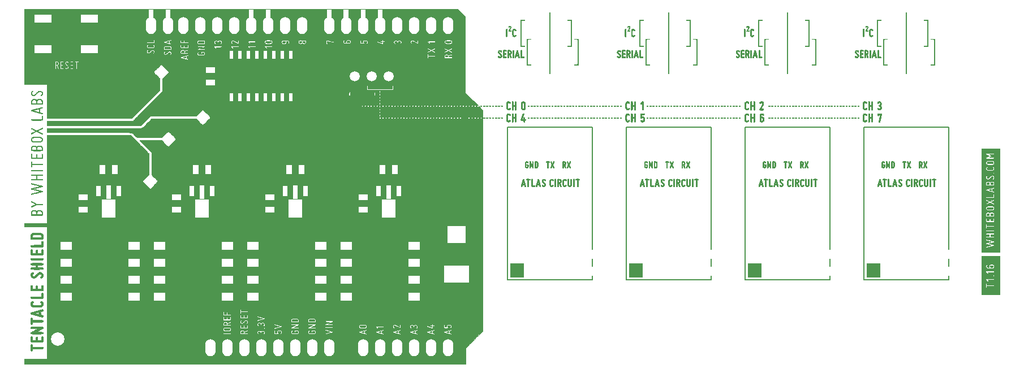
<source format=gto>
G04 #@! TF.FileFunction,Legend,Top*
%FSLAX46Y46*%
G04 Gerber Fmt 4.6, Leading zero omitted, Abs format (unit mm)*
G04 Created by KiCad (PCBNEW 4.0.2-stable) date 18/09/2016 18:07:30*
%MOMM*%
G01*
G04 APERTURE LIST*
%ADD10C,0.150000*%
%ADD11C,0.002540*%
%ADD12C,0.099060*%
%ADD13C,0.127000*%
%ADD14C,0.109220*%
%ADD15C,0.200660*%
%ADD16C,2.000000*%
%ADD17R,0.889000X1.397000*%
%ADD18R,1.397000X0.889000*%
%ADD19R,2.700020X2.550160*%
%ADD20R,3.799840X2.550160*%
%ADD21R,1.800000X1.200000*%
%ADD22C,1.506220*%
%ADD23R,0.508000X1.143000*%
%ADD24C,3.500000*%
%ADD25R,1.800000X1.800000*%
%ADD26C,1.800000*%
%ADD27R,0.701040X1.600200*%
%ADD28R,0.701040X2.100580*%
%ADD29R,1.998980X2.750820*%
%ADD30O,1.524000X2.540000*%
%ADD31R,0.635000X1.270000*%
%ADD32O,1.542000X2.540000*%
%ADD33R,2.600000X1.300000*%
G04 APERTURE END LIST*
D10*
D11*
G36*
X144881600Y-82542380D02*
X144879060Y-99093020D01*
X144879060Y-115641120D01*
X144780000Y-115740180D01*
X144780000Y-83695540D01*
X144780000Y-83693000D01*
X144777460Y-83654900D01*
X144764760Y-83629500D01*
X144739360Y-83614260D01*
X144696180Y-83604100D01*
X144635220Y-83604100D01*
X144627600Y-83604100D01*
X144561560Y-83604100D01*
X144518380Y-83611720D01*
X144492980Y-83626960D01*
X144477740Y-83652360D01*
X144475200Y-83687920D01*
X144475200Y-83693000D01*
X144477740Y-83728560D01*
X144490440Y-83756500D01*
X144515840Y-83771740D01*
X144556480Y-83779360D01*
X144619980Y-83781900D01*
X144627600Y-83781900D01*
X144688560Y-83779360D01*
X144726660Y-83774280D01*
X144752060Y-83766660D01*
X144759680Y-83761580D01*
X144772380Y-83733640D01*
X144780000Y-83695540D01*
X144780000Y-115740180D01*
X144335500Y-116179600D01*
X144335500Y-83695540D01*
X144335500Y-83693000D01*
X144332960Y-83654900D01*
X144320260Y-83629500D01*
X144294860Y-83614260D01*
X144251680Y-83604100D01*
X144190720Y-83604100D01*
X144183100Y-83604100D01*
X144117060Y-83604100D01*
X144073880Y-83611720D01*
X144048480Y-83626960D01*
X144033240Y-83652360D01*
X144030700Y-83687920D01*
X144030700Y-83693000D01*
X144033240Y-83728560D01*
X144045940Y-83756500D01*
X144071340Y-83771740D01*
X144111980Y-83779360D01*
X144175480Y-83781900D01*
X144183100Y-83781900D01*
X144244060Y-83779360D01*
X144282160Y-83774280D01*
X144307560Y-83766660D01*
X144315180Y-83761580D01*
X144327880Y-83733640D01*
X144335500Y-83695540D01*
X144335500Y-116179600D01*
X143891000Y-116619020D01*
X143891000Y-83693000D01*
X143891000Y-81915000D01*
X143888460Y-81876900D01*
X143875760Y-81851500D01*
X143850360Y-81833720D01*
X143807180Y-81826100D01*
X143746220Y-81826100D01*
X143738600Y-81826100D01*
X143672560Y-81826100D01*
X143629380Y-81833720D01*
X143601440Y-81848960D01*
X143588740Y-81871820D01*
X143586200Y-81909920D01*
X143586200Y-81915000D01*
X143588740Y-81953100D01*
X143601440Y-81978500D01*
X143626840Y-81993740D01*
X143667480Y-82001360D01*
X143730980Y-82001360D01*
X143738600Y-82003900D01*
X143797020Y-82001360D01*
X143837660Y-81996280D01*
X143863060Y-81988660D01*
X143870680Y-81983580D01*
X143883380Y-81955640D01*
X143891000Y-81917540D01*
X143891000Y-81915000D01*
X143891000Y-83693000D01*
X143888460Y-83654900D01*
X143875760Y-83629500D01*
X143850360Y-83614260D01*
X143807180Y-83604100D01*
X143746220Y-83604100D01*
X143738600Y-83604100D01*
X143672560Y-83604100D01*
X143629380Y-83611720D01*
X143601440Y-83626960D01*
X143588740Y-83652360D01*
X143586200Y-83687920D01*
X143586200Y-83693000D01*
X143588740Y-83728560D01*
X143601440Y-83756500D01*
X143626840Y-83771740D01*
X143667480Y-83779360D01*
X143730980Y-83781900D01*
X143738600Y-83781900D01*
X143797020Y-83779360D01*
X143837660Y-83774280D01*
X143863060Y-83766660D01*
X143870680Y-83761580D01*
X143883380Y-83733640D01*
X143891000Y-83695540D01*
X143891000Y-83693000D01*
X143891000Y-116619020D01*
X143609060Y-116898420D01*
X143446500Y-117058440D01*
X143446500Y-81917540D01*
X143446500Y-81915000D01*
X143443960Y-81876900D01*
X143431260Y-81851500D01*
X143405860Y-81833720D01*
X143362680Y-81826100D01*
X143301720Y-81826100D01*
X143294100Y-81826100D01*
X143228060Y-81826100D01*
X143184880Y-81833720D01*
X143159480Y-81848960D01*
X143144240Y-81871820D01*
X143141700Y-81909920D01*
X143141700Y-81915000D01*
X143144240Y-81953100D01*
X143156940Y-81978500D01*
X143182340Y-81993740D01*
X143222980Y-82001360D01*
X143286480Y-82001360D01*
X143294100Y-82003900D01*
X143355060Y-82001360D01*
X143393160Y-81996280D01*
X143418560Y-81988660D01*
X143426180Y-81983580D01*
X143438880Y-81955640D01*
X143446500Y-81917540D01*
X143446500Y-117058440D01*
X143408400Y-117096540D01*
X143408400Y-83695540D01*
X143408400Y-83693000D01*
X143405860Y-83654900D01*
X143393160Y-83629500D01*
X143367760Y-83614260D01*
X143324580Y-83604100D01*
X143263620Y-83604100D01*
X143256000Y-83604100D01*
X143189960Y-83604100D01*
X143146780Y-83611720D01*
X143121380Y-83626960D01*
X143106140Y-83652360D01*
X143103600Y-83687920D01*
X143103600Y-83693000D01*
X143106140Y-83728560D01*
X143118840Y-83756500D01*
X143144240Y-83771740D01*
X143184880Y-83779360D01*
X143248380Y-83781900D01*
X143256000Y-83781900D01*
X143316960Y-83779360D01*
X143355060Y-83774280D01*
X143380460Y-83766660D01*
X143388080Y-83761580D01*
X143400780Y-83733640D01*
X143408400Y-83695540D01*
X143408400Y-117096540D01*
X143002000Y-117500400D01*
X143002000Y-81917540D01*
X143002000Y-81915000D01*
X142999460Y-81876900D01*
X142986760Y-81851500D01*
X142961360Y-81833720D01*
X142918180Y-81826100D01*
X142857220Y-81826100D01*
X142849600Y-81826100D01*
X142783560Y-81826100D01*
X142740380Y-81833720D01*
X142714980Y-81848960D01*
X142699740Y-81871820D01*
X142697200Y-81909920D01*
X142697200Y-81915000D01*
X142699740Y-81953100D01*
X142712440Y-81978500D01*
X142737840Y-81993740D01*
X142778480Y-82001360D01*
X142841980Y-82001360D01*
X142849600Y-82003900D01*
X142908020Y-82001360D01*
X142948660Y-81996280D01*
X142974060Y-81988660D01*
X142981680Y-81983580D01*
X142994380Y-81955640D01*
X143002000Y-81917540D01*
X143002000Y-117500400D01*
X142963900Y-117538500D01*
X142963900Y-83695540D01*
X142963900Y-83693000D01*
X142961360Y-83654900D01*
X142948660Y-83629500D01*
X142923260Y-83614260D01*
X142880080Y-83604100D01*
X142819120Y-83604100D01*
X142811500Y-83604100D01*
X142745460Y-83604100D01*
X142702280Y-83611720D01*
X142676880Y-83626960D01*
X142661640Y-83652360D01*
X142659100Y-83687920D01*
X142659100Y-83693000D01*
X142661640Y-83728560D01*
X142674340Y-83756500D01*
X142699740Y-83771740D01*
X142740380Y-83779360D01*
X142803880Y-83781900D01*
X142811500Y-83781900D01*
X142869920Y-83779360D01*
X142910560Y-83774280D01*
X142935960Y-83766660D01*
X142943580Y-83761580D01*
X142956280Y-83733640D01*
X142963900Y-83695540D01*
X142963900Y-117538500D01*
X142557500Y-117939820D01*
X142557500Y-81915000D01*
X142554960Y-81876900D01*
X142542260Y-81851500D01*
X142516860Y-81833720D01*
X142473680Y-81826100D01*
X142412720Y-81826100D01*
X142405100Y-81826100D01*
X142339060Y-81826100D01*
X142295880Y-81833720D01*
X142267940Y-81848960D01*
X142255240Y-81871820D01*
X142252700Y-81909920D01*
X142252700Y-81915000D01*
X142255240Y-81953100D01*
X142267940Y-81978500D01*
X142293340Y-81993740D01*
X142333980Y-82001360D01*
X142397480Y-82001360D01*
X142405100Y-82003900D01*
X142463520Y-82001360D01*
X142504160Y-81996280D01*
X142529560Y-81988660D01*
X142537180Y-81983580D01*
X142549880Y-81955640D01*
X142557500Y-81917540D01*
X142557500Y-81915000D01*
X142557500Y-117939820D01*
X142336520Y-118155720D01*
X142346680Y-119364760D01*
X142356840Y-120571260D01*
X142181580Y-120581420D01*
X142163800Y-120581420D01*
X142120620Y-120581420D01*
X142113000Y-120581420D01*
X142113000Y-81917540D01*
X142113000Y-81915000D01*
X142110460Y-81876900D01*
X142097760Y-81851500D01*
X142072360Y-81833720D01*
X142029180Y-81826100D01*
X141965680Y-81826100D01*
X141960600Y-81826100D01*
X141894560Y-81826100D01*
X141851380Y-81833720D01*
X141825980Y-81848960D01*
X141810740Y-81871820D01*
X141808200Y-81909920D01*
X141808200Y-81915000D01*
X141810740Y-81953100D01*
X141823440Y-81978500D01*
X141848840Y-81993740D01*
X141889480Y-82001360D01*
X141952980Y-82001360D01*
X141960600Y-82003900D01*
X142019020Y-82001360D01*
X142059660Y-81996280D01*
X142085060Y-81988660D01*
X142092680Y-81983580D01*
X142105380Y-81955640D01*
X142113000Y-81917540D01*
X142113000Y-120581420D01*
X142054580Y-120581420D01*
X141963140Y-120581420D01*
X141846300Y-120581420D01*
X141706600Y-120581420D01*
X141706600Y-120581420D01*
X141706600Y-83695540D01*
X141706600Y-83693000D01*
X141704060Y-83654900D01*
X141691360Y-83629500D01*
X141668500Y-83614260D01*
X141668500Y-81917540D01*
X141668500Y-81915000D01*
X141665960Y-81876900D01*
X141653260Y-81851500D01*
X141627860Y-81833720D01*
X141584680Y-81826100D01*
X141523720Y-81826100D01*
X141516100Y-81826100D01*
X141450060Y-81826100D01*
X141406880Y-81833720D01*
X141378940Y-81848960D01*
X141366240Y-81871820D01*
X141363700Y-81909920D01*
X141363700Y-81915000D01*
X141366240Y-81953100D01*
X141378940Y-81978500D01*
X141404340Y-81993740D01*
X141444980Y-82001360D01*
X141508480Y-82001360D01*
X141516100Y-82003900D01*
X141574520Y-82001360D01*
X141615160Y-81996280D01*
X141638020Y-81988660D01*
X141648180Y-81983580D01*
X141660880Y-81955640D01*
X141668500Y-81917540D01*
X141668500Y-83614260D01*
X141665960Y-83614260D01*
X141622780Y-83604100D01*
X141561820Y-83604100D01*
X141554200Y-83604100D01*
X141488160Y-83604100D01*
X141444980Y-83611720D01*
X141417040Y-83626960D01*
X141404340Y-83652360D01*
X141401800Y-83687920D01*
X141401800Y-83693000D01*
X141404340Y-83728560D01*
X141417040Y-83756500D01*
X141442440Y-83771740D01*
X141483080Y-83779360D01*
X141546580Y-83781900D01*
X141554200Y-83781900D01*
X141612620Y-83779360D01*
X141653260Y-83774280D01*
X141676120Y-83766660D01*
X141686280Y-83761580D01*
X141698980Y-83733640D01*
X141706600Y-83695540D01*
X141706600Y-120581420D01*
X141544040Y-120581420D01*
X141358620Y-120581420D01*
X141262100Y-120581420D01*
X141262100Y-83693000D01*
X141257020Y-83654900D01*
X141246860Y-83629500D01*
X141224000Y-83614260D01*
X141224000Y-81915000D01*
X141218920Y-81876900D01*
X141208760Y-81851500D01*
X141183360Y-81833720D01*
X141140180Y-81826100D01*
X141079220Y-81826100D01*
X141071600Y-81826100D01*
X141005560Y-81826100D01*
X140962380Y-81833720D01*
X140934440Y-81848960D01*
X140921740Y-81871820D01*
X140919200Y-81909920D01*
X140919200Y-81915000D01*
X140921740Y-81953100D01*
X140934440Y-81978500D01*
X140959840Y-81993740D01*
X141000480Y-82001360D01*
X141063980Y-82001360D01*
X141071600Y-82003900D01*
X141130020Y-82001360D01*
X141170660Y-81996280D01*
X141196060Y-81988660D01*
X141203680Y-81983580D01*
X141216380Y-81955640D01*
X141224000Y-81917540D01*
X141224000Y-81915000D01*
X141224000Y-83614260D01*
X141221460Y-83614260D01*
X141178280Y-83604100D01*
X141117320Y-83604100D01*
X141109700Y-83604100D01*
X141043660Y-83604100D01*
X141000480Y-83611720D01*
X140972540Y-83626960D01*
X140959840Y-83652360D01*
X140957300Y-83687920D01*
X140957300Y-83693000D01*
X140959840Y-83728560D01*
X140972540Y-83756500D01*
X140997940Y-83771740D01*
X141038580Y-83779360D01*
X141102080Y-83781900D01*
X141109700Y-83781900D01*
X141168120Y-83779360D01*
X141208760Y-83774280D01*
X141234160Y-83766660D01*
X141241780Y-83761580D01*
X141254480Y-83733640D01*
X141262100Y-83695540D01*
X141262100Y-83693000D01*
X141262100Y-120581420D01*
X141150340Y-120583960D01*
X140919200Y-120583960D01*
X140779500Y-120583960D01*
X140779500Y-83695540D01*
X140779500Y-83693000D01*
X140779500Y-81917540D01*
X140779500Y-81915000D01*
X140776960Y-81876900D01*
X140764260Y-81851500D01*
X140738860Y-81833720D01*
X140695680Y-81826100D01*
X140632180Y-81826100D01*
X140627100Y-81826100D01*
X140561060Y-81826100D01*
X140517880Y-81833720D01*
X140489940Y-81848960D01*
X140477240Y-81871820D01*
X140474700Y-81909920D01*
X140474700Y-81915000D01*
X140477240Y-81953100D01*
X140489940Y-81978500D01*
X140515340Y-81993740D01*
X140555980Y-82001360D01*
X140619480Y-82001360D01*
X140627100Y-82003900D01*
X140685520Y-82001360D01*
X140726160Y-81996280D01*
X140749020Y-81988660D01*
X140759180Y-81983580D01*
X140771880Y-81955640D01*
X140779500Y-81917540D01*
X140779500Y-83693000D01*
X140776960Y-83654900D01*
X140764260Y-83629500D01*
X140738860Y-83614260D01*
X140695680Y-83604100D01*
X140632180Y-83604100D01*
X140627100Y-83604100D01*
X140561060Y-83604100D01*
X140517880Y-83611720D01*
X140489940Y-83626960D01*
X140477240Y-83652360D01*
X140474700Y-83687920D01*
X140474700Y-83693000D01*
X140477240Y-83728560D01*
X140489940Y-83756500D01*
X140515340Y-83771740D01*
X140555980Y-83779360D01*
X140619480Y-83781900D01*
X140627100Y-83781900D01*
X140685520Y-83779360D01*
X140726160Y-83774280D01*
X140749020Y-83766660D01*
X140759180Y-83761580D01*
X140771880Y-83733640D01*
X140779500Y-83695540D01*
X140779500Y-120583960D01*
X140665200Y-120583960D01*
X140462000Y-120583960D01*
X140462000Y-118828820D01*
X140462000Y-118112540D01*
X140462000Y-117396260D01*
X140462000Y-70563740D01*
X140462000Y-69847460D01*
X140462000Y-69133720D01*
X140428980Y-69062600D01*
X140385800Y-68976240D01*
X140347700Y-68910200D01*
X140309600Y-68854320D01*
X140263880Y-68800980D01*
X140248640Y-68783200D01*
X140213080Y-68752720D01*
X140169900Y-68714620D01*
X140124180Y-68681600D01*
X140083540Y-68648580D01*
X140047980Y-68625720D01*
X140025120Y-68615560D01*
X140022580Y-68615560D01*
X140002260Y-68610480D01*
X139969240Y-68597780D01*
X139936220Y-68582540D01*
X139908280Y-68569840D01*
X139882880Y-68562220D01*
X139857480Y-68557140D01*
X139824460Y-68554600D01*
X139778740Y-68552060D01*
X139717780Y-68552060D01*
X139651740Y-68554600D01*
X139570460Y-68557140D01*
X139514580Y-68559680D01*
X139471400Y-68562220D01*
X139440920Y-68567300D01*
X139420600Y-68572380D01*
X139400280Y-68582540D01*
X139395200Y-68587620D01*
X139362180Y-68605400D01*
X139334240Y-68615560D01*
X139329160Y-68615560D01*
X139308840Y-68623180D01*
X139273280Y-68643500D01*
X139230100Y-68673980D01*
X139181840Y-68712080D01*
X139136120Y-68750180D01*
X139100560Y-68783200D01*
X139052300Y-68836540D01*
X139011660Y-68892420D01*
X138973560Y-68955920D01*
X138932920Y-69034660D01*
X138920220Y-69062600D01*
X138887200Y-69133720D01*
X138887200Y-69847460D01*
X138887200Y-70563740D01*
X138920220Y-70634860D01*
X138963400Y-70721220D01*
X139004040Y-70792340D01*
X139044680Y-70850760D01*
X139095480Y-70906640D01*
X139098020Y-70909180D01*
X139143740Y-70952360D01*
X139194540Y-70993000D01*
X139245340Y-71031100D01*
X139288520Y-71059040D01*
X139319000Y-71074280D01*
X139352020Y-71086980D01*
X139387580Y-71102220D01*
X139415520Y-71117460D01*
X139440920Y-71127620D01*
X139468860Y-71132700D01*
X139506960Y-71137780D01*
X139555220Y-71140320D01*
X139623800Y-71140320D01*
X139672060Y-71142860D01*
X139745720Y-71142860D01*
X139801600Y-71140320D01*
X139842240Y-71140320D01*
X139872720Y-71135240D01*
X139903200Y-71125080D01*
X139933680Y-71114920D01*
X139954000Y-71104760D01*
X139997180Y-71086980D01*
X140030200Y-71074280D01*
X140047980Y-71066660D01*
X140047980Y-71066660D01*
X140063220Y-71059040D01*
X140093700Y-71038720D01*
X140131800Y-71010780D01*
X140174980Y-70977760D01*
X140213080Y-70942200D01*
X140246100Y-70914260D01*
X140248640Y-70909180D01*
X140299440Y-70855840D01*
X140342620Y-70794880D01*
X140380720Y-70728840D01*
X140423900Y-70642480D01*
X140428980Y-70634860D01*
X140462000Y-70563740D01*
X140462000Y-117396260D01*
X140428980Y-117325140D01*
X140385800Y-117241320D01*
X140347700Y-117175280D01*
X140335000Y-117154960D01*
X140335000Y-83695540D01*
X140335000Y-83693000D01*
X140335000Y-81917540D01*
X140335000Y-81915000D01*
X140335000Y-74637900D01*
X140335000Y-74635360D01*
X140335000Y-74635360D01*
X140335000Y-73842880D01*
X140332460Y-73820020D01*
X140319760Y-73797160D01*
X140291820Y-73774300D01*
X140251180Y-73748900D01*
X140190220Y-73715880D01*
X140108940Y-73675240D01*
X140103860Y-73672700D01*
X139900660Y-73576180D01*
X140106400Y-73474580D01*
X140195300Y-73428860D01*
X140261340Y-73393300D01*
X140304520Y-73365360D01*
X140324840Y-73345040D01*
X140324840Y-73345040D01*
X140332460Y-73301860D01*
X140327380Y-73289160D01*
X140327380Y-72311260D01*
X140317220Y-72227440D01*
X140286740Y-72156320D01*
X140235940Y-72092820D01*
X140228320Y-72087740D01*
X140202920Y-72064880D01*
X140177520Y-72047100D01*
X140149580Y-72034400D01*
X140116560Y-72024240D01*
X140075920Y-72016620D01*
X140025120Y-72011540D01*
X139956540Y-72009000D01*
X139872720Y-72009000D01*
X139768580Y-72009000D01*
X139697460Y-72009000D01*
X139321540Y-72014080D01*
X139260580Y-72052180D01*
X139194540Y-72105520D01*
X139148820Y-72176640D01*
X139120880Y-72255380D01*
X139115800Y-72341740D01*
X139120880Y-72379840D01*
X139143740Y-72443340D01*
X139186920Y-72506840D01*
X139245340Y-72557640D01*
X139311380Y-72595740D01*
X139331700Y-72600820D01*
X139357100Y-72605900D01*
X139405360Y-72608440D01*
X139473940Y-72610980D01*
X139557760Y-72613520D01*
X139654280Y-72613520D01*
X139743180Y-72613520D01*
X139849860Y-72610980D01*
X139936220Y-72610980D01*
X139999720Y-72608440D01*
X140050520Y-72608440D01*
X140086080Y-72605900D01*
X140114020Y-72600820D01*
X140131800Y-72595740D01*
X140149580Y-72590660D01*
X140162280Y-72583040D01*
X140235940Y-72529700D01*
X140289280Y-72466200D01*
X140319760Y-72387460D01*
X140327380Y-72311260D01*
X140327380Y-73289160D01*
X140317220Y-73261220D01*
X140281660Y-73230740D01*
X140241020Y-73210420D01*
X139979400Y-73339960D01*
X139903200Y-73375520D01*
X139837160Y-73408540D01*
X139778740Y-73436480D01*
X139735560Y-73456800D01*
X139707620Y-73466960D01*
X139702540Y-73466960D01*
X139687300Y-73461880D01*
X139651740Y-73446640D01*
X139600940Y-73423780D01*
X139539980Y-73393300D01*
X139471400Y-73360280D01*
X139458700Y-73352660D01*
X139385040Y-73317100D01*
X139321540Y-73286620D01*
X139265660Y-73263760D01*
X139222480Y-73245980D01*
X139199620Y-73238360D01*
X139197080Y-73238360D01*
X139158980Y-73248520D01*
X139131040Y-73276460D01*
X139115800Y-73314560D01*
X139118340Y-73355200D01*
X139136120Y-73385680D01*
X139156440Y-73398380D01*
X139194540Y-73421240D01*
X139245340Y-73449180D01*
X139303760Y-73477120D01*
X139331700Y-73489820D01*
X139501880Y-73573640D01*
X139324080Y-73660000D01*
X139263120Y-73693020D01*
X139207240Y-73720960D01*
X139164060Y-73746360D01*
X139136120Y-73764140D01*
X139131040Y-73769220D01*
X139115800Y-73807320D01*
X139118340Y-73847960D01*
X139138660Y-73883520D01*
X139171680Y-73906380D01*
X139197080Y-73911460D01*
X139217400Y-73906380D01*
X139258040Y-73891140D01*
X139311380Y-73868280D01*
X139377420Y-73837800D01*
X139446000Y-73802240D01*
X139458700Y-73797160D01*
X139527280Y-73764140D01*
X139590780Y-73731120D01*
X139644120Y-73708260D01*
X139682220Y-73690480D01*
X139702540Y-73682860D01*
X139705080Y-73682860D01*
X139720320Y-73687940D01*
X139755880Y-73703180D01*
X139809220Y-73728580D01*
X139870180Y-73756520D01*
X139943840Y-73792080D01*
X139979400Y-73809860D01*
X140060680Y-73850500D01*
X140124180Y-73880980D01*
X140172440Y-73903840D01*
X140205460Y-73916540D01*
X140230860Y-73924160D01*
X140246100Y-73926700D01*
X140261340Y-73924160D01*
X140274040Y-73921620D01*
X140309600Y-73896220D01*
X140327380Y-73870820D01*
X140335000Y-73842880D01*
X140335000Y-74635360D01*
X140327380Y-74609960D01*
X140309600Y-74582020D01*
X140307060Y-74579480D01*
X140281660Y-74546460D01*
X140053060Y-74546460D01*
X139824460Y-74546460D01*
X139829540Y-74500740D01*
X139832080Y-74455020D01*
X140047980Y-74376280D01*
X140121640Y-74350880D01*
X140185140Y-74325480D01*
X140238480Y-74305160D01*
X140276580Y-74289920D01*
X140294360Y-74282300D01*
X140322300Y-74254360D01*
X140332460Y-74218800D01*
X140324840Y-74178160D01*
X140304520Y-74145140D01*
X140276580Y-74127360D01*
X140261340Y-74124820D01*
X140238480Y-74127360D01*
X140208000Y-74134980D01*
X140162280Y-74147680D01*
X140098780Y-74170540D01*
X140020040Y-74198480D01*
X139796520Y-74279760D01*
X139748260Y-74223880D01*
X139700000Y-74178160D01*
X139646660Y-74147680D01*
X139580620Y-74129900D01*
X139499340Y-74122280D01*
X139463780Y-74122280D01*
X139402820Y-74124820D01*
X139357100Y-74127360D01*
X139324080Y-74137520D01*
X139288520Y-74152760D01*
X139285980Y-74155300D01*
X139225020Y-74195940D01*
X139174220Y-74251820D01*
X139136120Y-74315320D01*
X139128500Y-74340720D01*
X139123420Y-74373740D01*
X139118340Y-74424540D01*
X139115800Y-74482960D01*
X139115800Y-74526140D01*
X139115800Y-74587100D01*
X139118340Y-74627740D01*
X139120880Y-74655680D01*
X139128500Y-74673460D01*
X139141200Y-74688700D01*
X139146280Y-74693780D01*
X139176760Y-74724260D01*
X139730480Y-74724260D01*
X140281660Y-74724260D01*
X140307060Y-74691240D01*
X140327380Y-74660760D01*
X140335000Y-74637900D01*
X140335000Y-81915000D01*
X140329920Y-81876900D01*
X140319760Y-81851500D01*
X140294360Y-81833720D01*
X140251180Y-81826100D01*
X140190220Y-81826100D01*
X140182600Y-81826100D01*
X140116560Y-81826100D01*
X140073380Y-81833720D01*
X140045440Y-81848960D01*
X140032740Y-81871820D01*
X140030200Y-81909920D01*
X140030200Y-81915000D01*
X140032740Y-81953100D01*
X140045440Y-81978500D01*
X140070840Y-81993740D01*
X140111480Y-82001360D01*
X140174980Y-82001360D01*
X140182600Y-82003900D01*
X140241020Y-82001360D01*
X140281660Y-81996280D01*
X140304520Y-81988660D01*
X140314680Y-81983580D01*
X140327380Y-81955640D01*
X140335000Y-81917540D01*
X140335000Y-83693000D01*
X140329920Y-83654900D01*
X140319760Y-83629500D01*
X140294360Y-83614260D01*
X140251180Y-83604100D01*
X140190220Y-83604100D01*
X140182600Y-83604100D01*
X140116560Y-83604100D01*
X140073380Y-83611720D01*
X140045440Y-83626960D01*
X140032740Y-83652360D01*
X140030200Y-83687920D01*
X140030200Y-83693000D01*
X140032740Y-83728560D01*
X140045440Y-83756500D01*
X140070840Y-83771740D01*
X140111480Y-83779360D01*
X140174980Y-83781900D01*
X140182600Y-83781900D01*
X140241020Y-83779360D01*
X140281660Y-83774280D01*
X140304520Y-83766660D01*
X140314680Y-83761580D01*
X140327380Y-83733640D01*
X140335000Y-83695540D01*
X140335000Y-117154960D01*
X140309600Y-117119400D01*
X140263880Y-117066060D01*
X140248640Y-117048280D01*
X140243560Y-117043200D01*
X140243560Y-115483640D01*
X140238480Y-115465860D01*
X140238480Y-114929920D01*
X140238480Y-114924840D01*
X140228320Y-114835940D01*
X140192760Y-114759740D01*
X140139420Y-114696240D01*
X140073380Y-114653060D01*
X140050520Y-114642900D01*
X140027660Y-114635280D01*
X139997180Y-114630200D01*
X139954000Y-114627660D01*
X139895580Y-114625120D01*
X139890500Y-114625120D01*
X139890500Y-83693000D01*
X139890500Y-81915000D01*
X139885420Y-81876900D01*
X139875260Y-81851500D01*
X139849860Y-81833720D01*
X139806680Y-81826100D01*
X139743180Y-81826100D01*
X139738100Y-81826100D01*
X139672060Y-81826100D01*
X139628880Y-81833720D01*
X139600940Y-81848960D01*
X139588240Y-81871820D01*
X139585700Y-81909920D01*
X139585700Y-81915000D01*
X139588240Y-81953100D01*
X139600940Y-81978500D01*
X139626340Y-81993740D01*
X139666980Y-82001360D01*
X139730480Y-82001360D01*
X139738100Y-82003900D01*
X139796520Y-82001360D01*
X139837160Y-81996280D01*
X139862560Y-81988660D01*
X139870180Y-81983580D01*
X139882880Y-81955640D01*
X139890500Y-81917540D01*
X139890500Y-81915000D01*
X139890500Y-83693000D01*
X139885420Y-83654900D01*
X139875260Y-83629500D01*
X139849860Y-83614260D01*
X139806680Y-83604100D01*
X139743180Y-83604100D01*
X139738100Y-83604100D01*
X139672060Y-83604100D01*
X139628880Y-83611720D01*
X139600940Y-83626960D01*
X139588240Y-83652360D01*
X139585700Y-83687920D01*
X139585700Y-83693000D01*
X139588240Y-83728560D01*
X139600940Y-83756500D01*
X139626340Y-83771740D01*
X139666980Y-83779360D01*
X139730480Y-83781900D01*
X139738100Y-83781900D01*
X139796520Y-83779360D01*
X139837160Y-83774280D01*
X139862560Y-83766660D01*
X139870180Y-83761580D01*
X139882880Y-83733640D01*
X139890500Y-83695540D01*
X139890500Y-83693000D01*
X139890500Y-114625120D01*
X139839700Y-114625120D01*
X139763500Y-114625120D01*
X139707620Y-114627660D01*
X139666980Y-114630200D01*
X139639040Y-114637820D01*
X139616180Y-114645440D01*
X139611100Y-114650520D01*
X139534900Y-114701320D01*
X139481560Y-114764820D01*
X139448540Y-114841020D01*
X139446000Y-114876580D01*
X139446000Y-83695540D01*
X139446000Y-83693000D01*
X139446000Y-81917540D01*
X139446000Y-81915000D01*
X139440920Y-81876900D01*
X139430760Y-81851500D01*
X139405360Y-81833720D01*
X139362180Y-81826100D01*
X139298680Y-81826100D01*
X139293600Y-81826100D01*
X139227560Y-81826100D01*
X139184380Y-81833720D01*
X139156440Y-81848960D01*
X139143740Y-81871820D01*
X139141200Y-81909920D01*
X139141200Y-81915000D01*
X139143740Y-81953100D01*
X139156440Y-81978500D01*
X139181840Y-81993740D01*
X139222480Y-82001360D01*
X139285980Y-82001360D01*
X139293600Y-82003900D01*
X139352020Y-82001360D01*
X139392660Y-81996280D01*
X139415520Y-81988660D01*
X139425680Y-81983580D01*
X139438380Y-81955640D01*
X139446000Y-81917540D01*
X139446000Y-83693000D01*
X139440920Y-83654900D01*
X139430760Y-83629500D01*
X139405360Y-83614260D01*
X139362180Y-83604100D01*
X139298680Y-83604100D01*
X139293600Y-83604100D01*
X139227560Y-83604100D01*
X139184380Y-83611720D01*
X139156440Y-83626960D01*
X139143740Y-83652360D01*
X139141200Y-83687920D01*
X139141200Y-83693000D01*
X139143740Y-83728560D01*
X139156440Y-83756500D01*
X139181840Y-83771740D01*
X139222480Y-83779360D01*
X139285980Y-83781900D01*
X139293600Y-83781900D01*
X139352020Y-83779360D01*
X139392660Y-83774280D01*
X139415520Y-83766660D01*
X139425680Y-83761580D01*
X139438380Y-83733640D01*
X139446000Y-83695540D01*
X139446000Y-114876580D01*
X139438380Y-114927380D01*
X139438380Y-115013740D01*
X139321540Y-115013740D01*
X139204700Y-115013740D01*
X139204700Y-114856260D01*
X139204700Y-114790220D01*
X139202160Y-114744500D01*
X139199620Y-114714020D01*
X139194540Y-114696240D01*
X139184380Y-114683540D01*
X139169140Y-114670840D01*
X139169140Y-114670840D01*
X139128500Y-114650520D01*
X139085320Y-114655600D01*
X139047220Y-114683540D01*
X139039600Y-114698780D01*
X139034520Y-114716560D01*
X139029440Y-114744500D01*
X139026900Y-114785140D01*
X139026900Y-114843560D01*
X139026900Y-114922300D01*
X139026900Y-115006120D01*
X139026900Y-115067080D01*
X139031980Y-115112800D01*
X139037060Y-115143280D01*
X139049760Y-115163600D01*
X139065000Y-115176300D01*
X139082780Y-115189000D01*
X139105640Y-115194080D01*
X139148820Y-115199160D01*
X139204700Y-115201700D01*
X139275820Y-115201700D01*
X139352020Y-115204240D01*
X139428220Y-115204240D01*
X139501880Y-115201700D01*
X139567920Y-115199160D01*
X139621260Y-115196620D01*
X139656820Y-115191540D01*
X139666980Y-115189000D01*
X139697460Y-115163600D01*
X139717780Y-115125500D01*
X139720320Y-115084860D01*
X139717780Y-115077240D01*
X139702540Y-115049300D01*
X139679680Y-115028980D01*
X139636500Y-114990880D01*
X139618720Y-114942620D01*
X139618720Y-114894360D01*
X139644120Y-114846100D01*
X139656820Y-114833400D01*
X139672060Y-114820700D01*
X139689840Y-114813080D01*
X139712700Y-114808000D01*
X139748260Y-114805460D01*
X139801600Y-114802920D01*
X139839700Y-114802920D01*
X139903200Y-114802920D01*
X139948920Y-114805460D01*
X139979400Y-114810540D01*
X139999720Y-114818160D01*
X140014960Y-114828320D01*
X140017500Y-114828320D01*
X140050520Y-114874040D01*
X140060680Y-114924840D01*
X140047980Y-114973100D01*
X140014960Y-115016280D01*
X140004800Y-115026440D01*
X139969240Y-115062000D01*
X139954000Y-115102640D01*
X139961620Y-115143280D01*
X139989560Y-115176300D01*
X140002260Y-115183920D01*
X140040360Y-115196620D01*
X140075920Y-115189000D01*
X140119100Y-115163600D01*
X140141960Y-115145820D01*
X140195300Y-115087400D01*
X140225780Y-115013740D01*
X140238480Y-114929920D01*
X140238480Y-115465860D01*
X140235940Y-115450620D01*
X140225780Y-115435380D01*
X140218160Y-115422680D01*
X140205460Y-115415060D01*
X140187680Y-115409980D01*
X140162280Y-115407440D01*
X140126720Y-115412520D01*
X140078460Y-115422680D01*
X140017500Y-115435380D01*
X139938760Y-115455700D01*
X139842240Y-115481100D01*
X139725400Y-115511580D01*
X139621260Y-115542060D01*
X139506960Y-115572540D01*
X139400280Y-115603020D01*
X139303760Y-115628420D01*
X139217400Y-115653820D01*
X139148820Y-115674140D01*
X139095480Y-115691920D01*
X139065000Y-115702080D01*
X139054840Y-115707160D01*
X139031980Y-115732560D01*
X139026900Y-115768120D01*
X139034520Y-115811300D01*
X139059920Y-115841780D01*
X139105640Y-115862100D01*
X139113260Y-115864640D01*
X139181840Y-115884960D01*
X139263120Y-115907820D01*
X139357100Y-115933220D01*
X139456160Y-115961160D01*
X139560300Y-115989100D01*
X139661900Y-116017040D01*
X139766040Y-116044980D01*
X139860020Y-116070380D01*
X139948920Y-116093240D01*
X140025120Y-116111020D01*
X140086080Y-116126260D01*
X140129260Y-116136420D01*
X140152120Y-116141500D01*
X140152120Y-116141500D01*
X140190220Y-116133880D01*
X140218160Y-116111020D01*
X140241020Y-116067840D01*
X140241020Y-116029740D01*
X140213080Y-115996720D01*
X140162280Y-115968780D01*
X140091160Y-115945920D01*
X139992100Y-115923060D01*
X139992100Y-115773200D01*
X139992100Y-115623340D01*
X140045440Y-115610640D01*
X140116560Y-115590320D01*
X140164820Y-115575080D01*
X140197840Y-115559840D01*
X140218160Y-115542060D01*
X140230860Y-115521740D01*
X140233400Y-115519200D01*
X140243560Y-115483640D01*
X140243560Y-117043200D01*
X140213080Y-117015260D01*
X140169900Y-116979700D01*
X140124180Y-116944140D01*
X140083540Y-116913660D01*
X140047980Y-116890800D01*
X140025120Y-116880640D01*
X140022580Y-116880640D01*
X140002260Y-116875560D01*
X139969240Y-116862860D01*
X139936220Y-116847620D01*
X139908280Y-116834920D01*
X139882880Y-116827300D01*
X139857480Y-116822220D01*
X139824460Y-116817140D01*
X139778740Y-116817140D01*
X139717780Y-116817140D01*
X139651740Y-116819680D01*
X139570460Y-116819680D01*
X139514580Y-116822220D01*
X139471400Y-116827300D01*
X139440920Y-116829840D01*
X139420600Y-116837460D01*
X139400280Y-116847620D01*
X139395200Y-116852700D01*
X139362180Y-116870480D01*
X139334240Y-116880640D01*
X139329160Y-116880640D01*
X139308840Y-116888260D01*
X139273280Y-116908580D01*
X139230100Y-116939060D01*
X139181840Y-116974620D01*
X139136120Y-117012720D01*
X139100560Y-117048280D01*
X139052300Y-117101620D01*
X139011660Y-117157500D01*
X139001500Y-117172740D01*
X139001500Y-83695540D01*
X139001500Y-83693000D01*
X139001500Y-81917540D01*
X139001500Y-81915000D01*
X138996420Y-81876900D01*
X138986260Y-81851500D01*
X138960860Y-81833720D01*
X138917680Y-81826100D01*
X138854180Y-81826100D01*
X138849100Y-81826100D01*
X138783060Y-81826100D01*
X138739880Y-81833720D01*
X138711940Y-81848960D01*
X138699240Y-81871820D01*
X138696700Y-81909920D01*
X138696700Y-81915000D01*
X138699240Y-81953100D01*
X138711940Y-81978500D01*
X138737340Y-81993740D01*
X138777980Y-82001360D01*
X138841480Y-82001360D01*
X138849100Y-82003900D01*
X138907520Y-82001360D01*
X138948160Y-81996280D01*
X138971020Y-81988660D01*
X138981180Y-81983580D01*
X138993880Y-81955640D01*
X139001500Y-81917540D01*
X139001500Y-83693000D01*
X138996420Y-83654900D01*
X138986260Y-83629500D01*
X138960860Y-83614260D01*
X138917680Y-83604100D01*
X138854180Y-83604100D01*
X138849100Y-83604100D01*
X138783060Y-83604100D01*
X138739880Y-83611720D01*
X138711940Y-83626960D01*
X138699240Y-83652360D01*
X138696700Y-83687920D01*
X138696700Y-83693000D01*
X138699240Y-83728560D01*
X138711940Y-83756500D01*
X138737340Y-83771740D01*
X138777980Y-83779360D01*
X138841480Y-83781900D01*
X138849100Y-83781900D01*
X138907520Y-83779360D01*
X138948160Y-83774280D01*
X138971020Y-83766660D01*
X138981180Y-83761580D01*
X138993880Y-83733640D01*
X139001500Y-83695540D01*
X139001500Y-117172740D01*
X138973560Y-117218460D01*
X138932920Y-117297200D01*
X138920220Y-117325140D01*
X138887200Y-117396260D01*
X138887200Y-118112540D01*
X138887200Y-118828820D01*
X138920220Y-118899940D01*
X138963400Y-118986300D01*
X139004040Y-119054880D01*
X139044680Y-119115840D01*
X139095480Y-119169180D01*
X139098020Y-119174260D01*
X139143740Y-119217440D01*
X139194540Y-119258080D01*
X139245340Y-119296180D01*
X139288520Y-119324120D01*
X139319000Y-119336820D01*
X139352020Y-119352060D01*
X139387580Y-119367300D01*
X139415520Y-119382540D01*
X139440920Y-119392700D01*
X139468860Y-119397780D01*
X139506960Y-119402860D01*
X139555220Y-119405400D01*
X139623800Y-119405400D01*
X139672060Y-119405400D01*
X139745720Y-119407940D01*
X139801600Y-119405400D01*
X139842240Y-119402860D01*
X139872720Y-119397780D01*
X139903200Y-119390160D01*
X139933680Y-119377460D01*
X139954000Y-119369840D01*
X139997180Y-119352060D01*
X140030200Y-119336820D01*
X140047980Y-119331740D01*
X140047980Y-119331740D01*
X140063220Y-119324120D01*
X140093700Y-119303800D01*
X140131800Y-119273320D01*
X140174980Y-119240300D01*
X140213080Y-119207280D01*
X140246100Y-119176800D01*
X140248640Y-119174260D01*
X140299440Y-119118380D01*
X140342620Y-119059960D01*
X140380720Y-118991380D01*
X140423900Y-118907560D01*
X140428980Y-118899940D01*
X140462000Y-118828820D01*
X140462000Y-120583960D01*
X140390880Y-120583960D01*
X140093700Y-120583960D01*
X139778740Y-120583960D01*
X139440920Y-120583960D01*
X139082780Y-120583960D01*
X138704320Y-120583960D01*
X138557000Y-120583960D01*
X138557000Y-83693000D01*
X138557000Y-81915000D01*
X138551920Y-81876900D01*
X138541760Y-81851500D01*
X138516360Y-81833720D01*
X138473180Y-81826100D01*
X138409680Y-81826100D01*
X138404600Y-81826100D01*
X138338560Y-81826100D01*
X138295380Y-81833720D01*
X138267440Y-81848960D01*
X138254740Y-81871820D01*
X138252200Y-81909920D01*
X138252200Y-81915000D01*
X138254740Y-81953100D01*
X138267440Y-81978500D01*
X138292840Y-81993740D01*
X138333480Y-82001360D01*
X138396980Y-82001360D01*
X138404600Y-82003900D01*
X138463020Y-82001360D01*
X138503660Y-81996280D01*
X138526520Y-81988660D01*
X138536680Y-81983580D01*
X138549380Y-81955640D01*
X138557000Y-81917540D01*
X138557000Y-81915000D01*
X138557000Y-83693000D01*
X138551920Y-83654900D01*
X138541760Y-83629500D01*
X138516360Y-83614260D01*
X138473180Y-83604100D01*
X138409680Y-83604100D01*
X138404600Y-83604100D01*
X138338560Y-83604100D01*
X138295380Y-83611720D01*
X138267440Y-83626960D01*
X138254740Y-83652360D01*
X138252200Y-83687920D01*
X138252200Y-83693000D01*
X138254740Y-83728560D01*
X138267440Y-83756500D01*
X138292840Y-83771740D01*
X138333480Y-83779360D01*
X138396980Y-83781900D01*
X138404600Y-83781900D01*
X138463020Y-83779360D01*
X138503660Y-83774280D01*
X138526520Y-83766660D01*
X138536680Y-83761580D01*
X138549380Y-83733640D01*
X138557000Y-83695540D01*
X138557000Y-83693000D01*
X138557000Y-120583960D01*
X138305540Y-120583960D01*
X138112500Y-120583960D01*
X138112500Y-83695540D01*
X138112500Y-83693000D01*
X138112500Y-81917540D01*
X138112500Y-81915000D01*
X138107420Y-81876900D01*
X138097260Y-81851500D01*
X138071860Y-81833720D01*
X138028680Y-81826100D01*
X137965180Y-81826100D01*
X137960100Y-81826100D01*
X137922000Y-81826100D01*
X137922000Y-70563740D01*
X137922000Y-69847460D01*
X137922000Y-69133720D01*
X137888980Y-69062600D01*
X137845800Y-68976240D01*
X137807700Y-68910200D01*
X137769600Y-68854320D01*
X137723880Y-68800980D01*
X137706100Y-68783200D01*
X137673080Y-68752720D01*
X137629900Y-68714620D01*
X137584180Y-68681600D01*
X137541000Y-68648580D01*
X137505440Y-68625720D01*
X137485120Y-68615560D01*
X137482580Y-68615560D01*
X137462260Y-68610480D01*
X137429240Y-68597780D01*
X137396220Y-68582540D01*
X137368280Y-68569840D01*
X137342880Y-68562220D01*
X137317480Y-68557140D01*
X137284460Y-68554600D01*
X137238740Y-68552060D01*
X137177780Y-68552060D01*
X137111740Y-68554600D01*
X137033000Y-68557140D01*
X136972040Y-68559680D01*
X136931400Y-68562220D01*
X136900920Y-68567300D01*
X136880600Y-68572380D01*
X136860280Y-68582540D01*
X136855200Y-68587620D01*
X136822180Y-68605400D01*
X136794240Y-68615560D01*
X136789160Y-68615560D01*
X136768840Y-68623180D01*
X136733280Y-68643500D01*
X136690100Y-68673980D01*
X136641840Y-68712080D01*
X136596120Y-68750180D01*
X136560560Y-68783200D01*
X136512300Y-68836540D01*
X136471660Y-68892420D01*
X136433560Y-68955920D01*
X136392920Y-69034660D01*
X136380220Y-69062600D01*
X136347200Y-69133720D01*
X136347200Y-69847460D01*
X136347200Y-70563740D01*
X136380220Y-70634860D01*
X136420860Y-70721220D01*
X136464040Y-70792340D01*
X136504680Y-70850760D01*
X136555480Y-70906640D01*
X136558020Y-70909180D01*
X136603740Y-70952360D01*
X136654540Y-70993000D01*
X136705340Y-71031100D01*
X136748520Y-71059040D01*
X136779000Y-71074280D01*
X136812020Y-71086980D01*
X136847580Y-71102220D01*
X136875520Y-71117460D01*
X136900920Y-71127620D01*
X136928860Y-71132700D01*
X136964420Y-71137780D01*
X137015220Y-71140320D01*
X137083800Y-71140320D01*
X137132060Y-71142860D01*
X137205720Y-71142860D01*
X137261600Y-71140320D01*
X137302240Y-71140320D01*
X137332720Y-71135240D01*
X137363200Y-71125080D01*
X137391140Y-71114920D01*
X137414000Y-71104760D01*
X137454640Y-71086980D01*
X137490200Y-71074280D01*
X137507980Y-71066660D01*
X137507980Y-71066660D01*
X137523220Y-71059040D01*
X137553700Y-71038720D01*
X137591800Y-71010780D01*
X137634980Y-70977760D01*
X137673080Y-70942200D01*
X137706100Y-70914260D01*
X137708640Y-70909180D01*
X137756900Y-70855840D01*
X137800080Y-70794880D01*
X137840720Y-70728840D01*
X137883900Y-70642480D01*
X137888980Y-70634860D01*
X137922000Y-70563740D01*
X137922000Y-81826100D01*
X137894060Y-81826100D01*
X137850880Y-81833720D01*
X137822940Y-81848960D01*
X137810240Y-81871820D01*
X137807700Y-81909920D01*
X137807700Y-81915000D01*
X137810240Y-81953100D01*
X137822940Y-81978500D01*
X137848340Y-81993740D01*
X137888980Y-82001360D01*
X137952480Y-82001360D01*
X137960100Y-82003900D01*
X138018520Y-82001360D01*
X138059160Y-81996280D01*
X138082020Y-81988660D01*
X138092180Y-81983580D01*
X138104880Y-81955640D01*
X138112500Y-81917540D01*
X138112500Y-83693000D01*
X138107420Y-83654900D01*
X138097260Y-83629500D01*
X138071860Y-83614260D01*
X138028680Y-83604100D01*
X137965180Y-83604100D01*
X137960100Y-83604100D01*
X137894060Y-83604100D01*
X137850880Y-83611720D01*
X137822940Y-83626960D01*
X137810240Y-83652360D01*
X137807700Y-83687920D01*
X137807700Y-83693000D01*
X137810240Y-83728560D01*
X137822940Y-83756500D01*
X137848340Y-83771740D01*
X137888980Y-83779360D01*
X137952480Y-83781900D01*
X137960100Y-83781900D01*
X138018520Y-83779360D01*
X138059160Y-83774280D01*
X138082020Y-83766660D01*
X138092180Y-83761580D01*
X138104880Y-83733640D01*
X138112500Y-83695540D01*
X138112500Y-120583960D01*
X137922000Y-120583960D01*
X137922000Y-118828820D01*
X137922000Y-118112540D01*
X137922000Y-117396260D01*
X137888980Y-117325140D01*
X137845800Y-117241320D01*
X137807700Y-117175280D01*
X137805160Y-117172740D01*
X137805160Y-73842880D01*
X137805160Y-73825100D01*
X137805160Y-72275700D01*
X137800080Y-72235060D01*
X137772140Y-72202040D01*
X137756900Y-72191880D01*
X137744200Y-72186800D01*
X137726420Y-72181720D01*
X137701020Y-72179180D01*
X137665460Y-72176640D01*
X137619740Y-72174100D01*
X137556240Y-72174100D01*
X137477500Y-72174100D01*
X137380980Y-72174100D01*
X137261600Y-72174100D01*
X137177780Y-72174100D01*
X137048240Y-72176640D01*
X136939020Y-72176640D01*
X136850120Y-72176640D01*
X136781540Y-72179180D01*
X136728200Y-72181720D01*
X136690100Y-72181720D01*
X136662160Y-72186800D01*
X136641840Y-72189340D01*
X136629140Y-72194420D01*
X136618980Y-72199500D01*
X136613900Y-72204580D01*
X136593580Y-72227440D01*
X136580880Y-72250300D01*
X136580880Y-72273160D01*
X136593580Y-72298560D01*
X136621520Y-72334120D01*
X136662160Y-72379840D01*
X136710420Y-72425560D01*
X136763760Y-72481440D01*
X136804400Y-72519540D01*
X136832340Y-72544940D01*
X136855200Y-72557640D01*
X136875520Y-72565260D01*
X136888220Y-72565260D01*
X136926320Y-72557640D01*
X136956800Y-72532240D01*
X136974580Y-72491600D01*
X136969500Y-72448420D01*
X136939020Y-72405240D01*
X136933940Y-72397620D01*
X136900920Y-72362060D01*
X137309860Y-72362060D01*
X137426700Y-72362060D01*
X137520680Y-72362060D01*
X137594340Y-72359520D01*
X137652760Y-72359520D01*
X137693400Y-72356980D01*
X137723880Y-72351900D01*
X137744200Y-72349360D01*
X137756900Y-72344280D01*
X137789920Y-72313800D01*
X137805160Y-72275700D01*
X137805160Y-73825100D01*
X137805160Y-73820020D01*
X137792460Y-73797160D01*
X137764520Y-73774300D01*
X137723880Y-73748900D01*
X137662920Y-73715880D01*
X137581640Y-73675240D01*
X137576560Y-73672700D01*
X137370820Y-73576180D01*
X137579100Y-73474580D01*
X137668000Y-73428860D01*
X137734040Y-73393300D01*
X137777220Y-73365360D01*
X137797540Y-73345040D01*
X137797540Y-73345040D01*
X137805160Y-73301860D01*
X137789920Y-73261220D01*
X137754360Y-73230740D01*
X137713720Y-73210420D01*
X137452100Y-73339960D01*
X137375900Y-73375520D01*
X137307320Y-73408540D01*
X137251440Y-73436480D01*
X137205720Y-73456800D01*
X137180320Y-73466960D01*
X137175240Y-73466960D01*
X137160000Y-73461880D01*
X137124440Y-73446640D01*
X137073640Y-73423780D01*
X137012680Y-73393300D01*
X136944100Y-73360280D01*
X136931400Y-73352660D01*
X136857740Y-73317100D01*
X136794240Y-73286620D01*
X136738360Y-73263760D01*
X136695180Y-73245980D01*
X136672320Y-73238360D01*
X136669780Y-73238360D01*
X136631680Y-73248520D01*
X136603740Y-73276460D01*
X136588500Y-73314560D01*
X136591040Y-73355200D01*
X136608820Y-73385680D01*
X136629140Y-73398380D01*
X136664700Y-73421240D01*
X136718040Y-73449180D01*
X136776460Y-73477120D01*
X136801860Y-73489820D01*
X136974580Y-73573640D01*
X136796780Y-73660000D01*
X136733280Y-73693020D01*
X136679940Y-73720960D01*
X136636760Y-73746360D01*
X136608820Y-73764140D01*
X136603740Y-73769220D01*
X136588500Y-73807320D01*
X136591040Y-73847960D01*
X136611360Y-73883520D01*
X136641840Y-73906380D01*
X136669780Y-73911460D01*
X136690100Y-73906380D01*
X136730740Y-73891140D01*
X136784080Y-73868280D01*
X136847580Y-73837800D01*
X136918700Y-73802240D01*
X136931400Y-73797160D01*
X136999980Y-73764140D01*
X137063480Y-73731120D01*
X137116820Y-73708260D01*
X137154920Y-73690480D01*
X137175240Y-73682860D01*
X137177780Y-73682860D01*
X137193020Y-73687940D01*
X137228580Y-73703180D01*
X137279380Y-73728580D01*
X137342880Y-73756520D01*
X137416540Y-73792080D01*
X137452100Y-73809860D01*
X137533380Y-73850500D01*
X137596880Y-73880980D01*
X137645140Y-73903840D01*
X137678160Y-73916540D01*
X137703560Y-73924160D01*
X137718800Y-73926700D01*
X137734040Y-73924160D01*
X137746740Y-73921620D01*
X137782300Y-73896220D01*
X137800080Y-73870820D01*
X137805160Y-73842880D01*
X137805160Y-117172740D01*
X137805160Y-117170200D01*
X137805160Y-74422000D01*
X137800080Y-74383900D01*
X137774680Y-74348340D01*
X137756900Y-74338180D01*
X137744200Y-74333100D01*
X137723880Y-74328020D01*
X137695940Y-74325480D01*
X137655300Y-74322940D01*
X137601960Y-74320400D01*
X137530840Y-74320400D01*
X137441940Y-74317860D01*
X137332720Y-74317860D01*
X137241280Y-74317860D01*
X136766300Y-74317860D01*
X136766300Y-74231500D01*
X136763760Y-74183240D01*
X136761220Y-74152760D01*
X136751060Y-74132440D01*
X136733280Y-74117200D01*
X136730740Y-74117200D01*
X136692640Y-74094340D01*
X136654540Y-74094340D01*
X136618980Y-74122280D01*
X136608820Y-74132440D01*
X136601200Y-74142600D01*
X136593580Y-74160380D01*
X136591040Y-74183240D01*
X136588500Y-74218800D01*
X136588500Y-74269600D01*
X136588500Y-74338180D01*
X136588500Y-74414380D01*
X136588500Y-74500740D01*
X136588500Y-74566780D01*
X136588500Y-74615040D01*
X136591040Y-74648060D01*
X136596120Y-74670920D01*
X136601200Y-74686160D01*
X136608820Y-74696320D01*
X136618980Y-74706480D01*
X136654540Y-74731880D01*
X136692640Y-74734420D01*
X136730740Y-74711560D01*
X136748520Y-74693780D01*
X136758680Y-74676000D01*
X136763760Y-74645520D01*
X136763760Y-74599800D01*
X136766300Y-74597260D01*
X136766300Y-74508360D01*
X137241280Y-74508360D01*
X137368280Y-74508360D01*
X137472420Y-74508360D01*
X137556240Y-74508360D01*
X137619740Y-74505820D01*
X137670540Y-74503280D01*
X137706100Y-74500740D01*
X137731500Y-74498200D01*
X137749280Y-74493120D01*
X137756900Y-74490580D01*
X137789920Y-74460100D01*
X137805160Y-74422000D01*
X137805160Y-117170200D01*
X137769600Y-117119400D01*
X137723880Y-117066060D01*
X137706100Y-117048280D01*
X137701020Y-117043200D01*
X137701020Y-115483640D01*
X137701020Y-115478560D01*
X137701020Y-114795300D01*
X137678160Y-114754660D01*
X137668000Y-114741960D01*
X137668000Y-83695540D01*
X137668000Y-83693000D01*
X137668000Y-81917540D01*
X137668000Y-81915000D01*
X137662920Y-81876900D01*
X137652760Y-81851500D01*
X137627360Y-81833720D01*
X137584180Y-81826100D01*
X137520680Y-81826100D01*
X137515600Y-81826100D01*
X137449560Y-81826100D01*
X137406380Y-81833720D01*
X137378440Y-81848960D01*
X137365740Y-81871820D01*
X137363200Y-81909920D01*
X137363200Y-81915000D01*
X137365740Y-81953100D01*
X137378440Y-81978500D01*
X137401300Y-81993740D01*
X137444480Y-82001360D01*
X137507980Y-82001360D01*
X137515600Y-82003900D01*
X137574020Y-82001360D01*
X137614660Y-81996280D01*
X137637520Y-81988660D01*
X137647680Y-81983580D01*
X137660380Y-81955640D01*
X137668000Y-81917540D01*
X137668000Y-83693000D01*
X137662920Y-83654900D01*
X137652760Y-83629500D01*
X137627360Y-83614260D01*
X137584180Y-83604100D01*
X137520680Y-83604100D01*
X137515600Y-83604100D01*
X137449560Y-83604100D01*
X137406380Y-83611720D01*
X137378440Y-83626960D01*
X137365740Y-83652360D01*
X137363200Y-83687920D01*
X137363200Y-83693000D01*
X137365740Y-83728560D01*
X137378440Y-83756500D01*
X137401300Y-83771740D01*
X137444480Y-83779360D01*
X137507980Y-83781900D01*
X137515600Y-83781900D01*
X137574020Y-83779360D01*
X137614660Y-83774280D01*
X137637520Y-83766660D01*
X137647680Y-83761580D01*
X137660380Y-83733640D01*
X137668000Y-83695540D01*
X137668000Y-114741960D01*
X137662920Y-114736880D01*
X137645140Y-114726720D01*
X137619740Y-114721640D01*
X137579100Y-114721640D01*
X137551160Y-114721640D01*
X137452100Y-114721640D01*
X137452100Y-114678460D01*
X137441940Y-114627660D01*
X137416540Y-114594640D01*
X137373360Y-114581940D01*
X137363200Y-114581940D01*
X137314940Y-114592100D01*
X137287000Y-114620040D01*
X137274300Y-114665760D01*
X137274300Y-114678460D01*
X137274300Y-114721640D01*
X137223500Y-114721640D01*
X137223500Y-83693000D01*
X137223500Y-81915000D01*
X137218420Y-81876900D01*
X137208260Y-81851500D01*
X137182860Y-81833720D01*
X137139680Y-81826100D01*
X137076180Y-81826100D01*
X137071100Y-81826100D01*
X137005060Y-81826100D01*
X136961880Y-81833720D01*
X136933940Y-81848960D01*
X136921240Y-81871820D01*
X136918700Y-81909920D01*
X136918700Y-81915000D01*
X136921240Y-81953100D01*
X136933940Y-81978500D01*
X136959340Y-81993740D01*
X136999980Y-82001360D01*
X137063480Y-82001360D01*
X137071100Y-82003900D01*
X137129520Y-82001360D01*
X137170160Y-81996280D01*
X137193020Y-81988660D01*
X137203180Y-81983580D01*
X137215880Y-81955640D01*
X137223500Y-81917540D01*
X137223500Y-81915000D01*
X137223500Y-83693000D01*
X137218420Y-83654900D01*
X137208260Y-83629500D01*
X137182860Y-83614260D01*
X137139680Y-83604100D01*
X137076180Y-83604100D01*
X137071100Y-83604100D01*
X137005060Y-83604100D01*
X136961880Y-83611720D01*
X136933940Y-83626960D01*
X136921240Y-83652360D01*
X136918700Y-83687920D01*
X136918700Y-83693000D01*
X136921240Y-83728560D01*
X136933940Y-83756500D01*
X136959340Y-83771740D01*
X136999980Y-83779360D01*
X137063480Y-83781900D01*
X137071100Y-83781900D01*
X137129520Y-83779360D01*
X137170160Y-83774280D01*
X137193020Y-83766660D01*
X137203180Y-83761580D01*
X137215880Y-83733640D01*
X137223500Y-83695540D01*
X137223500Y-83693000D01*
X137223500Y-114721640D01*
X137175240Y-114721640D01*
X137124440Y-114721640D01*
X137088880Y-114726720D01*
X137066020Y-114734340D01*
X137048240Y-114749580D01*
X137022840Y-114785140D01*
X137022840Y-114825780D01*
X137048240Y-114866420D01*
X137050780Y-114866420D01*
X137068560Y-114884200D01*
X137091420Y-114894360D01*
X137124440Y-114896900D01*
X137172700Y-114899440D01*
X137177780Y-114899440D01*
X137274300Y-114899440D01*
X137274300Y-114970560D01*
X137271760Y-115008660D01*
X137269220Y-115028980D01*
X137259060Y-115034060D01*
X137251440Y-115034060D01*
X137233660Y-115028980D01*
X137195560Y-115016280D01*
X137139680Y-114998500D01*
X137068560Y-114975640D01*
X136989820Y-114950240D01*
X136906000Y-114924840D01*
X136809480Y-114894360D01*
X136779000Y-114884200D01*
X136779000Y-83695540D01*
X136779000Y-83693000D01*
X136779000Y-81917540D01*
X136779000Y-81915000D01*
X136773920Y-81876900D01*
X136763760Y-81851500D01*
X136738360Y-81833720D01*
X136695180Y-81826100D01*
X136631680Y-81826100D01*
X136626600Y-81826100D01*
X136560560Y-81826100D01*
X136517380Y-81833720D01*
X136489440Y-81848960D01*
X136476740Y-81871820D01*
X136474200Y-81909920D01*
X136474200Y-81915000D01*
X136476740Y-81953100D01*
X136489440Y-81978500D01*
X136512300Y-81993740D01*
X136555480Y-82001360D01*
X136618980Y-82001360D01*
X136626600Y-82003900D01*
X136685020Y-82001360D01*
X136725660Y-81996280D01*
X136748520Y-81988660D01*
X136758680Y-81983580D01*
X136771380Y-81955640D01*
X136779000Y-81917540D01*
X136779000Y-83693000D01*
X136773920Y-83654900D01*
X136763760Y-83629500D01*
X136738360Y-83614260D01*
X136695180Y-83604100D01*
X136631680Y-83604100D01*
X136626600Y-83604100D01*
X136560560Y-83604100D01*
X136517380Y-83611720D01*
X136489440Y-83626960D01*
X136476740Y-83652360D01*
X136474200Y-83687920D01*
X136474200Y-83693000D01*
X136476740Y-83728560D01*
X136489440Y-83756500D01*
X136512300Y-83771740D01*
X136555480Y-83779360D01*
X136618980Y-83781900D01*
X136626600Y-83781900D01*
X136685020Y-83779360D01*
X136725660Y-83774280D01*
X136748520Y-83766660D01*
X136758680Y-83761580D01*
X136771380Y-83733640D01*
X136779000Y-83695540D01*
X136779000Y-114884200D01*
X136725660Y-114868960D01*
X136654540Y-114848640D01*
X136598660Y-114835940D01*
X136565640Y-114828320D01*
X136552940Y-114828320D01*
X136517380Y-114848640D01*
X136491980Y-114879120D01*
X136484360Y-114917220D01*
X136491980Y-114955320D01*
X136514840Y-114980720D01*
X136532620Y-114988340D01*
X136570720Y-115003580D01*
X136626600Y-115021360D01*
X136697720Y-115046760D01*
X136776460Y-115072160D01*
X136862820Y-115100100D01*
X136951720Y-115128040D01*
X137040620Y-115155980D01*
X137126980Y-115183920D01*
X137203180Y-115206780D01*
X137269220Y-115227100D01*
X137320020Y-115242340D01*
X137353040Y-115252500D01*
X137363200Y-115252500D01*
X137386060Y-115247420D01*
X137416540Y-115229640D01*
X137416540Y-115227100D01*
X137431780Y-115216940D01*
X137441940Y-115201700D01*
X137447020Y-115183920D01*
X137449560Y-115153440D01*
X137452100Y-115107720D01*
X137452100Y-115049300D01*
X137452100Y-114899440D01*
X137546080Y-114899440D01*
X137596880Y-114896900D01*
X137629900Y-114894360D01*
X137652760Y-114884200D01*
X137673080Y-114868960D01*
X137673080Y-114866420D01*
X137698480Y-114830860D01*
X137701020Y-114795300D01*
X137701020Y-115478560D01*
X137693400Y-115450620D01*
X137685780Y-115435380D01*
X137678160Y-115422680D01*
X137665460Y-115415060D01*
X137647680Y-115409980D01*
X137622280Y-115407440D01*
X137586720Y-115412520D01*
X137538460Y-115422680D01*
X137477500Y-115435380D01*
X137398760Y-115455700D01*
X137302240Y-115481100D01*
X137185400Y-115511580D01*
X137081260Y-115542060D01*
X136966960Y-115572540D01*
X136860280Y-115603020D01*
X136763760Y-115628420D01*
X136677400Y-115653820D01*
X136608820Y-115674140D01*
X136555480Y-115691920D01*
X136522460Y-115702080D01*
X136514840Y-115707160D01*
X136491980Y-115732560D01*
X136486900Y-115768120D01*
X136494520Y-115811300D01*
X136519920Y-115841780D01*
X136565640Y-115862100D01*
X136573260Y-115864640D01*
X136641840Y-115884960D01*
X136723120Y-115907820D01*
X136817100Y-115933220D01*
X136916160Y-115961160D01*
X137020300Y-115989100D01*
X137124440Y-116017040D01*
X137223500Y-116044980D01*
X137320020Y-116070380D01*
X137408920Y-116093240D01*
X137485120Y-116111020D01*
X137546080Y-116126260D01*
X137589260Y-116136420D01*
X137609580Y-116141500D01*
X137612120Y-116141500D01*
X137650220Y-116133880D01*
X137678160Y-116111020D01*
X137701020Y-116067840D01*
X137701020Y-116029740D01*
X137673080Y-115996720D01*
X137622280Y-115968780D01*
X137548620Y-115945920D01*
X137452100Y-115923060D01*
X137452100Y-115773200D01*
X137452100Y-115623340D01*
X137505440Y-115610640D01*
X137576560Y-115590320D01*
X137624820Y-115575080D01*
X137657840Y-115559840D01*
X137678160Y-115542060D01*
X137690860Y-115521740D01*
X137693400Y-115519200D01*
X137701020Y-115483640D01*
X137701020Y-117043200D01*
X137673080Y-117015260D01*
X137629900Y-116979700D01*
X137584180Y-116944140D01*
X137541000Y-116913660D01*
X137505440Y-116890800D01*
X137485120Y-116880640D01*
X137482580Y-116880640D01*
X137462260Y-116875560D01*
X137429240Y-116862860D01*
X137396220Y-116847620D01*
X137368280Y-116834920D01*
X137342880Y-116827300D01*
X137317480Y-116822220D01*
X137284460Y-116817140D01*
X137238740Y-116817140D01*
X137177780Y-116817140D01*
X137111740Y-116819680D01*
X137033000Y-116819680D01*
X136972040Y-116822220D01*
X136931400Y-116827300D01*
X136900920Y-116829840D01*
X136880600Y-116837460D01*
X136860280Y-116847620D01*
X136855200Y-116852700D01*
X136822180Y-116870480D01*
X136794240Y-116880640D01*
X136789160Y-116880640D01*
X136768840Y-116888260D01*
X136733280Y-116908580D01*
X136690100Y-116939060D01*
X136641840Y-116974620D01*
X136596120Y-117012720D01*
X136560560Y-117048280D01*
X136512300Y-117101620D01*
X136471660Y-117157500D01*
X136433560Y-117218460D01*
X136392920Y-117297200D01*
X136380220Y-117325140D01*
X136347200Y-117396260D01*
X136347200Y-118112540D01*
X136347200Y-118828820D01*
X136380220Y-118899940D01*
X136420860Y-118986300D01*
X136464040Y-119054880D01*
X136504680Y-119115840D01*
X136555480Y-119169180D01*
X136558020Y-119174260D01*
X136603740Y-119217440D01*
X136654540Y-119258080D01*
X136705340Y-119296180D01*
X136748520Y-119324120D01*
X136779000Y-119336820D01*
X136812020Y-119352060D01*
X136847580Y-119367300D01*
X136875520Y-119382540D01*
X136900920Y-119392700D01*
X136928860Y-119397780D01*
X136964420Y-119402860D01*
X137015220Y-119405400D01*
X137083800Y-119405400D01*
X137132060Y-119405400D01*
X137205720Y-119407940D01*
X137261600Y-119405400D01*
X137302240Y-119402860D01*
X137332720Y-119397780D01*
X137363200Y-119390160D01*
X137391140Y-119377460D01*
X137414000Y-119369840D01*
X137454640Y-119352060D01*
X137490200Y-119336820D01*
X137507980Y-119331740D01*
X137507980Y-119331740D01*
X137523220Y-119324120D01*
X137553700Y-119303800D01*
X137591800Y-119273320D01*
X137634980Y-119240300D01*
X137673080Y-119207280D01*
X137706100Y-119176800D01*
X137708640Y-119174260D01*
X137756900Y-119118380D01*
X137800080Y-119059960D01*
X137840720Y-118991380D01*
X137883900Y-118907560D01*
X137888980Y-118899940D01*
X137922000Y-118828820D01*
X137922000Y-120583960D01*
X137888980Y-120583960D01*
X137452100Y-120583960D01*
X136997440Y-120583960D01*
X136525000Y-120583960D01*
X136334500Y-120583960D01*
X136334500Y-83695540D01*
X136334500Y-83693000D01*
X136334500Y-81917540D01*
X136334500Y-81915000D01*
X136329420Y-81876900D01*
X136319260Y-81851500D01*
X136293860Y-81833720D01*
X136250680Y-81826100D01*
X136187180Y-81826100D01*
X136182100Y-81826100D01*
X136116060Y-81826100D01*
X136072880Y-81833720D01*
X136044940Y-81848960D01*
X136032240Y-81871820D01*
X136029700Y-81909920D01*
X136029700Y-81915000D01*
X136032240Y-81953100D01*
X136044940Y-81978500D01*
X136067800Y-81993740D01*
X136110980Y-82001360D01*
X136174480Y-82001360D01*
X136182100Y-82003900D01*
X136240520Y-82001360D01*
X136281160Y-81996280D01*
X136304020Y-81988660D01*
X136314180Y-81983580D01*
X136326880Y-81955640D01*
X136334500Y-81917540D01*
X136334500Y-83693000D01*
X136329420Y-83654900D01*
X136319260Y-83629500D01*
X136293860Y-83614260D01*
X136250680Y-83604100D01*
X136187180Y-83604100D01*
X136182100Y-83604100D01*
X136116060Y-83604100D01*
X136072880Y-83611720D01*
X136044940Y-83626960D01*
X136032240Y-83652360D01*
X136029700Y-83687920D01*
X136029700Y-83693000D01*
X136032240Y-83728560D01*
X136044940Y-83756500D01*
X136067800Y-83771740D01*
X136110980Y-83779360D01*
X136174480Y-83781900D01*
X136182100Y-83781900D01*
X136240520Y-83779360D01*
X136281160Y-83774280D01*
X136304020Y-83766660D01*
X136314180Y-83761580D01*
X136326880Y-83733640D01*
X136334500Y-83695540D01*
X136334500Y-120583960D01*
X136032240Y-120586500D01*
X135890000Y-120586500D01*
X135890000Y-83693000D01*
X135890000Y-81915000D01*
X135884920Y-81876900D01*
X135872220Y-81851500D01*
X135849360Y-81833720D01*
X135806180Y-81826100D01*
X135742680Y-81826100D01*
X135737600Y-81826100D01*
X135671560Y-81826100D01*
X135628380Y-81833720D01*
X135600440Y-81848960D01*
X135587740Y-81871820D01*
X135585200Y-81909920D01*
X135585200Y-81915000D01*
X135587740Y-81953100D01*
X135600440Y-81978500D01*
X135625840Y-81993740D01*
X135666480Y-82001360D01*
X135729980Y-82001360D01*
X135737600Y-82003900D01*
X135796020Y-82001360D01*
X135836660Y-81996280D01*
X135859520Y-81988660D01*
X135869680Y-81983580D01*
X135882380Y-81955640D01*
X135887460Y-81917540D01*
X135890000Y-81915000D01*
X135890000Y-83693000D01*
X135884920Y-83654900D01*
X135872220Y-83629500D01*
X135849360Y-83614260D01*
X135806180Y-83604100D01*
X135742680Y-83604100D01*
X135737600Y-83604100D01*
X135671560Y-83604100D01*
X135628380Y-83611720D01*
X135600440Y-83626960D01*
X135587740Y-83652360D01*
X135585200Y-83687920D01*
X135585200Y-83693000D01*
X135587740Y-83728560D01*
X135600440Y-83756500D01*
X135625840Y-83771740D01*
X135666480Y-83779360D01*
X135729980Y-83781900D01*
X135737600Y-83781900D01*
X135796020Y-83779360D01*
X135836660Y-83774280D01*
X135859520Y-83766660D01*
X135869680Y-83761580D01*
X135882380Y-83733640D01*
X135887460Y-83695540D01*
X135890000Y-83693000D01*
X135890000Y-120586500D01*
X135524240Y-120586500D01*
X135445500Y-120586500D01*
X135445500Y-83695540D01*
X135445500Y-83693000D01*
X135445500Y-81917540D01*
X135445500Y-81915000D01*
X135440420Y-81876900D01*
X135430260Y-81851500D01*
X135404860Y-81833720D01*
X135379460Y-81831180D01*
X135379460Y-70563740D01*
X135379460Y-69847460D01*
X135379460Y-69133720D01*
X135346440Y-69062600D01*
X135305800Y-68976240D01*
X135267700Y-68910200D01*
X135227060Y-68854320D01*
X135183880Y-68800980D01*
X135166100Y-68783200D01*
X135133080Y-68752720D01*
X135089900Y-68714620D01*
X135044180Y-68681600D01*
X135001000Y-68648580D01*
X134965440Y-68625720D01*
X134945120Y-68615560D01*
X134942580Y-68615560D01*
X134922260Y-68610480D01*
X134889240Y-68597780D01*
X134853680Y-68582540D01*
X134828280Y-68569840D01*
X134802880Y-68562220D01*
X134777480Y-68557140D01*
X134744460Y-68554600D01*
X134698740Y-68552060D01*
X134637780Y-68552060D01*
X134571740Y-68554600D01*
X134490460Y-68557140D01*
X134432040Y-68559680D01*
X134391400Y-68562220D01*
X134360920Y-68567300D01*
X134340600Y-68572380D01*
X134320280Y-68582540D01*
X134312660Y-68587620D01*
X134282180Y-68605400D01*
X134254240Y-68615560D01*
X134249160Y-68615560D01*
X134228840Y-68623180D01*
X134193280Y-68643500D01*
X134147560Y-68673980D01*
X134101840Y-68712080D01*
X134056120Y-68750180D01*
X134020560Y-68783200D01*
X133972300Y-68836540D01*
X133931660Y-68892420D01*
X133893560Y-68955920D01*
X133852920Y-69034660D01*
X133840220Y-69062600D01*
X133804660Y-69133720D01*
X133804660Y-69847460D01*
X133804660Y-70563740D01*
X133837680Y-70634860D01*
X133880860Y-70721220D01*
X133921500Y-70792340D01*
X133964680Y-70850760D01*
X134015480Y-70906640D01*
X134018020Y-70909180D01*
X134063740Y-70952360D01*
X134114540Y-70993000D01*
X134162800Y-71031100D01*
X134208520Y-71059040D01*
X134239000Y-71074280D01*
X134272020Y-71086980D01*
X134307580Y-71102220D01*
X134335520Y-71117460D01*
X134360920Y-71127620D01*
X134388860Y-71132700D01*
X134424420Y-71137780D01*
X134475220Y-71140320D01*
X134543800Y-71140320D01*
X134592060Y-71142860D01*
X134665720Y-71142860D01*
X134721600Y-71140320D01*
X134762240Y-71140320D01*
X134792720Y-71135240D01*
X134820660Y-71125080D01*
X134851140Y-71114920D01*
X134874000Y-71104760D01*
X134914640Y-71086980D01*
X134950200Y-71074280D01*
X134965440Y-71066660D01*
X134967980Y-71066660D01*
X134983220Y-71059040D01*
X135013700Y-71038720D01*
X135051800Y-71010780D01*
X135094980Y-70977760D01*
X135133080Y-70942200D01*
X135163560Y-70914260D01*
X135168640Y-70909180D01*
X135216900Y-70855840D01*
X135260080Y-70794880D01*
X135300720Y-70728840D01*
X135343900Y-70642480D01*
X135348980Y-70634860D01*
X135379460Y-70563740D01*
X135379460Y-81831180D01*
X135361680Y-81826100D01*
X135298180Y-81826100D01*
X135293100Y-81826100D01*
X135265160Y-81826100D01*
X135265160Y-72392540D01*
X135265160Y-72318880D01*
X135265160Y-72235060D01*
X135265160Y-72174100D01*
X135262620Y-72128380D01*
X135260080Y-72100440D01*
X135255000Y-72080120D01*
X135249920Y-72067420D01*
X135242300Y-72057260D01*
X135204200Y-72034400D01*
X135161020Y-72034400D01*
X135122920Y-72057260D01*
X135115300Y-72064880D01*
X135102600Y-72085200D01*
X135094980Y-72108060D01*
X135089900Y-72141080D01*
X135089900Y-72186800D01*
X135089900Y-72229980D01*
X135087360Y-72285860D01*
X135087360Y-72329040D01*
X135084820Y-72356980D01*
X135082280Y-72362060D01*
X135069580Y-72356980D01*
X135036560Y-72341740D01*
X134988300Y-72316340D01*
X134927340Y-72283320D01*
X134853680Y-72245220D01*
X134774940Y-72204580D01*
X134769860Y-72202040D01*
X134673340Y-72151240D01*
X134597140Y-72113140D01*
X134536180Y-72082660D01*
X134490460Y-72062340D01*
X134452360Y-72047100D01*
X134424420Y-72039480D01*
X134399020Y-72034400D01*
X134393940Y-72034400D01*
X134305040Y-72039480D01*
X134226300Y-72064880D01*
X134157720Y-72108060D01*
X134106920Y-72169020D01*
X134073900Y-72242680D01*
X134061200Y-72326500D01*
X134061200Y-72334120D01*
X134071360Y-72417940D01*
X134101840Y-72491600D01*
X134157720Y-72552560D01*
X134162800Y-72557640D01*
X134213600Y-72590660D01*
X134256780Y-72603360D01*
X134299960Y-72590660D01*
X134310120Y-72583040D01*
X134335520Y-72552560D01*
X134340600Y-72514460D01*
X134320280Y-72468740D01*
X134289800Y-72428100D01*
X134249160Y-72377300D01*
X134236460Y-72331580D01*
X134246620Y-72283320D01*
X134277100Y-72245220D01*
X134294880Y-72229980D01*
X134312660Y-72217280D01*
X134335520Y-72212200D01*
X134363460Y-72214740D01*
X134396480Y-72222360D01*
X134442200Y-72240140D01*
X134500620Y-72265540D01*
X134574280Y-72301100D01*
X134663180Y-72346820D01*
X134772400Y-72405240D01*
X134787640Y-72412860D01*
X134876540Y-72458580D01*
X134960360Y-72501760D01*
X135036560Y-72537320D01*
X135097520Y-72567800D01*
X135145780Y-72590660D01*
X135176260Y-72600820D01*
X135183880Y-72603360D01*
X135216900Y-72595740D01*
X135242300Y-72577960D01*
X135249920Y-72567800D01*
X135257540Y-72555100D01*
X135260080Y-72532240D01*
X135265160Y-72501760D01*
X135265160Y-72456040D01*
X135265160Y-72392540D01*
X135265160Y-81826100D01*
X135227060Y-81826100D01*
X135183880Y-81833720D01*
X135155940Y-81848960D01*
X135143240Y-81871820D01*
X135140700Y-81909920D01*
X135140700Y-81915000D01*
X135143240Y-81953100D01*
X135155940Y-81978500D01*
X135178800Y-81993740D01*
X135221980Y-82001360D01*
X135285480Y-82001360D01*
X135293100Y-82003900D01*
X135351520Y-82001360D01*
X135392160Y-81996280D01*
X135415020Y-81988660D01*
X135425180Y-81983580D01*
X135437880Y-81955640D01*
X135445500Y-81917540D01*
X135445500Y-83693000D01*
X135440420Y-83654900D01*
X135430260Y-83629500D01*
X135404860Y-83614260D01*
X135361680Y-83604100D01*
X135298180Y-83604100D01*
X135293100Y-83604100D01*
X135227060Y-83604100D01*
X135183880Y-83611720D01*
X135155940Y-83626960D01*
X135143240Y-83652360D01*
X135140700Y-83687920D01*
X135140700Y-83693000D01*
X135143240Y-83728560D01*
X135155940Y-83756500D01*
X135178800Y-83771740D01*
X135221980Y-83779360D01*
X135285480Y-83781900D01*
X135293100Y-83781900D01*
X135351520Y-83779360D01*
X135392160Y-83774280D01*
X135415020Y-83766660D01*
X135425180Y-83761580D01*
X135437880Y-83733640D01*
X135445500Y-83695540D01*
X135445500Y-120586500D01*
X135379460Y-120586500D01*
X135379460Y-118828820D01*
X135379460Y-118112540D01*
X135379460Y-117396260D01*
X135346440Y-117325140D01*
X135305800Y-117241320D01*
X135267700Y-117175280D01*
X135227060Y-117119400D01*
X135183880Y-117066060D01*
X135166100Y-117048280D01*
X135161020Y-117043200D01*
X135161020Y-115483640D01*
X135155940Y-115460780D01*
X135155940Y-114993420D01*
X135155940Y-114917220D01*
X135133080Y-114838480D01*
X135092440Y-114769900D01*
X135067040Y-114741960D01*
X135023860Y-114703860D01*
X134998460Y-114691160D01*
X134998460Y-83695540D01*
X134998460Y-83693000D01*
X134998460Y-81917540D01*
X134998460Y-81915000D01*
X134995920Y-81876900D01*
X134983220Y-81851500D01*
X134960360Y-81833720D01*
X134917180Y-81826100D01*
X134853680Y-81826100D01*
X134846060Y-81826100D01*
X134782560Y-81826100D01*
X134739380Y-81833720D01*
X134711440Y-81848960D01*
X134698740Y-81871820D01*
X134693660Y-81909920D01*
X134693660Y-81915000D01*
X134698740Y-81953100D01*
X134708900Y-81978500D01*
X134734300Y-81993740D01*
X134777480Y-82001360D01*
X134840980Y-82001360D01*
X134846060Y-82003900D01*
X134907020Y-82001360D01*
X134947660Y-81996280D01*
X134970520Y-81988660D01*
X134980680Y-81983580D01*
X134993380Y-81955640D01*
X134998460Y-81917540D01*
X134998460Y-83693000D01*
X134995920Y-83654900D01*
X134983220Y-83629500D01*
X134960360Y-83614260D01*
X134917180Y-83604100D01*
X134853680Y-83604100D01*
X134846060Y-83604100D01*
X134782560Y-83604100D01*
X134739380Y-83611720D01*
X134711440Y-83626960D01*
X134698740Y-83652360D01*
X134693660Y-83687920D01*
X134693660Y-83693000D01*
X134698740Y-83728560D01*
X134708900Y-83756500D01*
X134734300Y-83771740D01*
X134777480Y-83779360D01*
X134840980Y-83781900D01*
X134846060Y-83781900D01*
X134907020Y-83779360D01*
X134947660Y-83774280D01*
X134970520Y-83766660D01*
X134980680Y-83761580D01*
X134993380Y-83733640D01*
X134998460Y-83695540D01*
X134998460Y-114691160D01*
X134975600Y-114681000D01*
X134917180Y-114665760D01*
X134843520Y-114658140D01*
X134802880Y-114658140D01*
X134724140Y-114660680D01*
X134660640Y-114670840D01*
X134609840Y-114688620D01*
X134561580Y-114716560D01*
X134556500Y-114721640D01*
X134556500Y-83693000D01*
X134556500Y-81915000D01*
X134551420Y-81876900D01*
X134538720Y-81851500D01*
X134515860Y-81833720D01*
X134472680Y-81826100D01*
X134409180Y-81826100D01*
X134404100Y-81826100D01*
X134338060Y-81826100D01*
X134294880Y-81833720D01*
X134266940Y-81848960D01*
X134254240Y-81871820D01*
X134251700Y-81909920D01*
X134251700Y-81915000D01*
X134254240Y-81953100D01*
X134266940Y-81978500D01*
X134289800Y-81993740D01*
X134332980Y-82001360D01*
X134396480Y-82001360D01*
X134404100Y-82003900D01*
X134462520Y-82001360D01*
X134503160Y-81996280D01*
X134526020Y-81988660D01*
X134536180Y-81983580D01*
X134548880Y-81955640D01*
X134553960Y-81917540D01*
X134556500Y-81915000D01*
X134556500Y-83693000D01*
X134551420Y-83654900D01*
X134538720Y-83629500D01*
X134515860Y-83614260D01*
X134472680Y-83604100D01*
X134409180Y-83604100D01*
X134404100Y-83604100D01*
X134338060Y-83604100D01*
X134294880Y-83611720D01*
X134266940Y-83626960D01*
X134254240Y-83652360D01*
X134251700Y-83687920D01*
X134251700Y-83693000D01*
X134254240Y-83728560D01*
X134266940Y-83756500D01*
X134289800Y-83771740D01*
X134332980Y-83779360D01*
X134396480Y-83781900D01*
X134404100Y-83781900D01*
X134462520Y-83779360D01*
X134503160Y-83774280D01*
X134526020Y-83766660D01*
X134536180Y-83761580D01*
X134548880Y-83733640D01*
X134553960Y-83695540D01*
X134556500Y-83693000D01*
X134556500Y-114721640D01*
X134553960Y-114721640D01*
X134533640Y-114729260D01*
X134510780Y-114721640D01*
X134495540Y-114711480D01*
X134439660Y-114681000D01*
X134371080Y-114663220D01*
X134287260Y-114658140D01*
X134246620Y-114658140D01*
X134190740Y-114663220D01*
X134152640Y-114668300D01*
X134122160Y-114678460D01*
X134109460Y-114686080D01*
X134109460Y-83695540D01*
X134109460Y-83693000D01*
X134109460Y-81917540D01*
X134109460Y-81915000D01*
X134106920Y-81876900D01*
X134094220Y-81851500D01*
X134071360Y-81833720D01*
X134028180Y-81826100D01*
X133964680Y-81826100D01*
X133957060Y-81826100D01*
X133893560Y-81826100D01*
X133850380Y-81833720D01*
X133822440Y-81848960D01*
X133809740Y-81871820D01*
X133804660Y-81909920D01*
X133804660Y-81915000D01*
X133809740Y-81953100D01*
X133819900Y-81978500D01*
X133845300Y-81993740D01*
X133888480Y-82001360D01*
X133951980Y-82001360D01*
X133957060Y-82003900D01*
X134018020Y-82001360D01*
X134058660Y-81996280D01*
X134081520Y-81988660D01*
X134091680Y-81983580D01*
X134104380Y-81955640D01*
X134109460Y-81917540D01*
X134109460Y-83693000D01*
X134106920Y-83654900D01*
X134094220Y-83629500D01*
X134071360Y-83614260D01*
X134028180Y-83604100D01*
X133964680Y-83604100D01*
X133957060Y-83604100D01*
X133893560Y-83604100D01*
X133850380Y-83611720D01*
X133822440Y-83626960D01*
X133809740Y-83652360D01*
X133804660Y-83687920D01*
X133804660Y-83693000D01*
X133809740Y-83728560D01*
X133819900Y-83756500D01*
X133845300Y-83771740D01*
X133888480Y-83779360D01*
X133951980Y-83781900D01*
X133957060Y-83781900D01*
X134018020Y-83779360D01*
X134058660Y-83774280D01*
X134081520Y-83766660D01*
X134091680Y-83761580D01*
X134104380Y-83733640D01*
X134109460Y-83695540D01*
X134109460Y-114686080D01*
X134094220Y-114696240D01*
X134084060Y-114701320D01*
X134018020Y-114759740D01*
X133972300Y-114825780D01*
X133951980Y-114901980D01*
X133946900Y-114932460D01*
X133949440Y-115016280D01*
X133972300Y-115087400D01*
X134015480Y-115150900D01*
X134040880Y-115176300D01*
X134094220Y-115214400D01*
X134139940Y-115229640D01*
X134180580Y-115216940D01*
X134198360Y-115204240D01*
X134221220Y-115168680D01*
X134221220Y-115128040D01*
X134195820Y-115082320D01*
X134175500Y-115056920D01*
X134134860Y-115003580D01*
X134122160Y-114955320D01*
X134132320Y-114909600D01*
X134160260Y-114871500D01*
X134183120Y-114851180D01*
X134205980Y-114841020D01*
X134239000Y-114835940D01*
X134282180Y-114835940D01*
X134330440Y-114835940D01*
X134360920Y-114841020D01*
X134383780Y-114853720D01*
X134404100Y-114871500D01*
X134434580Y-114914680D01*
X134442200Y-114947700D01*
X134452360Y-114993420D01*
X134477760Y-115026440D01*
X134518400Y-115041680D01*
X134528560Y-115041680D01*
X134574280Y-115031520D01*
X134607300Y-115001040D01*
X134622540Y-114947700D01*
X134625080Y-114947700D01*
X134640320Y-114896900D01*
X134665720Y-114866420D01*
X134686040Y-114851180D01*
X134708900Y-114841020D01*
X134741920Y-114835940D01*
X134790180Y-114835940D01*
X134797800Y-114835940D01*
X134851140Y-114835940D01*
X134884160Y-114841020D01*
X134909560Y-114848640D01*
X134932420Y-114866420D01*
X134934960Y-114866420D01*
X134970520Y-114909600D01*
X134980680Y-114955320D01*
X134967980Y-115006120D01*
X134929880Y-115056920D01*
X134917180Y-115069620D01*
X134884160Y-115110260D01*
X134874000Y-115148360D01*
X134889240Y-115186460D01*
X134899400Y-115199160D01*
X134937500Y-115224560D01*
X134983220Y-115224560D01*
X135034020Y-115201700D01*
X135046720Y-115191540D01*
X135102600Y-115138200D01*
X135138160Y-115069620D01*
X135155940Y-114993420D01*
X135155940Y-115460780D01*
X135153400Y-115450620D01*
X135145780Y-115435380D01*
X135138160Y-115422680D01*
X135125460Y-115415060D01*
X135107680Y-115409980D01*
X135082280Y-115407440D01*
X135046720Y-115412520D01*
X134998460Y-115422680D01*
X134937500Y-115435380D01*
X134858760Y-115455700D01*
X134762240Y-115481100D01*
X134645400Y-115511580D01*
X134538720Y-115542060D01*
X134426960Y-115572540D01*
X134320280Y-115603020D01*
X134223760Y-115628420D01*
X134137400Y-115653820D01*
X134068820Y-115674140D01*
X134015480Y-115691920D01*
X133982460Y-115702080D01*
X133974840Y-115707160D01*
X133951980Y-115732560D01*
X133946900Y-115768120D01*
X133954520Y-115811300D01*
X133979920Y-115841780D01*
X134025640Y-115862100D01*
X134030720Y-115864640D01*
X134101840Y-115884960D01*
X134183120Y-115907820D01*
X134277100Y-115933220D01*
X134376160Y-115961160D01*
X134477760Y-115989100D01*
X134581900Y-116017040D01*
X134683500Y-116044980D01*
X134780020Y-116070380D01*
X134868920Y-116093240D01*
X134942580Y-116111020D01*
X135006080Y-116126260D01*
X135049260Y-116136420D01*
X135069580Y-116141500D01*
X135072120Y-116141500D01*
X135110220Y-116133880D01*
X135138160Y-116111020D01*
X135161020Y-116067840D01*
X135158480Y-116029740D01*
X135133080Y-115996720D01*
X135082280Y-115968780D01*
X135008620Y-115945920D01*
X134912100Y-115923060D01*
X134912100Y-115773200D01*
X134912100Y-115623340D01*
X134965440Y-115610640D01*
X135034020Y-115590320D01*
X135084820Y-115575080D01*
X135117840Y-115559840D01*
X135138160Y-115542060D01*
X135150860Y-115521740D01*
X135153400Y-115519200D01*
X135161020Y-115483640D01*
X135161020Y-117043200D01*
X135133080Y-117015260D01*
X135089900Y-116979700D01*
X135044180Y-116944140D01*
X135001000Y-116913660D01*
X134965440Y-116890800D01*
X134945120Y-116880640D01*
X134942580Y-116880640D01*
X134922260Y-116875560D01*
X134889240Y-116862860D01*
X134853680Y-116847620D01*
X134828280Y-116834920D01*
X134802880Y-116827300D01*
X134777480Y-116822220D01*
X134744460Y-116817140D01*
X134698740Y-116817140D01*
X134637780Y-116817140D01*
X134571740Y-116819680D01*
X134490460Y-116819680D01*
X134432040Y-116822220D01*
X134391400Y-116827300D01*
X134360920Y-116829840D01*
X134340600Y-116837460D01*
X134320280Y-116847620D01*
X134312660Y-116852700D01*
X134282180Y-116870480D01*
X134254240Y-116880640D01*
X134249160Y-116880640D01*
X134228840Y-116888260D01*
X134193280Y-116908580D01*
X134147560Y-116939060D01*
X134101840Y-116974620D01*
X134056120Y-117012720D01*
X134020560Y-117048280D01*
X133972300Y-117101620D01*
X133931660Y-117157500D01*
X133893560Y-117218460D01*
X133852920Y-117297200D01*
X133840220Y-117325140D01*
X133804660Y-117396260D01*
X133804660Y-118112540D01*
X133804660Y-118828820D01*
X133837680Y-118899940D01*
X133880860Y-118986300D01*
X133921500Y-119054880D01*
X133964680Y-119115840D01*
X134015480Y-119169180D01*
X134018020Y-119174260D01*
X134063740Y-119217440D01*
X134114540Y-119258080D01*
X134162800Y-119296180D01*
X134208520Y-119324120D01*
X134239000Y-119336820D01*
X134272020Y-119352060D01*
X134307580Y-119367300D01*
X134335520Y-119382540D01*
X134360920Y-119392700D01*
X134388860Y-119397780D01*
X134424420Y-119402860D01*
X134475220Y-119405400D01*
X134543800Y-119405400D01*
X134592060Y-119405400D01*
X134665720Y-119407940D01*
X134721600Y-119405400D01*
X134762240Y-119402860D01*
X134792720Y-119397780D01*
X134820660Y-119390160D01*
X134851140Y-119377460D01*
X134874000Y-119369840D01*
X134914640Y-119352060D01*
X134950200Y-119336820D01*
X134965440Y-119331740D01*
X134967980Y-119331740D01*
X134983220Y-119324120D01*
X135013700Y-119303800D01*
X135051800Y-119273320D01*
X135094980Y-119240300D01*
X135133080Y-119207280D01*
X135163560Y-119176800D01*
X135168640Y-119174260D01*
X135216900Y-119118380D01*
X135260080Y-119059960D01*
X135300720Y-118991380D01*
X135343900Y-118907560D01*
X135348980Y-118899940D01*
X135379460Y-118828820D01*
X135379460Y-120586500D01*
X134998460Y-120586500D01*
X134454900Y-120586500D01*
X133896100Y-120586500D01*
X133664960Y-120586500D01*
X133664960Y-83695540D01*
X133664960Y-83693000D01*
X133664960Y-81917540D01*
X133664960Y-81915000D01*
X133662420Y-81876900D01*
X133649720Y-81851500D01*
X133626860Y-81833720D01*
X133583680Y-81826100D01*
X133520180Y-81826100D01*
X133512560Y-81826100D01*
X133449060Y-81826100D01*
X133405880Y-81833720D01*
X133377940Y-81848960D01*
X133365240Y-81871820D01*
X133360160Y-81909920D01*
X133360160Y-81915000D01*
X133365240Y-81953100D01*
X133375400Y-81978500D01*
X133400800Y-81993740D01*
X133443980Y-82001360D01*
X133507480Y-82001360D01*
X133512560Y-82003900D01*
X133573520Y-82001360D01*
X133614160Y-81996280D01*
X133637020Y-81988660D01*
X133647180Y-81983580D01*
X133659880Y-81955640D01*
X133664960Y-81917540D01*
X133664960Y-83693000D01*
X133662420Y-83654900D01*
X133649720Y-83629500D01*
X133626860Y-83614260D01*
X133583680Y-83604100D01*
X133520180Y-83604100D01*
X133512560Y-83604100D01*
X133449060Y-83604100D01*
X133405880Y-83611720D01*
X133377940Y-83626960D01*
X133365240Y-83652360D01*
X133360160Y-83687920D01*
X133360160Y-83693000D01*
X133365240Y-83728560D01*
X133375400Y-83756500D01*
X133400800Y-83771740D01*
X133443980Y-83779360D01*
X133507480Y-83781900D01*
X133512560Y-83781900D01*
X133573520Y-83779360D01*
X133614160Y-83774280D01*
X133637020Y-83766660D01*
X133647180Y-83761580D01*
X133659880Y-83733640D01*
X133664960Y-83695540D01*
X133664960Y-120586500D01*
X133319520Y-120586500D01*
X133223000Y-120586500D01*
X133223000Y-83693000D01*
X133223000Y-81915000D01*
X133217920Y-81876900D01*
X133205220Y-81851500D01*
X133179820Y-81833720D01*
X133139180Y-81826100D01*
X133075680Y-81826100D01*
X133070600Y-81826100D01*
X133004560Y-81826100D01*
X132961380Y-81833720D01*
X132933440Y-81848960D01*
X132920740Y-81871820D01*
X132918200Y-81909920D01*
X132918200Y-81915000D01*
X132920740Y-81953100D01*
X132933440Y-81978500D01*
X132956300Y-81993740D01*
X132999480Y-82001360D01*
X133062980Y-82001360D01*
X133070600Y-82003900D01*
X133129020Y-82001360D01*
X133169660Y-81996280D01*
X133192520Y-81988660D01*
X133202680Y-81983580D01*
X133215380Y-81955640D01*
X133220460Y-81917540D01*
X133223000Y-81915000D01*
X133223000Y-83693000D01*
X133217920Y-83654900D01*
X133205220Y-83629500D01*
X133179820Y-83614260D01*
X133139180Y-83604100D01*
X133075680Y-83604100D01*
X133070600Y-83604100D01*
X133004560Y-83604100D01*
X132961380Y-83611720D01*
X132933440Y-83626960D01*
X132920740Y-83652360D01*
X132918200Y-83687920D01*
X132918200Y-83693000D01*
X132920740Y-83728560D01*
X132933440Y-83756500D01*
X132956300Y-83771740D01*
X132999480Y-83779360D01*
X133062980Y-83781900D01*
X133070600Y-83781900D01*
X133129020Y-83779360D01*
X133169660Y-83774280D01*
X133192520Y-83766660D01*
X133202680Y-83761580D01*
X133215380Y-83733640D01*
X133220460Y-83695540D01*
X133223000Y-83693000D01*
X133223000Y-120586500D01*
X132842000Y-120586500D01*
X132842000Y-118828820D01*
X132842000Y-118112540D01*
X132842000Y-117396260D01*
X132842000Y-70563740D01*
X132842000Y-69847460D01*
X132842000Y-69133720D01*
X132806440Y-69062600D01*
X132765800Y-68976240D01*
X132727700Y-68910200D01*
X132687060Y-68854320D01*
X132641340Y-68800980D01*
X132626100Y-68783200D01*
X132593080Y-68752720D01*
X132549900Y-68714620D01*
X132504180Y-68681600D01*
X132461000Y-68648580D01*
X132425440Y-68625720D01*
X132402580Y-68615560D01*
X132402580Y-68615560D01*
X132382260Y-68610480D01*
X132349240Y-68597780D01*
X132313680Y-68582540D01*
X132288280Y-68569840D01*
X132262880Y-68562220D01*
X132237480Y-68557140D01*
X132204460Y-68554600D01*
X132158740Y-68552060D01*
X132097780Y-68552060D01*
X132031740Y-68554600D01*
X131950460Y-68557140D01*
X131892040Y-68559680D01*
X131851400Y-68562220D01*
X131820920Y-68567300D01*
X131800600Y-68572380D01*
X131780280Y-68582540D01*
X131772660Y-68587620D01*
X131742180Y-68605400D01*
X131714240Y-68615560D01*
X131709160Y-68615560D01*
X131688840Y-68623180D01*
X131653280Y-68643500D01*
X131610100Y-68673980D01*
X131561840Y-68712080D01*
X131516120Y-68750180D01*
X131480560Y-68783200D01*
X131432300Y-68836540D01*
X131389120Y-68892420D01*
X131351020Y-68955920D01*
X131312920Y-69034660D01*
X131297680Y-69062600D01*
X131264660Y-69133720D01*
X131264660Y-69847460D01*
X131264660Y-70563740D01*
X131297680Y-70634860D01*
X131340860Y-70721220D01*
X131381500Y-70792340D01*
X131424680Y-70850760D01*
X131472940Y-70906640D01*
X131478020Y-70909180D01*
X131523740Y-70952360D01*
X131574540Y-70993000D01*
X131622800Y-71031100D01*
X131668520Y-71059040D01*
X131696460Y-71074280D01*
X131732020Y-71086980D01*
X131767580Y-71102220D01*
X131792980Y-71117460D01*
X131818380Y-71127620D01*
X131848860Y-71132700D01*
X131884420Y-71137780D01*
X131935220Y-71140320D01*
X132001260Y-71140320D01*
X132052060Y-71142860D01*
X132125720Y-71142860D01*
X132181600Y-71140320D01*
X132222240Y-71140320D01*
X132252720Y-71135240D01*
X132280660Y-71125080D01*
X132311140Y-71114920D01*
X132331460Y-71104760D01*
X132374640Y-71086980D01*
X132407660Y-71074280D01*
X132425440Y-71066660D01*
X132427980Y-71066660D01*
X132443220Y-71059040D01*
X132473700Y-71038720D01*
X132511800Y-71010780D01*
X132552440Y-70977760D01*
X132593080Y-70942200D01*
X132623560Y-70914260D01*
X132628640Y-70909180D01*
X132676900Y-70855840D01*
X132720080Y-70794880D01*
X132760720Y-70728840D01*
X132803900Y-70642480D01*
X132806440Y-70634860D01*
X132842000Y-70563740D01*
X132842000Y-117396260D01*
X132806440Y-117325140D01*
X132775960Y-117264180D01*
X132775960Y-83695540D01*
X132775960Y-83693000D01*
X132775960Y-81917540D01*
X132775960Y-81915000D01*
X132773420Y-81876900D01*
X132760720Y-81851500D01*
X132742940Y-81838800D01*
X132742940Y-72395080D01*
X132740400Y-72316340D01*
X132720080Y-72240140D01*
X132679440Y-72169020D01*
X132654040Y-72141080D01*
X132610860Y-72105520D01*
X132562600Y-72080120D01*
X132504180Y-72064880D01*
X132430520Y-72059800D01*
X132389880Y-72057260D01*
X132311140Y-72059800D01*
X132247640Y-72069960D01*
X132196840Y-72087740D01*
X132148580Y-72118220D01*
X132140960Y-72123300D01*
X132120640Y-72130920D01*
X132097780Y-72120760D01*
X132082540Y-72113140D01*
X132026660Y-72082660D01*
X131958080Y-72064880D01*
X131874260Y-72059800D01*
X131833620Y-72059800D01*
X131777740Y-72062340D01*
X131739640Y-72067420D01*
X131709160Y-72077580D01*
X131681220Y-72095360D01*
X131671060Y-72102980D01*
X131602480Y-72161400D01*
X131559300Y-72224900D01*
X131538980Y-72301100D01*
X131533900Y-72331580D01*
X131536440Y-72417940D01*
X131559300Y-72489060D01*
X131602480Y-72550020D01*
X131627880Y-72577960D01*
X131681220Y-72616060D01*
X131726940Y-72628760D01*
X131767580Y-72618600D01*
X131785360Y-72603360D01*
X131808220Y-72567800D01*
X131808220Y-72527160D01*
X131782820Y-72481440D01*
X131759960Y-72456040D01*
X131721860Y-72402700D01*
X131709160Y-72354440D01*
X131719320Y-72308720D01*
X131747260Y-72273160D01*
X131770120Y-72252840D01*
X131792980Y-72240140D01*
X131826000Y-72237600D01*
X131869180Y-72235060D01*
X131917440Y-72237600D01*
X131947920Y-72242680D01*
X131968240Y-72252840D01*
X131991100Y-72273160D01*
X132021580Y-72316340D01*
X132026660Y-72346820D01*
X132036820Y-72392540D01*
X132064760Y-72428100D01*
X132105400Y-72443340D01*
X132115560Y-72443340D01*
X132161280Y-72433180D01*
X132191760Y-72400160D01*
X132209540Y-72349360D01*
X132209540Y-72349360D01*
X132227320Y-72298560D01*
X132252720Y-72265540D01*
X132273040Y-72250300D01*
X132295900Y-72240140D01*
X132328920Y-72237600D01*
X132377180Y-72235060D01*
X132384800Y-72235060D01*
X132435600Y-72237600D01*
X132471160Y-72240140D01*
X132496560Y-72250300D01*
X132519420Y-72265540D01*
X132519420Y-72268080D01*
X132557520Y-72311260D01*
X132567680Y-72356980D01*
X132554980Y-72405240D01*
X132516880Y-72458580D01*
X132504180Y-72468740D01*
X132471160Y-72511920D01*
X132461000Y-72550020D01*
X132476240Y-72585580D01*
X132486400Y-72600820D01*
X132524500Y-72623680D01*
X132567680Y-72623680D01*
X132621020Y-72600820D01*
X132633720Y-72593200D01*
X132689600Y-72537320D01*
X132725160Y-72471280D01*
X132742940Y-72395080D01*
X132742940Y-81838800D01*
X132737860Y-81833720D01*
X132694680Y-81826100D01*
X132631180Y-81826100D01*
X132623560Y-81826100D01*
X132560060Y-81826100D01*
X132516880Y-81833720D01*
X132488940Y-81848960D01*
X132476240Y-81871820D01*
X132471160Y-81909920D01*
X132471160Y-81915000D01*
X132476240Y-81953100D01*
X132486400Y-81978500D01*
X132511800Y-81993740D01*
X132554980Y-82001360D01*
X132618480Y-82001360D01*
X132623560Y-82003900D01*
X132684520Y-82001360D01*
X132725160Y-81996280D01*
X132748020Y-81988660D01*
X132755640Y-81983580D01*
X132770880Y-81955640D01*
X132775960Y-81917540D01*
X132775960Y-83693000D01*
X132773420Y-83654900D01*
X132760720Y-83629500D01*
X132737860Y-83614260D01*
X132694680Y-83604100D01*
X132631180Y-83604100D01*
X132623560Y-83604100D01*
X132560060Y-83604100D01*
X132516880Y-83611720D01*
X132488940Y-83626960D01*
X132476240Y-83652360D01*
X132471160Y-83687920D01*
X132471160Y-83693000D01*
X132476240Y-83728560D01*
X132486400Y-83756500D01*
X132511800Y-83771740D01*
X132554980Y-83779360D01*
X132618480Y-83781900D01*
X132623560Y-83781900D01*
X132684520Y-83779360D01*
X132725160Y-83774280D01*
X132748020Y-83766660D01*
X132755640Y-83761580D01*
X132770880Y-83733640D01*
X132775960Y-83695540D01*
X132775960Y-117264180D01*
X132765800Y-117241320D01*
X132727700Y-117175280D01*
X132687060Y-117119400D01*
X132641340Y-117066060D01*
X132626100Y-117048280D01*
X132621020Y-117043200D01*
X132621020Y-115483640D01*
X132613400Y-115450620D01*
X132610860Y-115445540D01*
X132610860Y-114917220D01*
X132610860Y-114833400D01*
X132610860Y-114772440D01*
X132608320Y-114729260D01*
X132605780Y-114698780D01*
X132600700Y-114681000D01*
X132595620Y-114665760D01*
X132585460Y-114658140D01*
X132547360Y-114635280D01*
X132506720Y-114635280D01*
X132468620Y-114655600D01*
X132461000Y-114665760D01*
X132448300Y-114683540D01*
X132440680Y-114706400D01*
X132435600Y-114739420D01*
X132435600Y-114787680D01*
X132433060Y-114830860D01*
X132433060Y-114884200D01*
X132433060Y-114927380D01*
X132430520Y-114955320D01*
X132427980Y-114962940D01*
X132415280Y-114957860D01*
X132382260Y-114940080D01*
X132334000Y-114917220D01*
X132331460Y-114914680D01*
X132331460Y-83695540D01*
X132331460Y-83693000D01*
X132331460Y-81917540D01*
X132331460Y-81915000D01*
X132328920Y-81876900D01*
X132316220Y-81851500D01*
X132290820Y-81833720D01*
X132250180Y-81826100D01*
X132186680Y-81826100D01*
X132179060Y-81826100D01*
X132115560Y-81826100D01*
X132069840Y-81833720D01*
X132044440Y-81848960D01*
X132031740Y-81871820D01*
X132026660Y-81909920D01*
X132026660Y-81915000D01*
X132031740Y-81953100D01*
X132041900Y-81978500D01*
X132067300Y-81993740D01*
X132110480Y-82001360D01*
X132173980Y-82001360D01*
X132179060Y-82003900D01*
X132240020Y-82001360D01*
X132280660Y-81996280D01*
X132303520Y-81988660D01*
X132313680Y-81983580D01*
X132326380Y-81955640D01*
X132331460Y-81917540D01*
X132331460Y-83693000D01*
X132328920Y-83654900D01*
X132316220Y-83629500D01*
X132290820Y-83614260D01*
X132250180Y-83604100D01*
X132186680Y-83604100D01*
X132179060Y-83604100D01*
X132115560Y-83604100D01*
X132069840Y-83611720D01*
X132044440Y-83626960D01*
X132031740Y-83652360D01*
X132026660Y-83687920D01*
X132026660Y-83693000D01*
X132031740Y-83728560D01*
X132041900Y-83756500D01*
X132067300Y-83771740D01*
X132110480Y-83779360D01*
X132173980Y-83781900D01*
X132179060Y-83781900D01*
X132240020Y-83779360D01*
X132280660Y-83774280D01*
X132303520Y-83766660D01*
X132313680Y-83761580D01*
X132326380Y-83733640D01*
X132331460Y-83695540D01*
X132331460Y-114914680D01*
X132273040Y-114884200D01*
X132199380Y-114846100D01*
X132118100Y-114802920D01*
X132113020Y-114800380D01*
X132019040Y-114752120D01*
X131942840Y-114711480D01*
X131886960Y-114686080D01*
X131886960Y-83693000D01*
X131886960Y-81915000D01*
X131884420Y-81876900D01*
X131871720Y-81851500D01*
X131846320Y-81833720D01*
X131805680Y-81826100D01*
X131742180Y-81826100D01*
X131734560Y-81826100D01*
X131671060Y-81826100D01*
X131627880Y-81833720D01*
X131599940Y-81848960D01*
X131587240Y-81871820D01*
X131582160Y-81909920D01*
X131582160Y-81915000D01*
X131587240Y-81953100D01*
X131597400Y-81978500D01*
X131622800Y-81993740D01*
X131665980Y-82001360D01*
X131729480Y-82001360D01*
X131734560Y-82003900D01*
X131795520Y-82001360D01*
X131836160Y-81996280D01*
X131859020Y-81988660D01*
X131869180Y-81983580D01*
X131881880Y-81955640D01*
X131886960Y-81917540D01*
X131886960Y-81915000D01*
X131886960Y-83693000D01*
X131884420Y-83654900D01*
X131871720Y-83629500D01*
X131846320Y-83614260D01*
X131805680Y-83604100D01*
X131742180Y-83604100D01*
X131734560Y-83604100D01*
X131671060Y-83604100D01*
X131627880Y-83611720D01*
X131599940Y-83626960D01*
X131587240Y-83652360D01*
X131582160Y-83687920D01*
X131582160Y-83693000D01*
X131587240Y-83728560D01*
X131597400Y-83756500D01*
X131622800Y-83771740D01*
X131665980Y-83779360D01*
X131729480Y-83781900D01*
X131734560Y-83781900D01*
X131795520Y-83779360D01*
X131836160Y-83774280D01*
X131859020Y-83766660D01*
X131869180Y-83761580D01*
X131881880Y-83733640D01*
X131886960Y-83695540D01*
X131886960Y-83693000D01*
X131886960Y-114686080D01*
X131881880Y-114683540D01*
X131836160Y-114660680D01*
X131798060Y-114647980D01*
X131770120Y-114640360D01*
X131744720Y-114635280D01*
X131739640Y-114635280D01*
X131650740Y-114637820D01*
X131572000Y-114663220D01*
X131503420Y-114706400D01*
X131480560Y-114731800D01*
X131480560Y-79499460D01*
X131480560Y-79184500D01*
X131480560Y-78864460D01*
X131404360Y-78864460D01*
X131328160Y-78864460D01*
X131328160Y-79108300D01*
X131328160Y-79347060D01*
X130299460Y-79347060D01*
X130299460Y-70563740D01*
X130299460Y-69847460D01*
X130299460Y-69133720D01*
X130266440Y-69062600D01*
X130213100Y-68955920D01*
X130159760Y-68869560D01*
X130098800Y-68795900D01*
X130027680Y-68729860D01*
X129964180Y-68681600D01*
X129893060Y-68628260D01*
X129893060Y-68005960D01*
X129893060Y-67383660D01*
X129499360Y-67383660D01*
X129105660Y-67383660D01*
X129105660Y-68013580D01*
X129105660Y-68155820D01*
X129105660Y-68275200D01*
X129105660Y-68374260D01*
X129105660Y-68453000D01*
X129103120Y-68516500D01*
X129103120Y-68564760D01*
X129100580Y-68600320D01*
X129098040Y-68625720D01*
X129095500Y-68640960D01*
X129090420Y-68651120D01*
X129085340Y-68658740D01*
X129085340Y-68658740D01*
X129062480Y-68676520D01*
X129029460Y-68704460D01*
X129004060Y-68727320D01*
X128963420Y-68760340D01*
X128922780Y-68806060D01*
X128879600Y-68854320D01*
X128841500Y-68902580D01*
X128811020Y-68945760D01*
X128793240Y-68978780D01*
X128788160Y-68994020D01*
X128783080Y-69014340D01*
X128767840Y-69047360D01*
X128757680Y-69070220D01*
X128724660Y-69131180D01*
X128724660Y-69847460D01*
X128724660Y-70563740D01*
X128757680Y-70634860D01*
X128800860Y-70721220D01*
X128841500Y-70792340D01*
X128884680Y-70850760D01*
X128932940Y-70906640D01*
X128938020Y-70909180D01*
X128981200Y-70949820D01*
X129032000Y-70993000D01*
X129080260Y-71031100D01*
X129125980Y-71059040D01*
X129156460Y-71071740D01*
X129184400Y-71084440D01*
X129225040Y-71102220D01*
X129250440Y-71112380D01*
X129278380Y-71125080D01*
X129303780Y-71132700D01*
X129334260Y-71137780D01*
X129374900Y-71140320D01*
X129430780Y-71142860D01*
X129504440Y-71142860D01*
X129512060Y-71142860D01*
X129585720Y-71142860D01*
X129641600Y-71142860D01*
X129682240Y-71140320D01*
X129712720Y-71132700D01*
X129743200Y-71125080D01*
X129773680Y-71112380D01*
X129791460Y-71104760D01*
X129834640Y-71086980D01*
X129867660Y-71074280D01*
X129885440Y-71066660D01*
X129887980Y-71066660D01*
X129903220Y-71059040D01*
X129933700Y-71038720D01*
X129971800Y-71010780D01*
X130012440Y-70977760D01*
X130053080Y-70942200D01*
X130083560Y-70914260D01*
X130088640Y-70909180D01*
X130136900Y-70855840D01*
X130180080Y-70794880D01*
X130220720Y-70728840D01*
X130263900Y-70642480D01*
X130266440Y-70634860D01*
X130299460Y-70563740D01*
X130299460Y-79347060D01*
X130220720Y-79347060D01*
X130220720Y-72181720D01*
X130197860Y-72141080D01*
X130182620Y-72125840D01*
X130164840Y-72115680D01*
X130139440Y-72110600D01*
X130098800Y-72108060D01*
X130070860Y-72108060D01*
X129969260Y-72108060D01*
X129969260Y-72067420D01*
X129961640Y-72016620D01*
X129936240Y-71983600D01*
X129893060Y-71968360D01*
X129880360Y-71968360D01*
X129834640Y-71978520D01*
X129804160Y-72006460D01*
X129794000Y-72054720D01*
X129791460Y-72067420D01*
X129791460Y-72108060D01*
X129694940Y-72108060D01*
X129641600Y-72110600D01*
X129608580Y-72113140D01*
X129583180Y-72123300D01*
X129567940Y-72136000D01*
X129542540Y-72174100D01*
X129542540Y-72212200D01*
X129567940Y-72252840D01*
X129570480Y-72255380D01*
X129588260Y-72270620D01*
X129611120Y-72280780D01*
X129641600Y-72285860D01*
X129692400Y-72285860D01*
X129697480Y-72285860D01*
X129791460Y-72285860D01*
X129791460Y-72356980D01*
X129791460Y-72397620D01*
X129786380Y-72417940D01*
X129778760Y-72423020D01*
X129771140Y-72420480D01*
X129753360Y-72415400D01*
X129712720Y-72402700D01*
X129656840Y-72384920D01*
X129588260Y-72364600D01*
X129506980Y-72339200D01*
X129423160Y-72311260D01*
X129329180Y-72280780D01*
X129242820Y-72257920D01*
X129171700Y-72237600D01*
X129118360Y-72222360D01*
X129082800Y-72217280D01*
X129072640Y-72217280D01*
X129034540Y-72235060D01*
X129011680Y-72268080D01*
X129004060Y-72306180D01*
X129011680Y-72341740D01*
X129034540Y-72367140D01*
X129052320Y-72377300D01*
X129090420Y-72390000D01*
X129146300Y-72410320D01*
X129217420Y-72433180D01*
X129296160Y-72458580D01*
X129382520Y-72486520D01*
X129471420Y-72517000D01*
X129560320Y-72544940D01*
X129644140Y-72570340D01*
X129722880Y-72595740D01*
X129788920Y-72616060D01*
X129839720Y-72631300D01*
X129872740Y-72638920D01*
X129882900Y-72641460D01*
X129905760Y-72633840D01*
X129936240Y-72616060D01*
X129936240Y-72616060D01*
X129951480Y-72603360D01*
X129959100Y-72590660D01*
X129966720Y-72570340D01*
X129969260Y-72539860D01*
X129969260Y-72494140D01*
X129969260Y-72438260D01*
X129969260Y-72285860D01*
X130065780Y-72285860D01*
X130116580Y-72285860D01*
X130149600Y-72280780D01*
X130172460Y-72273160D01*
X130190240Y-72257920D01*
X130192780Y-72255380D01*
X130218180Y-72219820D01*
X130220720Y-72181720D01*
X130220720Y-79347060D01*
X129512060Y-79347060D01*
X127759460Y-79347060D01*
X127759460Y-70563740D01*
X127759460Y-69847460D01*
X127759460Y-69131180D01*
X127728980Y-69070220D01*
X127711200Y-69032120D01*
X127698500Y-69004180D01*
X127695960Y-68994020D01*
X127688340Y-68968620D01*
X127665480Y-68933060D01*
X127632460Y-68887340D01*
X127594360Y-68839080D01*
X127551180Y-68790820D01*
X127510540Y-68750180D01*
X127482600Y-68727320D01*
X127447040Y-68696840D01*
X127416560Y-68671440D01*
X127401320Y-68658740D01*
X127396240Y-68653660D01*
X127391160Y-68646040D01*
X127388620Y-68630800D01*
X127386080Y-68607940D01*
X127383540Y-68574920D01*
X127381000Y-68531740D01*
X127381000Y-68470780D01*
X127381000Y-68397120D01*
X127378460Y-68303140D01*
X127378460Y-68188840D01*
X127378460Y-68051680D01*
X127378460Y-68013580D01*
X127378460Y-67383660D01*
X126972060Y-67383660D01*
X126565660Y-67383660D01*
X126565660Y-68013580D01*
X126565660Y-68155820D01*
X126565660Y-68275200D01*
X126565660Y-68374260D01*
X126565660Y-68453000D01*
X126563120Y-68516500D01*
X126563120Y-68564760D01*
X126560580Y-68600320D01*
X126558040Y-68625720D01*
X126552960Y-68640960D01*
X126550420Y-68651120D01*
X126545340Y-68658740D01*
X126545340Y-68658740D01*
X126522480Y-68676520D01*
X126489460Y-68704460D01*
X126461520Y-68727320D01*
X126423420Y-68760340D01*
X126382780Y-68806060D01*
X126339600Y-68854320D01*
X126301500Y-68902580D01*
X126271020Y-68945760D01*
X126253240Y-68978780D01*
X126248160Y-68994020D01*
X126243080Y-69014340D01*
X126227840Y-69047360D01*
X126217680Y-69070220D01*
X126184660Y-69131180D01*
X126184660Y-69847460D01*
X126184660Y-70563740D01*
X126217680Y-70634860D01*
X126260860Y-70721220D01*
X126301500Y-70792340D01*
X126344680Y-70850760D01*
X126392940Y-70906640D01*
X126398020Y-70909180D01*
X126441200Y-70952360D01*
X126492000Y-70993000D01*
X126542800Y-71031100D01*
X126588520Y-71059040D01*
X126616460Y-71074280D01*
X126652020Y-71086980D01*
X126687580Y-71102220D01*
X126712980Y-71117460D01*
X126738380Y-71127620D01*
X126766320Y-71132700D01*
X126801880Y-71137780D01*
X126850140Y-71140320D01*
X126913640Y-71140320D01*
X126992380Y-71140320D01*
X127071120Y-71137780D01*
X127132080Y-71135240D01*
X127172720Y-71132700D01*
X127203200Y-71127620D01*
X127226060Y-71122540D01*
X127246380Y-71112380D01*
X127251460Y-71109840D01*
X127289560Y-71089520D01*
X127322580Y-71074280D01*
X127327660Y-71071740D01*
X127360680Y-71056500D01*
X127406400Y-71028560D01*
X127457200Y-70990460D01*
X127508000Y-70947280D01*
X127548640Y-70909180D01*
X127596900Y-70855840D01*
X127640080Y-70794880D01*
X127680720Y-70728840D01*
X127723900Y-70642480D01*
X127726440Y-70634860D01*
X127759460Y-70563740D01*
X127759460Y-79347060D01*
X127695960Y-79347060D01*
X127695960Y-79108300D01*
X127695960Y-78864460D01*
X127688340Y-78864460D01*
X127688340Y-72316340D01*
X127688340Y-72311260D01*
X127678180Y-72224900D01*
X127645160Y-72148700D01*
X127589280Y-72085200D01*
X127525780Y-72042020D01*
X127502920Y-72029320D01*
X127477520Y-72021700D01*
X127447040Y-72016620D01*
X127406400Y-72014080D01*
X127347980Y-72014080D01*
X127289560Y-72014080D01*
X127213360Y-72014080D01*
X127160020Y-72016620D01*
X127119380Y-72019160D01*
X127091440Y-72024240D01*
X127068580Y-72034400D01*
X127060960Y-72036940D01*
X126984760Y-72090280D01*
X126931420Y-72153780D01*
X126900940Y-72229980D01*
X126890780Y-72316340D01*
X126890780Y-72400160D01*
X126773940Y-72400160D01*
X126654560Y-72400160D01*
X126654560Y-72242680D01*
X126654560Y-72176640D01*
X126654560Y-72130920D01*
X126652020Y-72102980D01*
X126644400Y-72082660D01*
X126636780Y-72069960D01*
X126621540Y-72059800D01*
X126621540Y-72057260D01*
X126578360Y-72039480D01*
X126537720Y-72044560D01*
X126499620Y-72072500D01*
X126492000Y-72085200D01*
X126484380Y-72102980D01*
X126481840Y-72130920D01*
X126479300Y-72174100D01*
X126476760Y-72232520D01*
X126476760Y-72311260D01*
X126476760Y-72395080D01*
X126479300Y-72456040D01*
X126481840Y-72499220D01*
X126489460Y-72529700D01*
X126499620Y-72550020D01*
X126514860Y-72565260D01*
X126535180Y-72575420D01*
X126555500Y-72580500D01*
X126598680Y-72585580D01*
X126657100Y-72588120D01*
X126725680Y-72590660D01*
X126801880Y-72590660D01*
X126880620Y-72590660D01*
X126951740Y-72590660D01*
X127017780Y-72588120D01*
X127071120Y-72583040D01*
X127106680Y-72580500D01*
X127116840Y-72577960D01*
X127147320Y-72550020D01*
X127167640Y-72511920D01*
X127172720Y-72471280D01*
X127170180Y-72463660D01*
X127152400Y-72438260D01*
X127129540Y-72417940D01*
X127088900Y-72377300D01*
X127068580Y-72331580D01*
X127071120Y-72280780D01*
X127096520Y-72235060D01*
X127106680Y-72222360D01*
X127121920Y-72209660D01*
X127139700Y-72199500D01*
X127165100Y-72194420D01*
X127200660Y-72191880D01*
X127254000Y-72191880D01*
X127289560Y-72191880D01*
X127355600Y-72191880D01*
X127401320Y-72194420D01*
X127431800Y-72196960D01*
X127452120Y-72204580D01*
X127467360Y-72214740D01*
X127467360Y-72217280D01*
X127500380Y-72260460D01*
X127513080Y-72311260D01*
X127500380Y-72362060D01*
X127467360Y-72402700D01*
X127454660Y-72412860D01*
X127419100Y-72450960D01*
X127406400Y-72491600D01*
X127414020Y-72529700D01*
X127441960Y-72562720D01*
X127454660Y-72572880D01*
X127490220Y-72583040D01*
X127528320Y-72577960D01*
X127568960Y-72552560D01*
X127594360Y-72534780D01*
X127647700Y-72473820D01*
X127678180Y-72402700D01*
X127688340Y-72316340D01*
X127688340Y-78864460D01*
X127619760Y-78864460D01*
X127543560Y-78864460D01*
X127543560Y-79184500D01*
X127543560Y-79499460D01*
X129512060Y-79499460D01*
X131480560Y-79499460D01*
X131480560Y-114731800D01*
X131452620Y-114767360D01*
X131442460Y-114785140D01*
X131442460Y-83695540D01*
X131442460Y-83693000D01*
X131442460Y-81917540D01*
X131442460Y-81915000D01*
X131439920Y-81876900D01*
X131427220Y-81851500D01*
X131401820Y-81833720D01*
X131361180Y-81826100D01*
X131297680Y-81826100D01*
X131290060Y-81826100D01*
X131226560Y-81826100D01*
X131180840Y-81833720D01*
X131155440Y-81848960D01*
X131142740Y-81871820D01*
X131137660Y-81909920D01*
X131137660Y-81915000D01*
X131142740Y-81953100D01*
X131152900Y-81978500D01*
X131178300Y-81993740D01*
X131221480Y-82001360D01*
X131284980Y-82001360D01*
X131290060Y-82003900D01*
X131351020Y-82001360D01*
X131391660Y-81996280D01*
X131414520Y-81988660D01*
X131422140Y-81983580D01*
X131437380Y-81955640D01*
X131442460Y-81917540D01*
X131442460Y-83693000D01*
X131439920Y-83654900D01*
X131427220Y-83629500D01*
X131401820Y-83614260D01*
X131361180Y-83604100D01*
X131297680Y-83604100D01*
X131290060Y-83604100D01*
X131226560Y-83604100D01*
X131180840Y-83611720D01*
X131155440Y-83626960D01*
X131142740Y-83652360D01*
X131137660Y-83687920D01*
X131137660Y-83693000D01*
X131142740Y-83728560D01*
X131152900Y-83756500D01*
X131178300Y-83771740D01*
X131221480Y-83779360D01*
X131284980Y-83781900D01*
X131290060Y-83781900D01*
X131351020Y-83779360D01*
X131391660Y-83774280D01*
X131414520Y-83766660D01*
X131422140Y-83761580D01*
X131437380Y-83733640D01*
X131442460Y-83695540D01*
X131442460Y-114785140D01*
X131417060Y-114841020D01*
X131406900Y-114927380D01*
X131406900Y-114932460D01*
X131417060Y-115018820D01*
X131447540Y-115089940D01*
X131503420Y-115153440D01*
X131508500Y-115155980D01*
X131556760Y-115191540D01*
X131602480Y-115201700D01*
X131643120Y-115191540D01*
X131655820Y-115183920D01*
X131681220Y-115153440D01*
X131686300Y-115112800D01*
X131665980Y-115069620D01*
X131632960Y-115028980D01*
X131594860Y-114978180D01*
X131582160Y-114929920D01*
X131592320Y-114884200D01*
X131622800Y-114846100D01*
X131640580Y-114828320D01*
X131658360Y-114818160D01*
X131681220Y-114813080D01*
X131709160Y-114813080D01*
X131742180Y-114823240D01*
X131787900Y-114841020D01*
X131846320Y-114866420D01*
X131919980Y-114901980D01*
X132008880Y-114947700D01*
X132118100Y-115003580D01*
X132133340Y-115011200D01*
X132222240Y-115056920D01*
X132306060Y-115100100D01*
X132382260Y-115138200D01*
X132443220Y-115168680D01*
X132491480Y-115189000D01*
X132521960Y-115201700D01*
X132529580Y-115204240D01*
X132562600Y-115194080D01*
X132585460Y-115178840D01*
X132595620Y-115168680D01*
X132603240Y-115153440D01*
X132605780Y-115133120D01*
X132608320Y-115102640D01*
X132610860Y-115054380D01*
X132610860Y-114990880D01*
X132610860Y-114917220D01*
X132610860Y-115445540D01*
X132605780Y-115435380D01*
X132598160Y-115422680D01*
X132585460Y-115415060D01*
X132567680Y-115409980D01*
X132542280Y-115407440D01*
X132506720Y-115412520D01*
X132458460Y-115422680D01*
X132397500Y-115435380D01*
X132318760Y-115455700D01*
X132222240Y-115481100D01*
X132105400Y-115511580D01*
X131998720Y-115542060D01*
X131886960Y-115572540D01*
X131780280Y-115603020D01*
X131683760Y-115628420D01*
X131597400Y-115653820D01*
X131528820Y-115674140D01*
X131475480Y-115691920D01*
X131442460Y-115702080D01*
X131434840Y-115707160D01*
X131411980Y-115732560D01*
X131404360Y-115768120D01*
X131411980Y-115811300D01*
X131439920Y-115841780D01*
X131485640Y-115862100D01*
X131490720Y-115864640D01*
X131561840Y-115884960D01*
X131643120Y-115907820D01*
X131737100Y-115933220D01*
X131836160Y-115961160D01*
X131937760Y-115989100D01*
X132041900Y-116017040D01*
X132143500Y-116044980D01*
X132240020Y-116070380D01*
X132326380Y-116093240D01*
X132402580Y-116111020D01*
X132463540Y-116126260D01*
X132506720Y-116136420D01*
X132529580Y-116141500D01*
X132532120Y-116141500D01*
X132570220Y-116133880D01*
X132598160Y-116111020D01*
X132621020Y-116067840D01*
X132618480Y-116029740D01*
X132593080Y-115996720D01*
X132542280Y-115968780D01*
X132468620Y-115945920D01*
X132369560Y-115923060D01*
X132369560Y-115773200D01*
X132369560Y-115623340D01*
X132425440Y-115610640D01*
X132494020Y-115590320D01*
X132544820Y-115575080D01*
X132577840Y-115559840D01*
X132598160Y-115542060D01*
X132610860Y-115521740D01*
X132613400Y-115519200D01*
X132621020Y-115483640D01*
X132621020Y-117043200D01*
X132593080Y-117015260D01*
X132549900Y-116979700D01*
X132504180Y-116944140D01*
X132461000Y-116913660D01*
X132425440Y-116890800D01*
X132402580Y-116880640D01*
X132402580Y-116880640D01*
X132382260Y-116875560D01*
X132349240Y-116862860D01*
X132313680Y-116847620D01*
X132288280Y-116834920D01*
X132262880Y-116827300D01*
X132237480Y-116822220D01*
X132204460Y-116817140D01*
X132158740Y-116817140D01*
X132097780Y-116817140D01*
X132031740Y-116819680D01*
X131950460Y-116819680D01*
X131892040Y-116822220D01*
X131851400Y-116827300D01*
X131820920Y-116829840D01*
X131800600Y-116837460D01*
X131780280Y-116847620D01*
X131772660Y-116852700D01*
X131742180Y-116870480D01*
X131714240Y-116880640D01*
X131709160Y-116880640D01*
X131688840Y-116888260D01*
X131653280Y-116908580D01*
X131610100Y-116939060D01*
X131561840Y-116974620D01*
X131516120Y-117012720D01*
X131480560Y-117048280D01*
X131432300Y-117101620D01*
X131389120Y-117157500D01*
X131351020Y-117218460D01*
X131312920Y-117297200D01*
X131297680Y-117325140D01*
X131264660Y-117396260D01*
X131264660Y-118112540D01*
X131264660Y-118828820D01*
X131297680Y-118899940D01*
X131340860Y-118986300D01*
X131381500Y-119054880D01*
X131424680Y-119115840D01*
X131472940Y-119169180D01*
X131478020Y-119174260D01*
X131523740Y-119217440D01*
X131574540Y-119258080D01*
X131622800Y-119296180D01*
X131668520Y-119324120D01*
X131696460Y-119336820D01*
X131732020Y-119352060D01*
X131767580Y-119367300D01*
X131792980Y-119382540D01*
X131818380Y-119392700D01*
X131848860Y-119397780D01*
X131884420Y-119402860D01*
X131935220Y-119405400D01*
X132001260Y-119405400D01*
X132052060Y-119405400D01*
X132125720Y-119407940D01*
X132181600Y-119405400D01*
X132222240Y-119402860D01*
X132252720Y-119397780D01*
X132280660Y-119390160D01*
X132311140Y-119377460D01*
X132331460Y-119369840D01*
X132374640Y-119352060D01*
X132407660Y-119336820D01*
X132425440Y-119331740D01*
X132427980Y-119331740D01*
X132443220Y-119324120D01*
X132473700Y-119303800D01*
X132511800Y-119273320D01*
X132552440Y-119240300D01*
X132593080Y-119207280D01*
X132623560Y-119176800D01*
X132628640Y-119174260D01*
X132676900Y-119118380D01*
X132720080Y-119059960D01*
X132760720Y-118991380D01*
X132803900Y-118907560D01*
X132806440Y-118899940D01*
X132842000Y-118828820D01*
X132842000Y-120586500D01*
X132727700Y-120586500D01*
X132120640Y-120586500D01*
X131495800Y-120586500D01*
X130997960Y-120586500D01*
X130997960Y-83695540D01*
X130997960Y-83693000D01*
X130997960Y-81917540D01*
X130997960Y-81915000D01*
X130995420Y-81876900D01*
X130982720Y-81851500D01*
X130957320Y-81833720D01*
X130916680Y-81826100D01*
X130853180Y-81826100D01*
X130845560Y-81826100D01*
X130782060Y-81826100D01*
X130736340Y-81833720D01*
X130710940Y-81848960D01*
X130698240Y-81871820D01*
X130693160Y-81909920D01*
X130693160Y-81915000D01*
X130698240Y-81953100D01*
X130708400Y-81978500D01*
X130733800Y-81993740D01*
X130776980Y-82001360D01*
X130840480Y-82001360D01*
X130845560Y-82003900D01*
X130906520Y-82001360D01*
X130947160Y-81996280D01*
X130970020Y-81988660D01*
X130980180Y-81983580D01*
X130992880Y-81955640D01*
X130997960Y-81917540D01*
X130997960Y-83693000D01*
X130995420Y-83654900D01*
X130982720Y-83629500D01*
X130957320Y-83614260D01*
X130916680Y-83604100D01*
X130853180Y-83604100D01*
X130845560Y-83604100D01*
X130782060Y-83604100D01*
X130736340Y-83611720D01*
X130710940Y-83626960D01*
X130698240Y-83652360D01*
X130693160Y-83687920D01*
X130693160Y-83693000D01*
X130698240Y-83728560D01*
X130708400Y-83756500D01*
X130733800Y-83771740D01*
X130776980Y-83779360D01*
X130840480Y-83781900D01*
X130845560Y-83781900D01*
X130906520Y-83779360D01*
X130947160Y-83774280D01*
X130970020Y-83766660D01*
X130980180Y-83761580D01*
X130992880Y-83733640D01*
X130997960Y-83695540D01*
X130997960Y-120586500D01*
X130858260Y-120586500D01*
X130553460Y-120586500D01*
X130553460Y-83693000D01*
X130553460Y-81915000D01*
X130550920Y-81876900D01*
X130538220Y-81851500D01*
X130512820Y-81833720D01*
X130472180Y-81826100D01*
X130408680Y-81826100D01*
X130401060Y-81826100D01*
X130337560Y-81826100D01*
X130294380Y-81833720D01*
X130266440Y-81848960D01*
X130253740Y-81871820D01*
X130248660Y-81909920D01*
X130248660Y-81915000D01*
X130253740Y-81953100D01*
X130263900Y-81978500D01*
X130289300Y-81993740D01*
X130332480Y-82001360D01*
X130395980Y-82001360D01*
X130401060Y-82003900D01*
X130462020Y-82001360D01*
X130502660Y-81996280D01*
X130525520Y-81988660D01*
X130533140Y-81983580D01*
X130548380Y-81955640D01*
X130553460Y-81917540D01*
X130553460Y-81915000D01*
X130553460Y-83693000D01*
X130550920Y-83654900D01*
X130538220Y-83629500D01*
X130512820Y-83614260D01*
X130472180Y-83604100D01*
X130408680Y-83604100D01*
X130401060Y-83604100D01*
X130337560Y-83604100D01*
X130294380Y-83611720D01*
X130266440Y-83626960D01*
X130253740Y-83652360D01*
X130248660Y-83687920D01*
X130248660Y-83693000D01*
X130253740Y-83728560D01*
X130263900Y-83756500D01*
X130289300Y-83771740D01*
X130332480Y-83779360D01*
X130395980Y-83781900D01*
X130401060Y-83781900D01*
X130462020Y-83779360D01*
X130502660Y-83774280D01*
X130525520Y-83766660D01*
X130533140Y-83761580D01*
X130548380Y-83733640D01*
X130553460Y-83695540D01*
X130553460Y-83693000D01*
X130553460Y-120586500D01*
X130299460Y-120586500D01*
X130299460Y-118828820D01*
X130299460Y-118112540D01*
X130299460Y-117396260D01*
X130266440Y-117325140D01*
X130225800Y-117241320D01*
X130187700Y-117175280D01*
X130147060Y-117119400D01*
X130108960Y-117073680D01*
X130108960Y-83695540D01*
X130108960Y-83693000D01*
X130108960Y-81917540D01*
X130108960Y-81915000D01*
X130106420Y-81876900D01*
X130093720Y-81851500D01*
X130068320Y-81833720D01*
X130027680Y-81826100D01*
X129964180Y-81826100D01*
X129956560Y-81826100D01*
X129893060Y-81826100D01*
X129847340Y-81833720D01*
X129821940Y-81848960D01*
X129809240Y-81871820D01*
X129804160Y-81909920D01*
X129804160Y-81915000D01*
X129809240Y-81953100D01*
X129819400Y-81978500D01*
X129844800Y-81993740D01*
X129887980Y-82001360D01*
X129948940Y-82001360D01*
X129956560Y-82003900D01*
X130017520Y-82001360D01*
X130058160Y-81996280D01*
X130081020Y-81988660D01*
X130088640Y-81983580D01*
X130103880Y-81955640D01*
X130108960Y-81917540D01*
X130108960Y-83693000D01*
X130106420Y-83654900D01*
X130093720Y-83629500D01*
X130068320Y-83614260D01*
X130027680Y-83604100D01*
X129964180Y-83604100D01*
X129956560Y-83604100D01*
X129893060Y-83604100D01*
X129847340Y-83611720D01*
X129821940Y-83626960D01*
X129809240Y-83652360D01*
X129804160Y-83687920D01*
X129804160Y-83693000D01*
X129809240Y-83728560D01*
X129819400Y-83756500D01*
X129844800Y-83771740D01*
X129887980Y-83779360D01*
X129948940Y-83781900D01*
X129956560Y-83781900D01*
X130017520Y-83779360D01*
X130058160Y-83774280D01*
X130081020Y-83766660D01*
X130088640Y-83761580D01*
X130103880Y-83733640D01*
X130108960Y-83695540D01*
X130108960Y-117073680D01*
X130101340Y-117066060D01*
X130086100Y-117048280D01*
X130083560Y-117045740D01*
X130083560Y-115003580D01*
X130075940Y-114962940D01*
X130050540Y-114929920D01*
X130032760Y-114917220D01*
X130020060Y-114912140D01*
X130002280Y-114909600D01*
X129979420Y-114904520D01*
X129943860Y-114904520D01*
X129895600Y-114901980D01*
X129834640Y-114901980D01*
X129755900Y-114899440D01*
X129664460Y-114899440D01*
X129664460Y-83695540D01*
X129664460Y-83693000D01*
X129661920Y-83654900D01*
X129649220Y-83629500D01*
X129623820Y-83614260D01*
X129583180Y-83604100D01*
X129537460Y-83604100D01*
X129537460Y-83312000D01*
X129537460Y-82867500D01*
X129537460Y-82423000D01*
X129537460Y-81978500D01*
X129537460Y-81531460D01*
X129537460Y-81089500D01*
X129537460Y-80645000D01*
X129537460Y-80197960D01*
X129537460Y-79756000D01*
X129537460Y-79689960D01*
X129529840Y-79646780D01*
X129514600Y-79618840D01*
X129489200Y-79606140D01*
X129453640Y-79603600D01*
X129448560Y-79603600D01*
X129410460Y-79606140D01*
X129385060Y-79618840D01*
X129369820Y-79641700D01*
X129362200Y-79684880D01*
X129359660Y-79748380D01*
X129359660Y-79756000D01*
X129362200Y-79819500D01*
X129369820Y-79862680D01*
X129385060Y-79890620D01*
X129407920Y-79903320D01*
X129446020Y-79905860D01*
X129448560Y-79908400D01*
X129489200Y-79900780D01*
X129517140Y-79888080D01*
X129517140Y-79888080D01*
X129529840Y-79870300D01*
X129534920Y-79839820D01*
X129537460Y-79791560D01*
X129537460Y-79756000D01*
X129537460Y-80197960D01*
X129537460Y-80134460D01*
X129529840Y-80091280D01*
X129514600Y-80063340D01*
X129489200Y-80050640D01*
X129453640Y-80045560D01*
X129448560Y-80045560D01*
X129410460Y-80050640D01*
X129385060Y-80060800D01*
X129369820Y-80086200D01*
X129362200Y-80129380D01*
X129359660Y-80192880D01*
X129359660Y-80197960D01*
X129362200Y-80264000D01*
X129369820Y-80307180D01*
X129385060Y-80335120D01*
X129407920Y-80347820D01*
X129446020Y-80350360D01*
X129448560Y-80350360D01*
X129489200Y-80347820D01*
X129517140Y-80332580D01*
X129517140Y-80332580D01*
X129529840Y-80314800D01*
X129534920Y-80284320D01*
X129537460Y-80236060D01*
X129537460Y-80197960D01*
X129537460Y-80645000D01*
X129537460Y-80578960D01*
X129529840Y-80535780D01*
X129514600Y-80507840D01*
X129489200Y-80495140D01*
X129453640Y-80492600D01*
X129448560Y-80492600D01*
X129410460Y-80495140D01*
X129385060Y-80507840D01*
X129369820Y-80530700D01*
X129362200Y-80573880D01*
X129359660Y-80637380D01*
X129359660Y-80645000D01*
X129362200Y-80708500D01*
X129369820Y-80751680D01*
X129385060Y-80779620D01*
X129407920Y-80792320D01*
X129446020Y-80797400D01*
X129448560Y-80797400D01*
X129489200Y-80789780D01*
X129517140Y-80777080D01*
X129517140Y-80777080D01*
X129529840Y-80759300D01*
X129534920Y-80728820D01*
X129537460Y-80680560D01*
X129537460Y-80645000D01*
X129537460Y-81089500D01*
X129537460Y-81023460D01*
X129529840Y-80980280D01*
X129514600Y-80952340D01*
X129489200Y-80939640D01*
X129453640Y-80937100D01*
X129448560Y-80937100D01*
X129410460Y-80939640D01*
X129385060Y-80952340D01*
X129369820Y-80975200D01*
X129362200Y-81018380D01*
X129359660Y-81081880D01*
X129359660Y-81089500D01*
X129362200Y-81153000D01*
X129369820Y-81196180D01*
X129385060Y-81224120D01*
X129407920Y-81236820D01*
X129446020Y-81239360D01*
X129448560Y-81241900D01*
X129489200Y-81234280D01*
X129517140Y-81221580D01*
X129517140Y-81221580D01*
X129529840Y-81203800D01*
X129534920Y-81173320D01*
X129537460Y-81125060D01*
X129537460Y-81089500D01*
X129537460Y-81531460D01*
X129537460Y-81467960D01*
X129529840Y-81424780D01*
X129514600Y-81396840D01*
X129489200Y-81384140D01*
X129453640Y-81379060D01*
X129448560Y-81379060D01*
X129410460Y-81384140D01*
X129385060Y-81394300D01*
X129369820Y-81419700D01*
X129362200Y-81462880D01*
X129359660Y-81526380D01*
X129359660Y-81531460D01*
X129362200Y-81597500D01*
X129369820Y-81640680D01*
X129385060Y-81668620D01*
X129407920Y-81681320D01*
X129446020Y-81686400D01*
X129448560Y-81686400D01*
X129489200Y-81681320D01*
X129517140Y-81666080D01*
X129517140Y-81666080D01*
X129529840Y-81648300D01*
X129534920Y-81617820D01*
X129537460Y-81569560D01*
X129537460Y-81531460D01*
X129537460Y-81978500D01*
X129537460Y-81912460D01*
X129529840Y-81869280D01*
X129514600Y-81841340D01*
X129489200Y-81828640D01*
X129453640Y-81826100D01*
X129448560Y-81826100D01*
X129410460Y-81828640D01*
X129385060Y-81841340D01*
X129369820Y-81864200D01*
X129362200Y-81907380D01*
X129359660Y-81970880D01*
X129359660Y-81978500D01*
X129362200Y-82042000D01*
X129369820Y-82085180D01*
X129385060Y-82113120D01*
X129407920Y-82125820D01*
X129446020Y-82130900D01*
X129448560Y-82130900D01*
X129489200Y-82123280D01*
X129517140Y-82110580D01*
X129517140Y-82110580D01*
X129529840Y-82092800D01*
X129534920Y-82062320D01*
X129537460Y-82014060D01*
X129537460Y-81978500D01*
X129537460Y-82423000D01*
X129537460Y-82356960D01*
X129529840Y-82313780D01*
X129514600Y-82285840D01*
X129489200Y-82273140D01*
X129453640Y-82270600D01*
X129448560Y-82270600D01*
X129410460Y-82273140D01*
X129385060Y-82285840D01*
X129369820Y-82311240D01*
X129362200Y-82351880D01*
X129359660Y-82415380D01*
X129359660Y-82423000D01*
X129362200Y-82486500D01*
X129369820Y-82529680D01*
X129385060Y-82557620D01*
X129407920Y-82570320D01*
X129446020Y-82572860D01*
X129448560Y-82575400D01*
X129489200Y-82570320D01*
X129517140Y-82555080D01*
X129517140Y-82555080D01*
X129529840Y-82537300D01*
X129534920Y-82506820D01*
X129537460Y-82458560D01*
X129537460Y-82423000D01*
X129537460Y-82867500D01*
X129537460Y-82801460D01*
X129529840Y-82758280D01*
X129514600Y-82730340D01*
X129489200Y-82717640D01*
X129453640Y-82715100D01*
X129448560Y-82715100D01*
X129410460Y-82717640D01*
X129385060Y-82730340D01*
X129369820Y-82753200D01*
X129362200Y-82796380D01*
X129359660Y-82859880D01*
X129359660Y-82867500D01*
X129362200Y-82931000D01*
X129369820Y-82974180D01*
X129385060Y-83002120D01*
X129407920Y-83014820D01*
X129446020Y-83019900D01*
X129448560Y-83019900D01*
X129489200Y-83014820D01*
X129517140Y-83002120D01*
X129517140Y-82999580D01*
X129529840Y-82981800D01*
X129534920Y-82951320D01*
X129537460Y-82903060D01*
X129537460Y-82867500D01*
X129537460Y-83312000D01*
X129537460Y-83245960D01*
X129529840Y-83202780D01*
X129514600Y-83174840D01*
X129489200Y-83162140D01*
X129453640Y-83159600D01*
X129448560Y-83159600D01*
X129410460Y-83162140D01*
X129385060Y-83174840D01*
X129369820Y-83200240D01*
X129362200Y-83240880D01*
X129359660Y-83304380D01*
X129359660Y-83312000D01*
X129362200Y-83375500D01*
X129369820Y-83421220D01*
X129385060Y-83446620D01*
X129407920Y-83459320D01*
X129446020Y-83464400D01*
X129448560Y-83464400D01*
X129489200Y-83459320D01*
X129517140Y-83444080D01*
X129517140Y-83444080D01*
X129529840Y-83426300D01*
X129534920Y-83395820D01*
X129537460Y-83347560D01*
X129537460Y-83312000D01*
X129537460Y-83604100D01*
X129519680Y-83604100D01*
X129512060Y-83604100D01*
X129448560Y-83604100D01*
X129402840Y-83611720D01*
X129377440Y-83626960D01*
X129364740Y-83652360D01*
X129359660Y-83687920D01*
X129359660Y-83693000D01*
X129362200Y-83728560D01*
X129374900Y-83756500D01*
X129400300Y-83771740D01*
X129443480Y-83779360D01*
X129506980Y-83781900D01*
X129512060Y-83781900D01*
X129573020Y-83779360D01*
X129613660Y-83774280D01*
X129636520Y-83766660D01*
X129644140Y-83761580D01*
X129659380Y-83733640D01*
X129664460Y-83695540D01*
X129664460Y-114899440D01*
X129656840Y-114899440D01*
X129537460Y-114901980D01*
X129456180Y-114901980D01*
X129324100Y-114901980D01*
X129219960Y-114901980D01*
X129219960Y-81915000D01*
X129217420Y-81876900D01*
X129204720Y-81851500D01*
X129179320Y-81833720D01*
X129138680Y-81826100D01*
X129075180Y-81826100D01*
X129067560Y-81826100D01*
X129004060Y-81826100D01*
X128958340Y-81833720D01*
X128932940Y-81848960D01*
X128920240Y-81871820D01*
X128915160Y-81909920D01*
X128915160Y-81915000D01*
X128920240Y-81953100D01*
X128930400Y-81978500D01*
X128955800Y-81993740D01*
X128998980Y-82001360D01*
X129062480Y-82001360D01*
X129067560Y-82003900D01*
X129128520Y-82001360D01*
X129169160Y-81996280D01*
X129192020Y-81988660D01*
X129199640Y-81983580D01*
X129214880Y-81955640D01*
X129219960Y-81917540D01*
X129219960Y-81915000D01*
X129219960Y-114901980D01*
X129217420Y-114904520D01*
X129128520Y-114904520D01*
X129059940Y-114904520D01*
X129006600Y-114907060D01*
X128965960Y-114909600D01*
X128938020Y-114912140D01*
X128920240Y-114914680D01*
X128907540Y-114919760D01*
X128897380Y-114924840D01*
X128892300Y-114929920D01*
X128871980Y-114955320D01*
X128859280Y-114975640D01*
X128859280Y-114998500D01*
X128871980Y-115026440D01*
X128897380Y-115059460D01*
X128940560Y-115105180D01*
X128986280Y-115153440D01*
X129042160Y-115206780D01*
X129080260Y-115244880D01*
X129110740Y-115270280D01*
X129133600Y-115285520D01*
X129151380Y-115290600D01*
X129164080Y-115293140D01*
X129204720Y-115282980D01*
X129232660Y-115257580D01*
X129252980Y-115216940D01*
X129247900Y-115176300D01*
X129217420Y-115130580D01*
X129209800Y-115125500D01*
X129176780Y-115089940D01*
X129588260Y-115089940D01*
X129705100Y-115089940D01*
X129799080Y-115087400D01*
X129872740Y-115087400D01*
X129928620Y-115084860D01*
X129971800Y-115082320D01*
X130002280Y-115079780D01*
X130022600Y-115074700D01*
X130032760Y-115069620D01*
X130068320Y-115041680D01*
X130083560Y-115003580D01*
X130083560Y-117045740D01*
X130081020Y-117043200D01*
X130081020Y-115483640D01*
X130073400Y-115450620D01*
X130065780Y-115435380D01*
X130055620Y-115422680D01*
X130045460Y-115415060D01*
X130027680Y-115409980D01*
X130002280Y-115407440D01*
X129966720Y-115412520D01*
X129918460Y-115422680D01*
X129857500Y-115435380D01*
X129778760Y-115455700D01*
X129682240Y-115481100D01*
X129565400Y-115511580D01*
X129458720Y-115542060D01*
X129346960Y-115572540D01*
X129240280Y-115603020D01*
X129141220Y-115628420D01*
X129057400Y-115653820D01*
X128986280Y-115674140D01*
X128935480Y-115691920D01*
X128902460Y-115702080D01*
X128894840Y-115707160D01*
X128871980Y-115732560D01*
X128864360Y-115768120D01*
X128871980Y-115811300D01*
X128897380Y-115841780D01*
X128945640Y-115862100D01*
X128950720Y-115864640D01*
X129021840Y-115884960D01*
X129103120Y-115907820D01*
X129194560Y-115933220D01*
X129296160Y-115961160D01*
X129397760Y-115989100D01*
X129501900Y-116017040D01*
X129603500Y-116044980D01*
X129700020Y-116070380D01*
X129786380Y-116093240D01*
X129862580Y-116111020D01*
X129923540Y-116126260D01*
X129966720Y-116136420D01*
X129989580Y-116141500D01*
X129992120Y-116141500D01*
X130030220Y-116133880D01*
X130058160Y-116111020D01*
X130081020Y-116067840D01*
X130078480Y-116029740D01*
X130053080Y-115996720D01*
X130002280Y-115968780D01*
X129928620Y-115945920D01*
X129829560Y-115923060D01*
X129829560Y-115773200D01*
X129829560Y-115623340D01*
X129885440Y-115610640D01*
X129954020Y-115590320D01*
X130004820Y-115575080D01*
X130037840Y-115559840D01*
X130058160Y-115542060D01*
X130070860Y-115521740D01*
X130073400Y-115519200D01*
X130081020Y-115483640D01*
X130081020Y-117043200D01*
X130053080Y-117015260D01*
X130009900Y-116979700D01*
X129964180Y-116944140D01*
X129921000Y-116913660D01*
X129885440Y-116890800D01*
X129862580Y-116880640D01*
X129860040Y-116880640D01*
X129842260Y-116875560D01*
X129809240Y-116862860D01*
X129773680Y-116847620D01*
X129748280Y-116834920D01*
X129722880Y-116827300D01*
X129697480Y-116822220D01*
X129664460Y-116817140D01*
X129618740Y-116817140D01*
X129557780Y-116817140D01*
X129489200Y-116819680D01*
X129410460Y-116819680D01*
X129352040Y-116822220D01*
X129311400Y-116827300D01*
X129280920Y-116829840D01*
X129258060Y-116837460D01*
X129240280Y-116847620D01*
X129232660Y-116852700D01*
X129199640Y-116870480D01*
X129174240Y-116880640D01*
X129169160Y-116880640D01*
X129148840Y-116888260D01*
X129113280Y-116908580D01*
X129067560Y-116939060D01*
X129021840Y-116974620D01*
X128976120Y-117012720D01*
X128938020Y-117048280D01*
X128889760Y-117101620D01*
X128849120Y-117157500D01*
X128813560Y-117215920D01*
X128813560Y-80388460D01*
X128813560Y-80060800D01*
X128813560Y-79728060D01*
X128757680Y-79728060D01*
X128727200Y-79730600D01*
X128701800Y-79735680D01*
X128686560Y-79745840D01*
X128673860Y-79766160D01*
X128666240Y-79801720D01*
X128663700Y-79852520D01*
X128661160Y-79923640D01*
X128661160Y-80002380D01*
X128661160Y-80236060D01*
X126845060Y-80236060D01*
X125219460Y-80236060D01*
X125219460Y-70563740D01*
X125219460Y-69847460D01*
X125219460Y-69133720D01*
X125186440Y-69062600D01*
X125125480Y-68943220D01*
X125059440Y-68844160D01*
X124983240Y-68760340D01*
X124896880Y-68689220D01*
X124851160Y-68658740D01*
X124777500Y-68610480D01*
X124774960Y-67995800D01*
X124774960Y-67383660D01*
X124368560Y-67383660D01*
X123962160Y-67383660D01*
X123962160Y-68033900D01*
X123962160Y-68684140D01*
X123885960Y-68757800D01*
X123832620Y-68813680D01*
X123786900Y-68867020D01*
X123748800Y-68925440D01*
X123710700Y-68994020D01*
X123677680Y-69062600D01*
X123644660Y-69133720D01*
X123644660Y-69847460D01*
X123644660Y-70563740D01*
X123677680Y-70634860D01*
X123720860Y-70721220D01*
X123761500Y-70792340D01*
X123804680Y-70850760D01*
X123852940Y-70906640D01*
X123858020Y-70909180D01*
X123901200Y-70952360D01*
X123952000Y-70993000D01*
X124002800Y-71031100D01*
X124048520Y-71059040D01*
X124076460Y-71074280D01*
X124112020Y-71086980D01*
X124147580Y-71102220D01*
X124172980Y-71117460D01*
X124198380Y-71127620D01*
X124226320Y-71132700D01*
X124264420Y-71137780D01*
X124315220Y-71140320D01*
X124381260Y-71140320D01*
X124429520Y-71142860D01*
X124505720Y-71142860D01*
X124559060Y-71140320D01*
X124599700Y-71140320D01*
X124632720Y-71135240D01*
X124660660Y-71125080D01*
X124691140Y-71114920D01*
X124711460Y-71104760D01*
X124754640Y-71086980D01*
X124787660Y-71074280D01*
X124805440Y-71066660D01*
X124805440Y-71066660D01*
X124823220Y-71059040D01*
X124853700Y-71038720D01*
X124891800Y-71010780D01*
X124932440Y-70977760D01*
X124973080Y-70942200D01*
X125003560Y-70914260D01*
X125006100Y-70909180D01*
X125056900Y-70855840D01*
X125100080Y-70794880D01*
X125140720Y-70728840D01*
X125183900Y-70642480D01*
X125186440Y-70634860D01*
X125219460Y-70563740D01*
X125219460Y-80236060D01*
X125166120Y-80236060D01*
X125166120Y-72293480D01*
X125155960Y-72214740D01*
X125122940Y-72141080D01*
X125079760Y-72085200D01*
X125041660Y-72049640D01*
X125003560Y-72026780D01*
X124957840Y-72009000D01*
X124904500Y-71998840D01*
X124835920Y-71996300D01*
X124747020Y-71996300D01*
X124747020Y-71996300D01*
X124675900Y-71998840D01*
X124627640Y-72001380D01*
X124592080Y-72003920D01*
X124566680Y-72011540D01*
X124546360Y-72021700D01*
X124523500Y-72034400D01*
X124518420Y-72039480D01*
X124477780Y-72075040D01*
X124437140Y-72118220D01*
X124426980Y-72133460D01*
X124406660Y-72161400D01*
X124396500Y-72186800D01*
X124391420Y-72217280D01*
X124388880Y-72257920D01*
X124388880Y-72301100D01*
X124388880Y-72412860D01*
X124294900Y-72412860D01*
X124244100Y-72412860D01*
X124213620Y-72407780D01*
X124190760Y-72400160D01*
X124170440Y-72382380D01*
X124165360Y-72377300D01*
X124132340Y-72331580D01*
X124127260Y-72285860D01*
X124145040Y-72235060D01*
X124178060Y-72196960D01*
X124216160Y-72148700D01*
X124228860Y-72102980D01*
X124218700Y-72062340D01*
X124203460Y-72044560D01*
X124167900Y-72024240D01*
X124127260Y-72024240D01*
X124081540Y-72042020D01*
X124040900Y-72075040D01*
X124002800Y-72118220D01*
X123974860Y-72174100D01*
X123954540Y-72232520D01*
X123949460Y-72285860D01*
X123959620Y-72369680D01*
X123985020Y-72438260D01*
X124023120Y-72491600D01*
X124051060Y-72522080D01*
X124079000Y-72544940D01*
X124109480Y-72562720D01*
X124145040Y-72577960D01*
X124188220Y-72588120D01*
X124244100Y-72593200D01*
X124315220Y-72598280D01*
X124401580Y-72600820D01*
X124510800Y-72600820D01*
X124584460Y-72600820D01*
X124934980Y-72598280D01*
X125003560Y-72557640D01*
X125072140Y-72506840D01*
X125122940Y-72440800D01*
X125153420Y-72369680D01*
X125166120Y-72293480D01*
X125166120Y-80236060D01*
X125028960Y-80236060D01*
X125028960Y-80002380D01*
X125028960Y-79913480D01*
X125026420Y-79844900D01*
X125023880Y-79796640D01*
X125016260Y-79763620D01*
X125003560Y-79743300D01*
X124985780Y-79733140D01*
X124962920Y-79730600D01*
X124940060Y-79728060D01*
X124914660Y-79730600D01*
X124894340Y-79733140D01*
X124879100Y-79743300D01*
X124866400Y-79761080D01*
X124858780Y-79789020D01*
X124856240Y-79832200D01*
X124853700Y-79893160D01*
X124851160Y-79971900D01*
X124851160Y-80073500D01*
X124851160Y-80078580D01*
X124851160Y-80388460D01*
X126832360Y-80388460D01*
X128813560Y-80388460D01*
X128813560Y-117215920D01*
X128811020Y-117218460D01*
X128775460Y-117289580D01*
X128775460Y-81917540D01*
X128775460Y-81915000D01*
X128772920Y-81876900D01*
X128760220Y-81851500D01*
X128734820Y-81833720D01*
X128694180Y-81826100D01*
X128630680Y-81826100D01*
X128623060Y-81826100D01*
X128559560Y-81826100D01*
X128513840Y-81833720D01*
X128488440Y-81848960D01*
X128475740Y-81871820D01*
X128470660Y-81909920D01*
X128470660Y-81915000D01*
X128473200Y-81953100D01*
X128485900Y-81978500D01*
X128511300Y-81993740D01*
X128554480Y-82001360D01*
X128615440Y-82001360D01*
X128623060Y-82003900D01*
X128684020Y-82001360D01*
X128724660Y-81996280D01*
X128747520Y-81988660D01*
X128755140Y-81983580D01*
X128770380Y-81955640D01*
X128775460Y-81917540D01*
X128775460Y-117289580D01*
X128772920Y-117297200D01*
X128757680Y-117325140D01*
X128724660Y-117396260D01*
X128724660Y-118112540D01*
X128724660Y-118828820D01*
X128757680Y-118899940D01*
X128800860Y-118986300D01*
X128841500Y-119054880D01*
X128884680Y-119115840D01*
X128932940Y-119169180D01*
X128938020Y-119174260D01*
X128981200Y-119217440D01*
X129032000Y-119258080D01*
X129082800Y-119296180D01*
X129128520Y-119324120D01*
X129156460Y-119336820D01*
X129192020Y-119352060D01*
X129227580Y-119367300D01*
X129252980Y-119382540D01*
X129278380Y-119392700D01*
X129308860Y-119397780D01*
X129344420Y-119402860D01*
X129395220Y-119405400D01*
X129461260Y-119405400D01*
X129512060Y-119405400D01*
X129585720Y-119407940D01*
X129641600Y-119405400D01*
X129682240Y-119402860D01*
X129712720Y-119397780D01*
X129740660Y-119390160D01*
X129771140Y-119377460D01*
X129791460Y-119369840D01*
X129834640Y-119352060D01*
X129867660Y-119336820D01*
X129885440Y-119331740D01*
X129887980Y-119331740D01*
X129903220Y-119324120D01*
X129933700Y-119303800D01*
X129971800Y-119273320D01*
X130012440Y-119240300D01*
X130053080Y-119207280D01*
X130083560Y-119176800D01*
X130088640Y-119174260D01*
X130136900Y-119118380D01*
X130180080Y-119059960D01*
X130220720Y-118991380D01*
X130263900Y-118907560D01*
X130266440Y-118899940D01*
X130299460Y-118828820D01*
X130299460Y-120586500D01*
X130205480Y-120586500D01*
X129540000Y-120586500D01*
X128859280Y-120586500D01*
X128330960Y-120586500D01*
X128330960Y-81917540D01*
X128330960Y-81915000D01*
X128328420Y-81876900D01*
X128315720Y-81851500D01*
X128290320Y-81833720D01*
X128249680Y-81826100D01*
X128186180Y-81826100D01*
X128178560Y-81826100D01*
X128115060Y-81826100D01*
X128069340Y-81833720D01*
X128043940Y-81848960D01*
X128031240Y-81871820D01*
X128026160Y-81909920D01*
X128026160Y-81915000D01*
X128028700Y-81953100D01*
X128041400Y-81978500D01*
X128066800Y-81993740D01*
X128109980Y-82001360D01*
X128173480Y-82001360D01*
X128178560Y-82003900D01*
X128239520Y-82001360D01*
X128280160Y-81996280D01*
X128303020Y-81988660D01*
X128310640Y-81983580D01*
X128325880Y-81955640D01*
X128330960Y-81917540D01*
X128330960Y-120586500D01*
X128163320Y-120586500D01*
X127886460Y-120586500D01*
X127886460Y-81915000D01*
X127883920Y-81876900D01*
X127871220Y-81851500D01*
X127845820Y-81833720D01*
X127805180Y-81826100D01*
X127741680Y-81826100D01*
X127734060Y-81826100D01*
X127670560Y-81826100D01*
X127624840Y-81833720D01*
X127599440Y-81848960D01*
X127586740Y-81871820D01*
X127581660Y-81909920D01*
X127581660Y-81915000D01*
X127586740Y-81953100D01*
X127596900Y-81978500D01*
X127622300Y-81993740D01*
X127665480Y-82001360D01*
X127726440Y-82001360D01*
X127734060Y-82003900D01*
X127795020Y-82001360D01*
X127833120Y-81996280D01*
X127858520Y-81988660D01*
X127866140Y-81983580D01*
X127881380Y-81955640D01*
X127886460Y-81917540D01*
X127886460Y-81915000D01*
X127886460Y-120586500D01*
X127759460Y-120586500D01*
X127759460Y-118828820D01*
X127759460Y-118112540D01*
X127759460Y-117396260D01*
X127726440Y-117325140D01*
X127685800Y-117241320D01*
X127647700Y-117175280D01*
X127607060Y-117119400D01*
X127561340Y-117066060D01*
X127546100Y-117048280D01*
X127541020Y-117043200D01*
X127541020Y-115483640D01*
X127535940Y-115463320D01*
X127535940Y-114924840D01*
X127528320Y-114838480D01*
X127497840Y-114767360D01*
X127444500Y-114706400D01*
X127441960Y-114703860D01*
X127441960Y-81917540D01*
X127441960Y-81915000D01*
X127439420Y-81876900D01*
X127426720Y-81851500D01*
X127401320Y-81833720D01*
X127360680Y-81826100D01*
X127297180Y-81826100D01*
X127289560Y-81826100D01*
X127226060Y-81826100D01*
X127180340Y-81833720D01*
X127154940Y-81848960D01*
X127142240Y-81871820D01*
X127137160Y-81909920D01*
X127137160Y-81915000D01*
X127139700Y-81953100D01*
X127152400Y-81978500D01*
X127177800Y-81993740D01*
X127220980Y-82001360D01*
X127281940Y-82001360D01*
X127289560Y-82003900D01*
X127350520Y-82001360D01*
X127391160Y-81996280D01*
X127414020Y-81988660D01*
X127421640Y-81983580D01*
X127436880Y-81955640D01*
X127441960Y-81917540D01*
X127441960Y-114703860D01*
X127439420Y-114698780D01*
X127411480Y-114675920D01*
X127386080Y-114660680D01*
X127360680Y-114645440D01*
X127327660Y-114635280D01*
X127287020Y-114627660D01*
X127233680Y-114622580D01*
X127167640Y-114622580D01*
X127083820Y-114620040D01*
X126997460Y-114620040D01*
X126997460Y-81917540D01*
X126997460Y-81915000D01*
X126994920Y-81876900D01*
X126984760Y-81851500D01*
X126959360Y-81836260D01*
X126918720Y-81828640D01*
X126870460Y-81826100D01*
X126870460Y-81531460D01*
X126870460Y-81089500D01*
X126870460Y-80645000D01*
X126867920Y-80578960D01*
X126862840Y-80535780D01*
X126847600Y-80507840D01*
X126822200Y-80495140D01*
X126784100Y-80492600D01*
X126773940Y-80492600D01*
X126718060Y-80492600D01*
X126718060Y-80645000D01*
X126718060Y-80797400D01*
X126773940Y-80797400D01*
X126819660Y-80792320D01*
X126850140Y-80777080D01*
X126850140Y-80777080D01*
X126860300Y-80759300D01*
X126867920Y-80728820D01*
X126870460Y-80680560D01*
X126870460Y-80645000D01*
X126870460Y-81089500D01*
X126867920Y-81023460D01*
X126862840Y-80980280D01*
X126847600Y-80952340D01*
X126822200Y-80939640D01*
X126784100Y-80937100D01*
X126773940Y-80937100D01*
X126718060Y-80937100D01*
X126718060Y-81089500D01*
X126718060Y-81241900D01*
X126773940Y-81241900D01*
X126819660Y-81234280D01*
X126850140Y-81221580D01*
X126850140Y-81221580D01*
X126860300Y-81203800D01*
X126867920Y-81173320D01*
X126870460Y-81125060D01*
X126870460Y-81089500D01*
X126870460Y-81531460D01*
X126867920Y-81467960D01*
X126862840Y-81424780D01*
X126847600Y-81396840D01*
X126822200Y-81384140D01*
X126784100Y-81379060D01*
X126773940Y-81379060D01*
X126718060Y-81379060D01*
X126718060Y-81531460D01*
X126718060Y-81686400D01*
X126773940Y-81686400D01*
X126819660Y-81681320D01*
X126850140Y-81666080D01*
X126850140Y-81666080D01*
X126860300Y-81648300D01*
X126867920Y-81617820D01*
X126870460Y-81569560D01*
X126870460Y-81531460D01*
X126870460Y-81826100D01*
X126860300Y-81826100D01*
X126837440Y-81826100D01*
X126718060Y-81826100D01*
X126718060Y-81915000D01*
X126718060Y-82003900D01*
X126837440Y-82003900D01*
X126900940Y-82001360D01*
X126941580Y-81998820D01*
X126966980Y-81991200D01*
X126977140Y-81983580D01*
X126992380Y-81955640D01*
X126997460Y-81917540D01*
X126997460Y-114620040D01*
X126979680Y-114620040D01*
X126908560Y-114622580D01*
X126532640Y-114625120D01*
X126469140Y-114663220D01*
X126405640Y-114719100D01*
X126357380Y-114787680D01*
X126329440Y-114868960D01*
X126324360Y-114955320D01*
X126329440Y-114990880D01*
X126354840Y-115056920D01*
X126398020Y-115117880D01*
X126453900Y-115171220D01*
X126519940Y-115206780D01*
X126542800Y-115214400D01*
X126568200Y-115216940D01*
X126616460Y-115222020D01*
X126682500Y-115224560D01*
X126766320Y-115224560D01*
X126865380Y-115224560D01*
X126954280Y-115224560D01*
X127060960Y-115224560D01*
X127144780Y-115224560D01*
X127210820Y-115222020D01*
X127259080Y-115219480D01*
X127297180Y-115216940D01*
X127322580Y-115214400D01*
X127342900Y-115209320D01*
X127360680Y-115201700D01*
X127373380Y-115194080D01*
X127447040Y-115143280D01*
X127497840Y-115077240D01*
X127528320Y-115001040D01*
X127535940Y-114924840D01*
X127535940Y-115463320D01*
X127533400Y-115450620D01*
X127525780Y-115435380D01*
X127518160Y-115422680D01*
X127505460Y-115415060D01*
X127487680Y-115409980D01*
X127459740Y-115407440D01*
X127426720Y-115412520D01*
X127378460Y-115422680D01*
X127314960Y-115435380D01*
X127238760Y-115455700D01*
X127142240Y-115481100D01*
X127025400Y-115511580D01*
X126918720Y-115542060D01*
X126804420Y-115572540D01*
X126700280Y-115603020D01*
X126601220Y-115628420D01*
X126517400Y-115653820D01*
X126446280Y-115674140D01*
X126395480Y-115691920D01*
X126362460Y-115702080D01*
X126354840Y-115707160D01*
X126331980Y-115732560D01*
X126324360Y-115768120D01*
X126331980Y-115811300D01*
X126357380Y-115841780D01*
X126405640Y-115862100D01*
X126410720Y-115864640D01*
X126479300Y-115884960D01*
X126563120Y-115907820D01*
X126654560Y-115933220D01*
X126756160Y-115961160D01*
X126857760Y-115989100D01*
X126961900Y-116017040D01*
X127063500Y-116044980D01*
X127160020Y-116070380D01*
X127246380Y-116093240D01*
X127322580Y-116111020D01*
X127383540Y-116126260D01*
X127426720Y-116136420D01*
X127449580Y-116141500D01*
X127452120Y-116141500D01*
X127490220Y-116133880D01*
X127518160Y-116111020D01*
X127541020Y-116067840D01*
X127538480Y-116029740D01*
X127513080Y-115996720D01*
X127462280Y-115968780D01*
X127388620Y-115945920D01*
X127289560Y-115923060D01*
X127289560Y-115773200D01*
X127289560Y-115623340D01*
X127345440Y-115610640D01*
X127414020Y-115590320D01*
X127464820Y-115575080D01*
X127497840Y-115559840D01*
X127518160Y-115542060D01*
X127530860Y-115521740D01*
X127530860Y-115519200D01*
X127541020Y-115483640D01*
X127541020Y-117043200D01*
X127513080Y-117015260D01*
X127469900Y-116979700D01*
X127424180Y-116944140D01*
X127381000Y-116913660D01*
X127345440Y-116890800D01*
X127322580Y-116880640D01*
X127320040Y-116880640D01*
X127302260Y-116875560D01*
X127269240Y-116862860D01*
X127233680Y-116847620D01*
X127205740Y-116834920D01*
X127182880Y-116827300D01*
X127154940Y-116822220D01*
X127121920Y-116817140D01*
X127078740Y-116817140D01*
X127017780Y-116817140D01*
X126949200Y-116819680D01*
X126870460Y-116819680D01*
X126812040Y-116822220D01*
X126771400Y-116827300D01*
X126740920Y-116829840D01*
X126718060Y-116837460D01*
X126700280Y-116847620D01*
X126692660Y-116852700D01*
X126659640Y-116870480D01*
X126634240Y-116880640D01*
X126629160Y-116880640D01*
X126606300Y-116888260D01*
X126570740Y-116908580D01*
X126527560Y-116939060D01*
X126481840Y-116974620D01*
X126436120Y-117012720D01*
X126398020Y-117048280D01*
X126349760Y-117101620D01*
X126309120Y-117157500D01*
X126271020Y-117218460D01*
X126232920Y-117297200D01*
X126217680Y-117325140D01*
X126184660Y-117396260D01*
X126184660Y-118112540D01*
X126184660Y-118828820D01*
X126217680Y-118899940D01*
X126260860Y-118986300D01*
X126301500Y-119054880D01*
X126344680Y-119115840D01*
X126392940Y-119169180D01*
X126398020Y-119174260D01*
X126441200Y-119217440D01*
X126492000Y-119258080D01*
X126542800Y-119296180D01*
X126588520Y-119324120D01*
X126616460Y-119336820D01*
X126652020Y-119352060D01*
X126687580Y-119367300D01*
X126712980Y-119382540D01*
X126738380Y-119392700D01*
X126768860Y-119397780D01*
X126804420Y-119402860D01*
X126855220Y-119405400D01*
X126921260Y-119405400D01*
X126969520Y-119405400D01*
X127045720Y-119407940D01*
X127101600Y-119405400D01*
X127139700Y-119402860D01*
X127172720Y-119397780D01*
X127200660Y-119390160D01*
X127231140Y-119377460D01*
X127251460Y-119369840D01*
X127294640Y-119352060D01*
X127327660Y-119336820D01*
X127345440Y-119331740D01*
X127347980Y-119331740D01*
X127363220Y-119324120D01*
X127393700Y-119303800D01*
X127431800Y-119273320D01*
X127472440Y-119240300D01*
X127513080Y-119207280D01*
X127543560Y-119176800D01*
X127548640Y-119174260D01*
X127596900Y-119118380D01*
X127640080Y-119059960D01*
X127680720Y-118991380D01*
X127723900Y-118907560D01*
X127726440Y-118899940D01*
X127759460Y-118828820D01*
X127759460Y-120586500D01*
X127457200Y-120586500D01*
X126735840Y-120586500D01*
X126001780Y-120586500D01*
X125699520Y-120586500D01*
X125699520Y-112852200D01*
X125694440Y-112847120D01*
X125684280Y-112842040D01*
X125651260Y-112829340D01*
X125641100Y-112834420D01*
X125646180Y-112842040D01*
X125663960Y-112852200D01*
X125681740Y-112852200D01*
X125699520Y-112852200D01*
X125699520Y-120586500D01*
X125257560Y-120586500D01*
X124498100Y-120589040D01*
X123731020Y-120589040D01*
X122948700Y-120589040D01*
X122679460Y-120589040D01*
X122679460Y-118828820D01*
X122679460Y-118112540D01*
X122679460Y-117396260D01*
X122679460Y-70563740D01*
X122679460Y-69847460D01*
X122679460Y-69131180D01*
X122648980Y-69070220D01*
X122628660Y-69032120D01*
X122618500Y-69004180D01*
X122615960Y-68994020D01*
X122608340Y-68968620D01*
X122585480Y-68933060D01*
X122552460Y-68887340D01*
X122511820Y-68839080D01*
X122471180Y-68790820D01*
X122428000Y-68750180D01*
X122402600Y-68727320D01*
X122367040Y-68696840D01*
X122334020Y-68671440D01*
X122321320Y-68658740D01*
X122316240Y-68653660D01*
X122311160Y-68646040D01*
X122308620Y-68630800D01*
X122306080Y-68607940D01*
X122303540Y-68574920D01*
X122301000Y-68531740D01*
X122301000Y-68470780D01*
X122298460Y-68397120D01*
X122298460Y-68303140D01*
X122298460Y-68188840D01*
X122298460Y-68051680D01*
X122298460Y-68013580D01*
X122298460Y-67383660D01*
X121892060Y-67383660D01*
X121485660Y-67383660D01*
X121485660Y-68013580D01*
X121485660Y-68155820D01*
X121485660Y-68275200D01*
X121485660Y-68374260D01*
X121483120Y-68453000D01*
X121483120Y-68516500D01*
X121480580Y-68564760D01*
X121480580Y-68600320D01*
X121478040Y-68625720D01*
X121472960Y-68640960D01*
X121470420Y-68651120D01*
X121465340Y-68658740D01*
X121462800Y-68658740D01*
X121442480Y-68676520D01*
X121409460Y-68704460D01*
X121381520Y-68727320D01*
X121343420Y-68760340D01*
X121300240Y-68806060D01*
X121259600Y-68854320D01*
X121221500Y-68902580D01*
X121191020Y-68945760D01*
X121173240Y-68978780D01*
X121168160Y-68994020D01*
X121163080Y-69014340D01*
X121147840Y-69047360D01*
X121137680Y-69070220D01*
X121104660Y-69131180D01*
X121104660Y-69847460D01*
X121104660Y-70563740D01*
X121137680Y-70634860D01*
X121180860Y-70721220D01*
X121221500Y-70792340D01*
X121264680Y-70850760D01*
X121312940Y-70906640D01*
X121318020Y-70909180D01*
X121361200Y-70952360D01*
X121412000Y-70993000D01*
X121462800Y-71031100D01*
X121505980Y-71059040D01*
X121536460Y-71074280D01*
X121572020Y-71086980D01*
X121605040Y-71102220D01*
X121632980Y-71117460D01*
X121658380Y-71127620D01*
X121686320Y-71132700D01*
X121724420Y-71137780D01*
X121772680Y-71140320D01*
X121841260Y-71140320D01*
X121889520Y-71142860D01*
X121965720Y-71142860D01*
X122019060Y-71140320D01*
X122059700Y-71140320D01*
X122092720Y-71135240D01*
X122120660Y-71125080D01*
X122151140Y-71114920D01*
X122171460Y-71104760D01*
X122214640Y-71086980D01*
X122247660Y-71074280D01*
X122265440Y-71066660D01*
X122265440Y-71066660D01*
X122283220Y-71059040D01*
X122313700Y-71038720D01*
X122351800Y-71010780D01*
X122392440Y-70977760D01*
X122430540Y-70942200D01*
X122463560Y-70914260D01*
X122466100Y-70909180D01*
X122516900Y-70855840D01*
X122560080Y-70794880D01*
X122600720Y-70728840D01*
X122643900Y-70642480D01*
X122646440Y-70634860D01*
X122679460Y-70563740D01*
X122679460Y-117396260D01*
X122646440Y-117325140D01*
X122638820Y-117307360D01*
X122638820Y-72334120D01*
X122618500Y-72298560D01*
X122608340Y-72290940D01*
X122593100Y-72283320D01*
X122567700Y-72273160D01*
X122532140Y-72260460D01*
X122481340Y-72247760D01*
X122415300Y-72229980D01*
X122334020Y-72207120D01*
X122229880Y-72181720D01*
X122105420Y-72151240D01*
X122052080Y-72138540D01*
X121922540Y-72108060D01*
X121813320Y-72082660D01*
X121724420Y-72059800D01*
X121653300Y-72044560D01*
X121599960Y-72034400D01*
X121559320Y-72026780D01*
X121526300Y-72021700D01*
X121505980Y-72019160D01*
X121490740Y-72019160D01*
X121478040Y-72024240D01*
X121472960Y-72026780D01*
X121445020Y-72044560D01*
X121429780Y-72064880D01*
X121427240Y-72082660D01*
X121424700Y-72123300D01*
X121424700Y-72179180D01*
X121422160Y-72247760D01*
X121422160Y-72316340D01*
X121422160Y-72400160D01*
X121422160Y-72461120D01*
X121424700Y-72506840D01*
X121427240Y-72537320D01*
X121432320Y-72557640D01*
X121439940Y-72572880D01*
X121447560Y-72583040D01*
X121462800Y-72598280D01*
X121478040Y-72608440D01*
X121503440Y-72613520D01*
X121541540Y-72616060D01*
X121587260Y-72616060D01*
X121640600Y-72616060D01*
X121676160Y-72613520D01*
X121699020Y-72608440D01*
X121714260Y-72598280D01*
X121726960Y-72583040D01*
X121749820Y-72542400D01*
X121747280Y-72506840D01*
X121721880Y-72468740D01*
X121678700Y-72443340D01*
X121645680Y-72438260D01*
X121599960Y-72438260D01*
X121599960Y-72331580D01*
X121599960Y-72275700D01*
X121605040Y-72242680D01*
X121610120Y-72224900D01*
X121617740Y-72222360D01*
X121632980Y-72224900D01*
X121671080Y-72235060D01*
X121726960Y-72247760D01*
X121800620Y-72263000D01*
X121884440Y-72283320D01*
X121975880Y-72306180D01*
X122034300Y-72318880D01*
X122133360Y-72341740D01*
X122229880Y-72364600D01*
X122318780Y-72387460D01*
X122394980Y-72405240D01*
X122453400Y-72417940D01*
X122494040Y-72428100D01*
X122506740Y-72430640D01*
X122547380Y-72438260D01*
X122572780Y-72438260D01*
X122590560Y-72430640D01*
X122608340Y-72412860D01*
X122610880Y-72407780D01*
X122636280Y-72369680D01*
X122638820Y-72334120D01*
X122638820Y-117307360D01*
X122605800Y-117241320D01*
X122567700Y-117175280D01*
X122527060Y-117119400D01*
X122481340Y-117066060D01*
X122466100Y-117048280D01*
X122463560Y-117045740D01*
X122463560Y-115765580D01*
X122463560Y-115757960D01*
X122463560Y-115089940D01*
X122463560Y-115089940D01*
X122461020Y-115082320D01*
X122461020Y-114183160D01*
X122455940Y-114145060D01*
X122435620Y-114114580D01*
X122407680Y-114086640D01*
X121848880Y-114086640D01*
X121714260Y-114086640D01*
X121602500Y-114086640D01*
X121511060Y-114086640D01*
X121439940Y-114086640D01*
X121384060Y-114089180D01*
X121340880Y-114091720D01*
X121310400Y-114094260D01*
X121290080Y-114096800D01*
X121277380Y-114101880D01*
X121269760Y-114104420D01*
X121267220Y-114106960D01*
X121249440Y-114139980D01*
X121246900Y-114180620D01*
X121259600Y-114218720D01*
X121269760Y-114233960D01*
X121279920Y-114241580D01*
X121295160Y-114246660D01*
X121315480Y-114251740D01*
X121345960Y-114254280D01*
X121389140Y-114256820D01*
X121447560Y-114259360D01*
X121526300Y-114261900D01*
X121627900Y-114264440D01*
X121627900Y-114264440D01*
X121960640Y-114269520D01*
X121617740Y-114432080D01*
X121531380Y-114475260D01*
X121450100Y-114513360D01*
X121381520Y-114548920D01*
X121325640Y-114579400D01*
X121285000Y-114602260D01*
X121262140Y-114614960D01*
X121259600Y-114617500D01*
X121246900Y-114653060D01*
X121249440Y-114696240D01*
X121267220Y-114731800D01*
X121269760Y-114734340D01*
X121277380Y-114739420D01*
X121285000Y-114744500D01*
X121297700Y-114749580D01*
X121318020Y-114752120D01*
X121345960Y-114754660D01*
X121386600Y-114757200D01*
X121439940Y-114757200D01*
X121511060Y-114757200D01*
X121597420Y-114759740D01*
X121704100Y-114759740D01*
X121836180Y-114759740D01*
X121853960Y-114759740D01*
X122410220Y-114759740D01*
X122438160Y-114726720D01*
X122461020Y-114686080D01*
X122458480Y-114650520D01*
X122438160Y-114614960D01*
X122410220Y-114581940D01*
X122074940Y-114579400D01*
X121737120Y-114574320D01*
X122077480Y-114411760D01*
X122163840Y-114371120D01*
X122245120Y-114330480D01*
X122316240Y-114294920D01*
X122374660Y-114264440D01*
X122415300Y-114239040D01*
X122438160Y-114226340D01*
X122440700Y-114223800D01*
X122461020Y-114183160D01*
X122461020Y-115082320D01*
X122455940Y-115062000D01*
X122433080Y-115034060D01*
X122433080Y-115031520D01*
X122402600Y-115001040D01*
X121848880Y-115001040D01*
X121714260Y-115001040D01*
X121605040Y-115001040D01*
X121516140Y-115001040D01*
X121445020Y-115001040D01*
X121391680Y-115003580D01*
X121348500Y-115003580D01*
X121320560Y-115006120D01*
X121300240Y-115011200D01*
X121285000Y-115013740D01*
X121277380Y-115018820D01*
X121269760Y-115026440D01*
X121269760Y-115026440D01*
X121251980Y-115056920D01*
X121244360Y-115089940D01*
X121251980Y-115125500D01*
X121269760Y-115153440D01*
X121277380Y-115158520D01*
X121285000Y-115163600D01*
X121297700Y-115168680D01*
X121318020Y-115171220D01*
X121348500Y-115173760D01*
X121386600Y-115176300D01*
X121442480Y-115176300D01*
X121511060Y-115176300D01*
X121597420Y-115178840D01*
X121706640Y-115178840D01*
X121838720Y-115178840D01*
X121848880Y-115178840D01*
X122402600Y-115178840D01*
X122433080Y-115145820D01*
X122453400Y-115117880D01*
X122463560Y-115089940D01*
X122463560Y-115757960D01*
X122453400Y-115724940D01*
X122428000Y-115691920D01*
X122394980Y-115671600D01*
X122392440Y-115669060D01*
X122349260Y-115656360D01*
X122290840Y-115641120D01*
X122217180Y-115620800D01*
X122130820Y-115597940D01*
X122036840Y-115572540D01*
X121937780Y-115544600D01*
X121836180Y-115516660D01*
X121737120Y-115491260D01*
X121640600Y-115465860D01*
X121551700Y-115443000D01*
X121472960Y-115420140D01*
X121404380Y-115404900D01*
X121356120Y-115389660D01*
X121323100Y-115382040D01*
X121315480Y-115382040D01*
X121285000Y-115392200D01*
X121259600Y-115420140D01*
X121246900Y-115458240D01*
X121246900Y-115496340D01*
X121259600Y-115529360D01*
X121267220Y-115536980D01*
X121277380Y-115542060D01*
X121302780Y-115552220D01*
X121340880Y-115564920D01*
X121394220Y-115580160D01*
X121465340Y-115603020D01*
X121554240Y-115625880D01*
X121663460Y-115656360D01*
X121793000Y-115691920D01*
X121947940Y-115732560D01*
X122003820Y-115747800D01*
X122003820Y-115752880D01*
X121980960Y-115763040D01*
X121935240Y-115778280D01*
X121866660Y-115801140D01*
X121775220Y-115826540D01*
X121660920Y-115857020D01*
X121551700Y-115887500D01*
X121457720Y-115915440D01*
X121381520Y-115938300D01*
X121320560Y-115958620D01*
X121282460Y-115973860D01*
X121267220Y-115981480D01*
X121246900Y-116014500D01*
X121246900Y-116055140D01*
X121259600Y-116090700D01*
X121285000Y-116118640D01*
X121320560Y-116131340D01*
X121335800Y-116128800D01*
X121376440Y-116118640D01*
X121434860Y-116103400D01*
X121508520Y-116083080D01*
X121597420Y-116060220D01*
X121699020Y-116034820D01*
X121808240Y-116004340D01*
X121881900Y-115984020D01*
X122016520Y-115948460D01*
X122128280Y-115915440D01*
X122219720Y-115890040D01*
X122293380Y-115869720D01*
X122349260Y-115849400D01*
X122392440Y-115834160D01*
X122422920Y-115821460D01*
X122443240Y-115806220D01*
X122455940Y-115793520D01*
X122461020Y-115780820D01*
X122463560Y-115765580D01*
X122463560Y-117045740D01*
X122430540Y-117015260D01*
X122387360Y-116979700D01*
X122344180Y-116944140D01*
X122301000Y-116913660D01*
X122265440Y-116890800D01*
X122242580Y-116880640D01*
X122240040Y-116880640D01*
X122222260Y-116875560D01*
X122186700Y-116862860D01*
X122153680Y-116847620D01*
X122125740Y-116834920D01*
X122102880Y-116827300D01*
X122074940Y-116822220D01*
X122041920Y-116817140D01*
X121998740Y-116817140D01*
X121937780Y-116817140D01*
X121869200Y-116819680D01*
X121790460Y-116819680D01*
X121732040Y-116822220D01*
X121688860Y-116827300D01*
X121660920Y-116829840D01*
X121638060Y-116837460D01*
X121620280Y-116847620D01*
X121612660Y-116852700D01*
X121579640Y-116870480D01*
X121554240Y-116880640D01*
X121549160Y-116880640D01*
X121526300Y-116888260D01*
X121490740Y-116908580D01*
X121447560Y-116939060D01*
X121401840Y-116974620D01*
X121356120Y-117012720D01*
X121318020Y-117048280D01*
X121269760Y-117101620D01*
X121229120Y-117157500D01*
X121191020Y-117218460D01*
X121150380Y-117297200D01*
X121137680Y-117325140D01*
X121104660Y-117396260D01*
X121104660Y-118112540D01*
X121104660Y-118828820D01*
X121137680Y-118899940D01*
X121180860Y-118986300D01*
X121221500Y-119054880D01*
X121264680Y-119115840D01*
X121312940Y-119169180D01*
X121318020Y-119174260D01*
X121361200Y-119217440D01*
X121412000Y-119258080D01*
X121462800Y-119296180D01*
X121505980Y-119324120D01*
X121536460Y-119336820D01*
X121572020Y-119352060D01*
X121605040Y-119367300D01*
X121632980Y-119382540D01*
X121658380Y-119392700D01*
X121686320Y-119397780D01*
X121724420Y-119402860D01*
X121772680Y-119405400D01*
X121841260Y-119405400D01*
X121889520Y-119405400D01*
X121965720Y-119407940D01*
X122019060Y-119405400D01*
X122059700Y-119402860D01*
X122092720Y-119397780D01*
X122120660Y-119390160D01*
X122151140Y-119377460D01*
X122171460Y-119369840D01*
X122214640Y-119352060D01*
X122247660Y-119336820D01*
X122265440Y-119331740D01*
X122265440Y-119331740D01*
X122283220Y-119324120D01*
X122313700Y-119303800D01*
X122351800Y-119273320D01*
X122392440Y-119240300D01*
X122430540Y-119207280D01*
X122463560Y-119176800D01*
X122466100Y-119174260D01*
X122516900Y-119118380D01*
X122560080Y-119059960D01*
X122600720Y-118991380D01*
X122643900Y-118907560D01*
X122646440Y-118899940D01*
X122679460Y-118828820D01*
X122679460Y-120589040D01*
X122158760Y-120589040D01*
X121356120Y-120589040D01*
X120545860Y-120589040D01*
X120139460Y-120589040D01*
X120139460Y-118828820D01*
X120139460Y-118112540D01*
X120139460Y-117396260D01*
X120106440Y-117325140D01*
X120065800Y-117241320D01*
X120027700Y-117175280D01*
X119987060Y-117119400D01*
X119941340Y-117066060D01*
X119926100Y-117048280D01*
X119921020Y-117045740D01*
X119921020Y-114681000D01*
X119915940Y-114640360D01*
X119910860Y-114632740D01*
X119910860Y-114160300D01*
X119910860Y-114127280D01*
X119908320Y-114040920D01*
X119903240Y-113974880D01*
X119890540Y-113924080D01*
X119870220Y-113880900D01*
X119844820Y-113845340D01*
X119824500Y-113825020D01*
X119801640Y-113799620D01*
X119778780Y-113781840D01*
X119753380Y-113766600D01*
X119725440Y-113756440D01*
X119689880Y-113748820D01*
X119644160Y-113741200D01*
X119583200Y-113738660D01*
X119507000Y-113738660D01*
X119410480Y-113736120D01*
X119306340Y-113736120D01*
X119199660Y-113736120D01*
X119113300Y-113736120D01*
X119044720Y-113738660D01*
X118993920Y-113738660D01*
X118955820Y-113741200D01*
X118927880Y-113746280D01*
X118910100Y-113748820D01*
X118892320Y-113756440D01*
X118877080Y-113764060D01*
X118874540Y-113764060D01*
X118800880Y-113817400D01*
X118745000Y-113891060D01*
X118734840Y-113908840D01*
X118724680Y-113934240D01*
X118717060Y-113969800D01*
X118711980Y-114020600D01*
X118706900Y-114089180D01*
X118706900Y-114114580D01*
X118704360Y-114180620D01*
X118704360Y-114226340D01*
X118706900Y-114256820D01*
X118711980Y-114277140D01*
X118719600Y-114292380D01*
X118732300Y-114305080D01*
X118734840Y-114307620D01*
X118765320Y-114340640D01*
X119313960Y-114340640D01*
X119446040Y-114340640D01*
X119555260Y-114340640D01*
X119641620Y-114338100D01*
X119712740Y-114338100D01*
X119766080Y-114338100D01*
X119806720Y-114335560D01*
X119837200Y-114333020D01*
X119854980Y-114330480D01*
X119870220Y-114325400D01*
X119877840Y-114320320D01*
X119885460Y-114315240D01*
X119895620Y-114302540D01*
X119903240Y-114284760D01*
X119908320Y-114259360D01*
X119910860Y-114218720D01*
X119910860Y-114160300D01*
X119910860Y-114632740D01*
X119895620Y-114609880D01*
X119867680Y-114581940D01*
X119308880Y-114581940D01*
X119174260Y-114581940D01*
X119062500Y-114581940D01*
X118971060Y-114581940D01*
X118899940Y-114581940D01*
X118844060Y-114584480D01*
X118800880Y-114587020D01*
X118770400Y-114589560D01*
X118750080Y-114592100D01*
X118737380Y-114597180D01*
X118729760Y-114599720D01*
X118727220Y-114602260D01*
X118706900Y-114635280D01*
X118704360Y-114675920D01*
X118719600Y-114714020D01*
X118729760Y-114729260D01*
X118739920Y-114736880D01*
X118755160Y-114741960D01*
X118775480Y-114747040D01*
X118805960Y-114749580D01*
X118849140Y-114752120D01*
X118907560Y-114754660D01*
X118986300Y-114757200D01*
X119087900Y-114759740D01*
X119087900Y-114759740D01*
X119420640Y-114764820D01*
X119077740Y-114927380D01*
X118991380Y-114970560D01*
X118910100Y-115008660D01*
X118841520Y-115044220D01*
X118783100Y-115074700D01*
X118745000Y-115097560D01*
X118722140Y-115110260D01*
X118719600Y-115112800D01*
X118704360Y-115148360D01*
X118709440Y-115191540D01*
X118727220Y-115227100D01*
X118729760Y-115229640D01*
X118737380Y-115234720D01*
X118745000Y-115239800D01*
X118757700Y-115244880D01*
X118778020Y-115247420D01*
X118805960Y-115249960D01*
X118846600Y-115252500D01*
X118899940Y-115252500D01*
X118968520Y-115252500D01*
X119057420Y-115255040D01*
X119164100Y-115255040D01*
X119296180Y-115255040D01*
X119313960Y-115255040D01*
X119870220Y-115255040D01*
X119898160Y-115222020D01*
X119918480Y-115181380D01*
X119918480Y-115145820D01*
X119898160Y-115110260D01*
X119870220Y-115077240D01*
X119532400Y-115074700D01*
X119197120Y-115069620D01*
X119537480Y-114907060D01*
X119623840Y-114866420D01*
X119705120Y-114825780D01*
X119776240Y-114790220D01*
X119834660Y-114759740D01*
X119875300Y-114734340D01*
X119898160Y-114721640D01*
X119900700Y-114719100D01*
X119921020Y-114681000D01*
X119921020Y-117045740D01*
X119918480Y-117040660D01*
X119918480Y-115783360D01*
X119908320Y-115707160D01*
X119888000Y-115651280D01*
X119849900Y-115597940D01*
X119796560Y-115547140D01*
X119738140Y-115509040D01*
X119710200Y-115498880D01*
X119677180Y-115491260D01*
X119628920Y-115488720D01*
X119565420Y-115483640D01*
X119494300Y-115483640D01*
X119479060Y-115483640D01*
X119407940Y-115483640D01*
X119359680Y-115483640D01*
X119324120Y-115486180D01*
X119301260Y-115491260D01*
X119286020Y-115498880D01*
X119273320Y-115511580D01*
X119268240Y-115514120D01*
X119253000Y-115531900D01*
X119245380Y-115549680D01*
X119240300Y-115577620D01*
X119237760Y-115620800D01*
X119237760Y-115661440D01*
X119237760Y-115717320D01*
X119240300Y-115752880D01*
X119247920Y-115778280D01*
X119258080Y-115796060D01*
X119268240Y-115808760D01*
X119308880Y-115834160D01*
X119346980Y-115839240D01*
X119380000Y-115821460D01*
X119405400Y-115785900D01*
X119415560Y-115735100D01*
X119415560Y-115724940D01*
X119415560Y-115661440D01*
X119534940Y-115661440D01*
X119593360Y-115661440D01*
X119631460Y-115663980D01*
X119656860Y-115669060D01*
X119677180Y-115679220D01*
X119697500Y-115697000D01*
X119697500Y-115697000D01*
X119730520Y-115742720D01*
X119740680Y-115790980D01*
X119727980Y-115841780D01*
X119702580Y-115872260D01*
X119669560Y-115907820D01*
X119331740Y-115912900D01*
X119219980Y-115912900D01*
X119128540Y-115912900D01*
X119059960Y-115910360D01*
X119006620Y-115907820D01*
X118965980Y-115900200D01*
X118938040Y-115890040D01*
X118920260Y-115877340D01*
X118905020Y-115862100D01*
X118897400Y-115844320D01*
X118882160Y-115790980D01*
X118889780Y-115742720D01*
X118920260Y-115699540D01*
X118932960Y-115686840D01*
X118971060Y-115643660D01*
X118986300Y-115600480D01*
X118973600Y-115559840D01*
X118950740Y-115534440D01*
X118917720Y-115514120D01*
X118887240Y-115511580D01*
X118851680Y-115524280D01*
X118821200Y-115547140D01*
X118762780Y-115603020D01*
X118724680Y-115669060D01*
X118706900Y-115742720D01*
X118706900Y-115816380D01*
X118722140Y-115892580D01*
X118757700Y-115958620D01*
X118808500Y-116017040D01*
X118874540Y-116060220D01*
X118912640Y-116075460D01*
X118940580Y-116080540D01*
X118991380Y-116083080D01*
X119057420Y-116088160D01*
X119136160Y-116090700D01*
X119225060Y-116090700D01*
X119313960Y-116093240D01*
X119405400Y-116093240D01*
X119491760Y-116090700D01*
X119567960Y-116090700D01*
X119631460Y-116085620D01*
X119677180Y-116083080D01*
X119697500Y-116080540D01*
X119758460Y-116052600D01*
X119816880Y-116009420D01*
X119867680Y-115953540D01*
X119885460Y-115925600D01*
X119910860Y-115859560D01*
X119918480Y-115783360D01*
X119918480Y-117040660D01*
X119890540Y-117015260D01*
X119847360Y-116979700D01*
X119804180Y-116944140D01*
X119761000Y-116913660D01*
X119725440Y-116890800D01*
X119702580Y-116880640D01*
X119700040Y-116880640D01*
X119682260Y-116875560D01*
X119646700Y-116862860D01*
X119613680Y-116847620D01*
X119585740Y-116834920D01*
X119562880Y-116827300D01*
X119534940Y-116822220D01*
X119501920Y-116817140D01*
X119458740Y-116817140D01*
X119395240Y-116817140D01*
X119329200Y-116819680D01*
X119250460Y-116819680D01*
X119192040Y-116822220D01*
X119148860Y-116827300D01*
X119120920Y-116829840D01*
X119098060Y-116837460D01*
X119080280Y-116847620D01*
X119072660Y-116852700D01*
X119039640Y-116870480D01*
X119014240Y-116880640D01*
X119009160Y-116880640D01*
X118986300Y-116888260D01*
X118950740Y-116908580D01*
X118907560Y-116939060D01*
X118859300Y-116974620D01*
X118816120Y-117012720D01*
X118778020Y-117048280D01*
X118729760Y-117101620D01*
X118689120Y-117157500D01*
X118651020Y-117218460D01*
X118615460Y-117289580D01*
X118615460Y-70563740D01*
X118615460Y-69847460D01*
X118615460Y-69133720D01*
X118582440Y-69062600D01*
X118539260Y-68976240D01*
X118501160Y-68910200D01*
X118463060Y-68854320D01*
X118417340Y-68800980D01*
X118402100Y-68783200D01*
X118366540Y-68752720D01*
X118323360Y-68714620D01*
X118280180Y-68681600D01*
X118237000Y-68648580D01*
X118201440Y-68625720D01*
X118178580Y-68615560D01*
X118176040Y-68615560D01*
X118158260Y-68610480D01*
X118122700Y-68597780D01*
X118089680Y-68582540D01*
X118061740Y-68569840D01*
X118036340Y-68562220D01*
X118010940Y-68557140D01*
X117977920Y-68554600D01*
X117934740Y-68552060D01*
X117871240Y-68552060D01*
X117805200Y-68554600D01*
X117726460Y-68557140D01*
X117668040Y-68559680D01*
X117624860Y-68562220D01*
X117596920Y-68567300D01*
X117574060Y-68572380D01*
X117556280Y-68582540D01*
X117548660Y-68587620D01*
X117515640Y-68605400D01*
X117490240Y-68615560D01*
X117485160Y-68615560D01*
X117462300Y-68623180D01*
X117426740Y-68643500D01*
X117383560Y-68673980D01*
X117335300Y-68712080D01*
X117292120Y-68750180D01*
X117254020Y-68783200D01*
X117205760Y-68836540D01*
X117165120Y-68892420D01*
X117127020Y-68955920D01*
X117086380Y-69034660D01*
X117073680Y-69062600D01*
X117040660Y-69133720D01*
X117040660Y-69847460D01*
X117040660Y-70563740D01*
X117073680Y-70634860D01*
X117116860Y-70721220D01*
X117157500Y-70792340D01*
X117200680Y-70850760D01*
X117248940Y-70906640D01*
X117254020Y-70909180D01*
X117297200Y-70952360D01*
X117348000Y-70993000D01*
X117398800Y-71031100D01*
X117441980Y-71059040D01*
X117472460Y-71074280D01*
X117505480Y-71086980D01*
X117541040Y-71102220D01*
X117568980Y-71117460D01*
X117594380Y-71127620D01*
X117622320Y-71132700D01*
X117660420Y-71137780D01*
X117708680Y-71140320D01*
X117777260Y-71140320D01*
X117825520Y-71142860D01*
X117899180Y-71142860D01*
X117955060Y-71140320D01*
X117995700Y-71140320D01*
X118028720Y-71135240D01*
X118056660Y-71125080D01*
X118087140Y-71114920D01*
X118107460Y-71104760D01*
X118150640Y-71086980D01*
X118183660Y-71074280D01*
X118201440Y-71066660D01*
X118201440Y-71066660D01*
X118219220Y-71059040D01*
X118247160Y-71038720D01*
X118287800Y-71010780D01*
X118328440Y-70977760D01*
X118366540Y-70942200D01*
X118399560Y-70914260D01*
X118402100Y-70909180D01*
X118452900Y-70855840D01*
X118496080Y-70794880D01*
X118536720Y-70728840D01*
X118577360Y-70642480D01*
X118582440Y-70634860D01*
X118615460Y-70563740D01*
X118615460Y-117289580D01*
X118610380Y-117297200D01*
X118597680Y-117325140D01*
X118564660Y-117396260D01*
X118564660Y-118112540D01*
X118564660Y-118828820D01*
X118597680Y-118899940D01*
X118640860Y-118986300D01*
X118681500Y-119054880D01*
X118724680Y-119115840D01*
X118772940Y-119169180D01*
X118778020Y-119174260D01*
X118821200Y-119217440D01*
X118872000Y-119258080D01*
X118922800Y-119296180D01*
X118965980Y-119324120D01*
X118996460Y-119336820D01*
X119032020Y-119352060D01*
X119065040Y-119367300D01*
X119092980Y-119382540D01*
X119118380Y-119392700D01*
X119146320Y-119397780D01*
X119184420Y-119402860D01*
X119232680Y-119405400D01*
X119301260Y-119405400D01*
X119349520Y-119405400D01*
X119425720Y-119407940D01*
X119479060Y-119405400D01*
X119519700Y-119402860D01*
X119552720Y-119397780D01*
X119580660Y-119390160D01*
X119611140Y-119377460D01*
X119631460Y-119369840D01*
X119674640Y-119352060D01*
X119707660Y-119336820D01*
X119725440Y-119331740D01*
X119725440Y-119331740D01*
X119743220Y-119324120D01*
X119771160Y-119303800D01*
X119811800Y-119273320D01*
X119852440Y-119240300D01*
X119890540Y-119207280D01*
X119923560Y-119176800D01*
X119926100Y-119174260D01*
X119976900Y-119118380D01*
X120020080Y-119059960D01*
X120060720Y-118991380D01*
X120103900Y-118907560D01*
X120106440Y-118899940D01*
X120139460Y-118828820D01*
X120139460Y-120589040D01*
X119722900Y-120589040D01*
X118889780Y-120589040D01*
X118475760Y-120589040D01*
X118475760Y-72298560D01*
X118460520Y-72219820D01*
X118427500Y-72148700D01*
X118376700Y-72087740D01*
X118330980Y-72052180D01*
X118303040Y-72034400D01*
X118277640Y-72024240D01*
X118249700Y-72019160D01*
X118214140Y-72014080D01*
X118163340Y-72014080D01*
X118120160Y-72014080D01*
X118056660Y-72014080D01*
X118010940Y-72014080D01*
X117977920Y-72019160D01*
X117952520Y-72026780D01*
X117929660Y-72039480D01*
X117909340Y-72052180D01*
X117845840Y-72092820D01*
X117810280Y-72064880D01*
X117749320Y-72029320D01*
X117673120Y-72011540D01*
X117599460Y-72006460D01*
X117515640Y-72011540D01*
X117447060Y-72031860D01*
X117388640Y-72064880D01*
X117370860Y-72080120D01*
X117312440Y-72141080D01*
X117276880Y-72209660D01*
X117264180Y-72290940D01*
X117264180Y-72311260D01*
X117274340Y-72397620D01*
X117307360Y-72471280D01*
X117360700Y-72534780D01*
X117373400Y-72542400D01*
X117426740Y-72580500D01*
X117482620Y-72603360D01*
X117551200Y-72613520D01*
X117619780Y-72613520D01*
X117678200Y-72608440D01*
X117716300Y-72603360D01*
X117751860Y-72590660D01*
X117787420Y-72570340D01*
X117789960Y-72567800D01*
X117853460Y-72529700D01*
X117899180Y-72560180D01*
X117960140Y-72590660D01*
X118028720Y-72610980D01*
X118110000Y-72616060D01*
X118150640Y-72613520D01*
X118237000Y-72603360D01*
X118308120Y-72580500D01*
X118366540Y-72542400D01*
X118397020Y-72514460D01*
X118442740Y-72448420D01*
X118470680Y-72374760D01*
X118475760Y-72298560D01*
X118475760Y-120589040D01*
X118049040Y-120589040D01*
X117599460Y-120589040D01*
X117599460Y-118828820D01*
X117599460Y-118112540D01*
X117599460Y-117396260D01*
X117566440Y-117325140D01*
X117525800Y-117241320D01*
X117485160Y-117175280D01*
X117447060Y-117119400D01*
X117401340Y-117066060D01*
X117386100Y-117048280D01*
X117381020Y-117043200D01*
X117381020Y-114681000D01*
X117375940Y-114640360D01*
X117370860Y-114632740D01*
X117370860Y-114160300D01*
X117370860Y-114127280D01*
X117368320Y-114040920D01*
X117363240Y-113974880D01*
X117350540Y-113924080D01*
X117330220Y-113880900D01*
X117302280Y-113845340D01*
X117284500Y-113825020D01*
X117259100Y-113799620D01*
X117238780Y-113781840D01*
X117213380Y-113766600D01*
X117185440Y-113756440D01*
X117149880Y-113748820D01*
X117101620Y-113741200D01*
X117043200Y-113738660D01*
X116967000Y-113738660D01*
X116870480Y-113736120D01*
X116766340Y-113736120D01*
X116659660Y-113736120D01*
X116573300Y-113736120D01*
X116504720Y-113738660D01*
X116453920Y-113738660D01*
X116415820Y-113741200D01*
X116387880Y-113746280D01*
X116367560Y-113748820D01*
X116352320Y-113756440D01*
X116337080Y-113764060D01*
X116334540Y-113764060D01*
X116260880Y-113817400D01*
X116205000Y-113891060D01*
X116194840Y-113908840D01*
X116182140Y-113934240D01*
X116174520Y-113969800D01*
X116169440Y-114020600D01*
X116166900Y-114089180D01*
X116166900Y-114114580D01*
X116164360Y-114180620D01*
X116164360Y-114226340D01*
X116166900Y-114256820D01*
X116171980Y-114277140D01*
X116179600Y-114292380D01*
X116192300Y-114305080D01*
X116194840Y-114307620D01*
X116225320Y-114340640D01*
X116773960Y-114340640D01*
X116906040Y-114340640D01*
X117015260Y-114340640D01*
X117101620Y-114338100D01*
X117172740Y-114338100D01*
X117226080Y-114338100D01*
X117266720Y-114335560D01*
X117297200Y-114333020D01*
X117314980Y-114330480D01*
X117330220Y-114325400D01*
X117337840Y-114320320D01*
X117345460Y-114315240D01*
X117355620Y-114302540D01*
X117363240Y-114284760D01*
X117368320Y-114259360D01*
X117368320Y-114218720D01*
X117370860Y-114160300D01*
X117370860Y-114632740D01*
X117355620Y-114609880D01*
X117327680Y-114581940D01*
X116768880Y-114581940D01*
X116634260Y-114581940D01*
X116522500Y-114581940D01*
X116431060Y-114581940D01*
X116359940Y-114581940D01*
X116304060Y-114584480D01*
X116260880Y-114587020D01*
X116230400Y-114589560D01*
X116210080Y-114592100D01*
X116197380Y-114597180D01*
X116189760Y-114599720D01*
X116187220Y-114602260D01*
X116166900Y-114635280D01*
X116164360Y-114675920D01*
X116179600Y-114714020D01*
X116189760Y-114729260D01*
X116199920Y-114736880D01*
X116215160Y-114741960D01*
X116235480Y-114747040D01*
X116265960Y-114749580D01*
X116309140Y-114752120D01*
X116367560Y-114754660D01*
X116446300Y-114757200D01*
X116547900Y-114759740D01*
X116547900Y-114759740D01*
X116880640Y-114764820D01*
X116537740Y-114927380D01*
X116451380Y-114970560D01*
X116370100Y-115008660D01*
X116301520Y-115044220D01*
X116243100Y-115074700D01*
X116202460Y-115097560D01*
X116182140Y-115110260D01*
X116179600Y-115112800D01*
X116164360Y-115148360D01*
X116166900Y-115191540D01*
X116187220Y-115227100D01*
X116189760Y-115229640D01*
X116197380Y-115234720D01*
X116205000Y-115239800D01*
X116217700Y-115244880D01*
X116238020Y-115247420D01*
X116265960Y-115249960D01*
X116306600Y-115252500D01*
X116359940Y-115252500D01*
X116428520Y-115252500D01*
X116517420Y-115255040D01*
X116624100Y-115255040D01*
X116756180Y-115255040D01*
X116771420Y-115255040D01*
X117330220Y-115255040D01*
X117358160Y-115222020D01*
X117378480Y-115181380D01*
X117378480Y-115145820D01*
X117358160Y-115110260D01*
X117330220Y-115077240D01*
X116992400Y-115074700D01*
X116654580Y-115069620D01*
X116997480Y-114907060D01*
X117083840Y-114866420D01*
X117165120Y-114825780D01*
X117236240Y-114790220D01*
X117294660Y-114759740D01*
X117335300Y-114734340D01*
X117358160Y-114721640D01*
X117360700Y-114719100D01*
X117381020Y-114681000D01*
X117381020Y-117043200D01*
X117378480Y-117040660D01*
X117378480Y-115783360D01*
X117368320Y-115707160D01*
X117348000Y-115651280D01*
X117309900Y-115597940D01*
X117256560Y-115547140D01*
X117198140Y-115509040D01*
X117170200Y-115498880D01*
X117137180Y-115491260D01*
X117086380Y-115488720D01*
X117025420Y-115483640D01*
X116954300Y-115483640D01*
X116939060Y-115483640D01*
X116867940Y-115483640D01*
X116817140Y-115483640D01*
X116784120Y-115486180D01*
X116761260Y-115491260D01*
X116746020Y-115498880D01*
X116733320Y-115511580D01*
X116728240Y-115514120D01*
X116713000Y-115531900D01*
X116705380Y-115549680D01*
X116700300Y-115577620D01*
X116697760Y-115620800D01*
X116697760Y-115661440D01*
X116697760Y-115717320D01*
X116700300Y-115752880D01*
X116705380Y-115778280D01*
X116718080Y-115796060D01*
X116728240Y-115808760D01*
X116768880Y-115834160D01*
X116806980Y-115839240D01*
X116840000Y-115821460D01*
X116865400Y-115785900D01*
X116875560Y-115735100D01*
X116875560Y-115724940D01*
X116875560Y-115661440D01*
X116994940Y-115661440D01*
X117053360Y-115661440D01*
X117091460Y-115663980D01*
X117116860Y-115669060D01*
X117134640Y-115679220D01*
X117154960Y-115697000D01*
X117157500Y-115697000D01*
X117190520Y-115742720D01*
X117200680Y-115790980D01*
X117187980Y-115841780D01*
X117162580Y-115872260D01*
X117129560Y-115907820D01*
X116791740Y-115912900D01*
X116679980Y-115912900D01*
X116588540Y-115912900D01*
X116519960Y-115910360D01*
X116466620Y-115907820D01*
X116425980Y-115900200D01*
X116398040Y-115890040D01*
X116377720Y-115877340D01*
X116365020Y-115862100D01*
X116354860Y-115844320D01*
X116342160Y-115790980D01*
X116349780Y-115742720D01*
X116380260Y-115699540D01*
X116392960Y-115686840D01*
X116431060Y-115643660D01*
X116443760Y-115600480D01*
X116433600Y-115559840D01*
X116410740Y-115534440D01*
X116377720Y-115514120D01*
X116347240Y-115511580D01*
X116311680Y-115524280D01*
X116281200Y-115547140D01*
X116222780Y-115603020D01*
X116184680Y-115669060D01*
X116166900Y-115742720D01*
X116166900Y-115816380D01*
X116182140Y-115892580D01*
X116217700Y-115958620D01*
X116268500Y-116017040D01*
X116334540Y-116060220D01*
X116372640Y-116075460D01*
X116400580Y-116080540D01*
X116451380Y-116083080D01*
X116517420Y-116088160D01*
X116596160Y-116090700D01*
X116682520Y-116090700D01*
X116773960Y-116093240D01*
X116865400Y-116093240D01*
X116951760Y-116090700D01*
X117027960Y-116090700D01*
X117091460Y-116085620D01*
X117137180Y-116083080D01*
X117157500Y-116080540D01*
X117218460Y-116052600D01*
X117276880Y-116009420D01*
X117327680Y-115953540D01*
X117345460Y-115925600D01*
X117370860Y-115859560D01*
X117378480Y-115783360D01*
X117378480Y-117040660D01*
X117350540Y-117015260D01*
X117304820Y-116979700D01*
X117259100Y-116941600D01*
X117215920Y-116911120D01*
X117182900Y-116890800D01*
X117160040Y-116880640D01*
X117157500Y-116880640D01*
X117137180Y-116875560D01*
X117104160Y-116860320D01*
X117078760Y-116847620D01*
X117055900Y-116834920D01*
X117033040Y-116827300D01*
X117010180Y-116822220D01*
X116979700Y-116817140D01*
X116936520Y-116817140D01*
X116880640Y-116817140D01*
X116801900Y-116819680D01*
X116796820Y-116819680D01*
X116715540Y-116819680D01*
X116657120Y-116822220D01*
X116613940Y-116827300D01*
X116583460Y-116829840D01*
X116560600Y-116837460D01*
X116542820Y-116845080D01*
X116532660Y-116852700D01*
X116499640Y-116870480D01*
X116474240Y-116880640D01*
X116469160Y-116880640D01*
X116446300Y-116888260D01*
X116410740Y-116908580D01*
X116367560Y-116939060D01*
X116319300Y-116974620D01*
X116276120Y-117012720D01*
X116238020Y-117048280D01*
X116189760Y-117101620D01*
X116149120Y-117157500D01*
X116111020Y-117218460D01*
X116075460Y-117289580D01*
X116075460Y-70563740D01*
X116075460Y-69847460D01*
X116075460Y-69133720D01*
X116042440Y-69062600D01*
X115999260Y-68976240D01*
X115961160Y-68910200D01*
X115923060Y-68854320D01*
X115877340Y-68800980D01*
X115862100Y-68783200D01*
X115826540Y-68752720D01*
X115783360Y-68714620D01*
X115737640Y-68681600D01*
X115697000Y-68648580D01*
X115661440Y-68625720D01*
X115638580Y-68615560D01*
X115636040Y-68615560D01*
X115615720Y-68610480D01*
X115582700Y-68597780D01*
X115549680Y-68582540D01*
X115521740Y-68569840D01*
X115496340Y-68562220D01*
X115470940Y-68557140D01*
X115437920Y-68554600D01*
X115392200Y-68552060D01*
X115331240Y-68552060D01*
X115265200Y-68554600D01*
X115186460Y-68557140D01*
X115128040Y-68559680D01*
X115084860Y-68562220D01*
X115054380Y-68567300D01*
X115034060Y-68572380D01*
X115016280Y-68582540D01*
X115008660Y-68587620D01*
X114975640Y-68605400D01*
X114947700Y-68615560D01*
X114942620Y-68615560D01*
X114922300Y-68623180D01*
X114886740Y-68643500D01*
X114843560Y-68673980D01*
X114795300Y-68712080D01*
X114752120Y-68750180D01*
X114714020Y-68783200D01*
X114665760Y-68836540D01*
X114625120Y-68892420D01*
X114587020Y-68955920D01*
X114546380Y-69034660D01*
X114533680Y-69062600D01*
X114500660Y-69133720D01*
X114500660Y-69847460D01*
X114500660Y-70563740D01*
X114533680Y-70634860D01*
X114576860Y-70721220D01*
X114617500Y-70792340D01*
X114658140Y-70850760D01*
X114708940Y-70906640D01*
X114714020Y-70909180D01*
X114757200Y-70952360D01*
X114808000Y-70993000D01*
X114858800Y-71031100D01*
X114901980Y-71059040D01*
X114932460Y-71074280D01*
X114965480Y-71086980D01*
X115001040Y-71102220D01*
X115028980Y-71117460D01*
X115054380Y-71127620D01*
X115082320Y-71132700D01*
X115120420Y-71137780D01*
X115168680Y-71140320D01*
X115237260Y-71140320D01*
X115285520Y-71142860D01*
X115359180Y-71142860D01*
X115415060Y-71140320D01*
X115455700Y-71140320D01*
X115488720Y-71135240D01*
X115516660Y-71125080D01*
X115547140Y-71114920D01*
X115567460Y-71104760D01*
X115610640Y-71086980D01*
X115643660Y-71074280D01*
X115661440Y-71066660D01*
X115661440Y-71066660D01*
X115679220Y-71059040D01*
X115707160Y-71038720D01*
X115745260Y-71010780D01*
X115788440Y-70977760D01*
X115826540Y-70942200D01*
X115859560Y-70914260D01*
X115862100Y-70909180D01*
X115912900Y-70855840D01*
X115956080Y-70794880D01*
X115996720Y-70728840D01*
X116037360Y-70642480D01*
X116042440Y-70634860D01*
X116075460Y-70563740D01*
X116075460Y-117289580D01*
X116070380Y-117297200D01*
X116057680Y-117325140D01*
X116024660Y-117396260D01*
X116024660Y-118112540D01*
X116024660Y-118828820D01*
X116057680Y-118899940D01*
X116100860Y-118986300D01*
X116141500Y-119054880D01*
X116182140Y-119115840D01*
X116232940Y-119169180D01*
X116238020Y-119174260D01*
X116281200Y-119217440D01*
X116332000Y-119258080D01*
X116382800Y-119296180D01*
X116425980Y-119324120D01*
X116456460Y-119336820D01*
X116489480Y-119352060D01*
X116525040Y-119367300D01*
X116552980Y-119382540D01*
X116578380Y-119392700D01*
X116606320Y-119397780D01*
X116644420Y-119402860D01*
X116692680Y-119405400D01*
X116761260Y-119405400D01*
X116809520Y-119405400D01*
X116885720Y-119407940D01*
X116939060Y-119405400D01*
X116979700Y-119402860D01*
X117012720Y-119397780D01*
X117040660Y-119390160D01*
X117071140Y-119377460D01*
X117091460Y-119369840D01*
X117134640Y-119352060D01*
X117167660Y-119336820D01*
X117185440Y-119331740D01*
X117185440Y-119331740D01*
X117203220Y-119324120D01*
X117231160Y-119303800D01*
X117269260Y-119273320D01*
X117312440Y-119240300D01*
X117350540Y-119207280D01*
X117383560Y-119176800D01*
X117386100Y-119174260D01*
X117436900Y-119118380D01*
X117480080Y-119059960D01*
X117520720Y-118991380D01*
X117563900Y-118907560D01*
X117566440Y-118899940D01*
X117599460Y-118828820D01*
X117599460Y-120589040D01*
X117200680Y-120589040D01*
X116342160Y-120589040D01*
X115953540Y-120589040D01*
X115953540Y-72334120D01*
X115951000Y-72265540D01*
X115935760Y-72207120D01*
X115930680Y-72196960D01*
X115877340Y-72120760D01*
X115806220Y-72062340D01*
X115788440Y-72052180D01*
X115773200Y-72044560D01*
X115757960Y-72039480D01*
X115737640Y-72034400D01*
X115712240Y-72031860D01*
X115674140Y-72029320D01*
X115625880Y-72026780D01*
X115562380Y-72026780D01*
X115478560Y-72026780D01*
X115371880Y-72026780D01*
X115351560Y-72026780D01*
X115239800Y-72026780D01*
X115153440Y-72026780D01*
X115082320Y-72026780D01*
X115031520Y-72029320D01*
X114990880Y-72031860D01*
X114962940Y-72034400D01*
X114942620Y-72039480D01*
X114924840Y-72044560D01*
X114914680Y-72049640D01*
X114843560Y-72097900D01*
X114792760Y-72156320D01*
X114759740Y-72227440D01*
X114741960Y-72301100D01*
X114744500Y-72374760D01*
X114764820Y-72448420D01*
X114802920Y-72511920D01*
X114858800Y-72567800D01*
X114932460Y-72608440D01*
X114940080Y-72610980D01*
X114978180Y-72618600D01*
X115036600Y-72626220D01*
X115110260Y-72628760D01*
X115135660Y-72628760D01*
X115204240Y-72628760D01*
X115255040Y-72623680D01*
X115293140Y-72618600D01*
X115323620Y-72608440D01*
X115338860Y-72603360D01*
X115415060Y-72555100D01*
X115473480Y-72494140D01*
X115509040Y-72420480D01*
X115521740Y-72339200D01*
X115521740Y-72336660D01*
X115519200Y-72290940D01*
X115516660Y-72247760D01*
X115511580Y-72232520D01*
X115503960Y-72196960D01*
X115585240Y-72196960D01*
X115658900Y-72202040D01*
X115714780Y-72222360D01*
X115750340Y-72252840D01*
X115765580Y-72280780D01*
X115775740Y-72326500D01*
X115763040Y-72372220D01*
X115730020Y-72417940D01*
X115712240Y-72435720D01*
X115679220Y-72476360D01*
X115669060Y-72514460D01*
X115681760Y-72555100D01*
X115709700Y-72585580D01*
X115747800Y-72595740D01*
X115790980Y-72588120D01*
X115836700Y-72562720D01*
X115882420Y-72522080D01*
X115920520Y-72466200D01*
X115925600Y-72458580D01*
X115945920Y-72400160D01*
X115953540Y-72334120D01*
X115953540Y-120589040D01*
X115476020Y-120589040D01*
X115059460Y-120589040D01*
X115059460Y-118828820D01*
X115059460Y-118112540D01*
X115059460Y-117396260D01*
X115026440Y-117325140D01*
X114983260Y-117241320D01*
X114945160Y-117175280D01*
X114907060Y-117119400D01*
X114861340Y-117066060D01*
X114846100Y-117048280D01*
X114843560Y-117045740D01*
X114843560Y-114940080D01*
X114843560Y-114932460D01*
X114833400Y-114899440D01*
X114808000Y-114866420D01*
X114774980Y-114843560D01*
X114769900Y-114843560D01*
X114729260Y-114830860D01*
X114668300Y-114815620D01*
X114594640Y-114795300D01*
X114510820Y-114772440D01*
X114416840Y-114747040D01*
X114317780Y-114719100D01*
X114216180Y-114691160D01*
X114117120Y-114665760D01*
X114020600Y-114640360D01*
X113929160Y-114614960D01*
X113850420Y-114594640D01*
X113784380Y-114576860D01*
X113733580Y-114564160D01*
X113703100Y-114556540D01*
X113695480Y-114556540D01*
X113662460Y-114566700D01*
X113639600Y-114594640D01*
X113626900Y-114632740D01*
X113624360Y-114670840D01*
X113639600Y-114703860D01*
X113647220Y-114711480D01*
X113657380Y-114716560D01*
X113682780Y-114726720D01*
X113720880Y-114739420D01*
X113774220Y-114754660D01*
X113845340Y-114774980D01*
X113934240Y-114800380D01*
X114043460Y-114830860D01*
X114173000Y-114866420D01*
X114325400Y-114907060D01*
X114383820Y-114922300D01*
X114383820Y-114927380D01*
X114360960Y-114937540D01*
X114315240Y-114952780D01*
X114246660Y-114975640D01*
X114155220Y-115001040D01*
X114040920Y-115031520D01*
X113931700Y-115062000D01*
X113837720Y-115089940D01*
X113761520Y-115112800D01*
X113700560Y-115133120D01*
X113662460Y-115148360D01*
X113647220Y-115155980D01*
X113626900Y-115189000D01*
X113626900Y-115229640D01*
X113639600Y-115265200D01*
X113665000Y-115293140D01*
X113698020Y-115305840D01*
X113715800Y-115300760D01*
X113756440Y-115293140D01*
X113814860Y-115277900D01*
X113888520Y-115257580D01*
X113977420Y-115234720D01*
X114076480Y-115209320D01*
X114185700Y-115178840D01*
X114261900Y-115158520D01*
X114396520Y-115122960D01*
X114508280Y-115092480D01*
X114599720Y-115064540D01*
X114673380Y-115044220D01*
X114729260Y-115023900D01*
X114772440Y-115008660D01*
X114802920Y-114995960D01*
X114823240Y-114980720D01*
X114835940Y-114968020D01*
X114841020Y-114955320D01*
X114843560Y-114940080D01*
X114843560Y-117045740D01*
X114835940Y-117040660D01*
X114835940Y-115793520D01*
X114835940Y-115788440D01*
X114825780Y-115699540D01*
X114790220Y-115623340D01*
X114736880Y-115559840D01*
X114670840Y-115516660D01*
X114647980Y-115506500D01*
X114625120Y-115498880D01*
X114594640Y-115493800D01*
X114551460Y-115491260D01*
X114493040Y-115488720D01*
X114437160Y-115488720D01*
X114360960Y-115488720D01*
X114305080Y-115491260D01*
X114266980Y-115496340D01*
X114236500Y-115501420D01*
X114213640Y-115509040D01*
X114208560Y-115514120D01*
X114132360Y-115564920D01*
X114079020Y-115628420D01*
X114046000Y-115704620D01*
X114035840Y-115790980D01*
X114035840Y-115877340D01*
X113919000Y-115877340D01*
X113802160Y-115877340D01*
X113802160Y-115719860D01*
X113802160Y-115653820D01*
X113799620Y-115608100D01*
X113797080Y-115577620D01*
X113792000Y-115559840D01*
X113781840Y-115547140D01*
X113769140Y-115534440D01*
X113766600Y-115534440D01*
X113725960Y-115514120D01*
X113682780Y-115519200D01*
X113647220Y-115549680D01*
X113637060Y-115562380D01*
X113631980Y-115580160D01*
X113626900Y-115608100D01*
X113624360Y-115648740D01*
X113624360Y-115707160D01*
X113624360Y-115785900D01*
X113624360Y-115869720D01*
X113624360Y-115930680D01*
X113629440Y-115976400D01*
X113637060Y-116006880D01*
X113647220Y-116027200D01*
X113662460Y-116039900D01*
X113680240Y-116052600D01*
X113703100Y-116057680D01*
X113746280Y-116060220D01*
X113804700Y-116065300D01*
X113873280Y-116065300D01*
X113949480Y-116067840D01*
X114025680Y-116067840D01*
X114099340Y-116065300D01*
X114165380Y-116062760D01*
X114218720Y-116060220D01*
X114254280Y-116055140D01*
X114264440Y-116052600D01*
X114294920Y-116027200D01*
X114315240Y-115989100D01*
X114317780Y-115948460D01*
X114315240Y-115940840D01*
X114300000Y-115915440D01*
X114277140Y-115892580D01*
X114233960Y-115854480D01*
X114216180Y-115806220D01*
X114218720Y-115757960D01*
X114241580Y-115709700D01*
X114254280Y-115697000D01*
X114269520Y-115684300D01*
X114287300Y-115676680D01*
X114310160Y-115671600D01*
X114345720Y-115669060D01*
X114399060Y-115666520D01*
X114437160Y-115666520D01*
X114500660Y-115666520D01*
X114546380Y-115669060D01*
X114576860Y-115674140D01*
X114597180Y-115679220D01*
X114612420Y-115691920D01*
X114614960Y-115691920D01*
X114647980Y-115737640D01*
X114658140Y-115785900D01*
X114645440Y-115836700D01*
X114612420Y-115879880D01*
X114602260Y-115890040D01*
X114566700Y-115925600D01*
X114551460Y-115966240D01*
X114559080Y-116006880D01*
X114587020Y-116039900D01*
X114599720Y-116047520D01*
X114637820Y-116060220D01*
X114673380Y-116052600D01*
X114716560Y-116029740D01*
X114739420Y-116009420D01*
X114792760Y-115951000D01*
X114825780Y-115877340D01*
X114835940Y-115793520D01*
X114835940Y-117040660D01*
X114810540Y-117015260D01*
X114764820Y-116979700D01*
X114719100Y-116941600D01*
X114675920Y-116911120D01*
X114640360Y-116890800D01*
X114620040Y-116880640D01*
X114617500Y-116880640D01*
X114597180Y-116875560D01*
X114564160Y-116860320D01*
X114538760Y-116847620D01*
X114515900Y-116834920D01*
X114493040Y-116827300D01*
X114470180Y-116822220D01*
X114439700Y-116817140D01*
X114396520Y-116817140D01*
X114338100Y-116817140D01*
X114259360Y-116819680D01*
X114256820Y-116819680D01*
X114175540Y-116819680D01*
X114114580Y-116822220D01*
X114073940Y-116827300D01*
X114043460Y-116829840D01*
X114020600Y-116837460D01*
X114002820Y-116845080D01*
X113992660Y-116852700D01*
X113959640Y-116870480D01*
X113931700Y-116880640D01*
X113929160Y-116880640D01*
X113906300Y-116888260D01*
X113870740Y-116908580D01*
X113827560Y-116939060D01*
X113779300Y-116974620D01*
X113736120Y-117012720D01*
X113698020Y-117048280D01*
X113649760Y-117101620D01*
X113609120Y-117157500D01*
X113571020Y-117218460D01*
X113535460Y-117289580D01*
X113535460Y-70563740D01*
X113535460Y-69847460D01*
X113535460Y-69131180D01*
X113502440Y-69070220D01*
X113484660Y-69032120D01*
X113474500Y-69004180D01*
X113471960Y-68994020D01*
X113461800Y-68968620D01*
X113441480Y-68933060D01*
X113405920Y-68887340D01*
X113367820Y-68839080D01*
X113324640Y-68790820D01*
X113284000Y-68750180D01*
X113256060Y-68727320D01*
X113220500Y-68696840D01*
X113190020Y-68671440D01*
X113174780Y-68658740D01*
X113169700Y-68653660D01*
X113167160Y-68646040D01*
X113162080Y-68630800D01*
X113159540Y-68607940D01*
X113159540Y-68574920D01*
X113157000Y-68531740D01*
X113154460Y-68470780D01*
X113154460Y-68397120D01*
X113154460Y-68303140D01*
X113154460Y-68188840D01*
X113154460Y-68051680D01*
X113154460Y-68013580D01*
X113154460Y-67383660D01*
X112748060Y-67383660D01*
X112341660Y-67383660D01*
X112341660Y-68013580D01*
X112341660Y-68155820D01*
X112341660Y-68275200D01*
X112339120Y-68374260D01*
X112339120Y-68453000D01*
X112339120Y-68516500D01*
X112336580Y-68564760D01*
X112334040Y-68600320D01*
X112331500Y-68625720D01*
X112328960Y-68640960D01*
X112323880Y-68651120D01*
X112321340Y-68658740D01*
X112318800Y-68658740D01*
X112295940Y-68676520D01*
X112262920Y-68704460D01*
X112237520Y-68727320D01*
X112199420Y-68760340D01*
X112156240Y-68806060D01*
X112115600Y-68854320D01*
X112077500Y-68902580D01*
X112047020Y-68945760D01*
X112026700Y-68978780D01*
X112024160Y-68994020D01*
X112016540Y-69014340D01*
X112003840Y-69047360D01*
X111991140Y-69070220D01*
X111960660Y-69131180D01*
X111960660Y-69847460D01*
X111960660Y-70563740D01*
X111993680Y-70634860D01*
X112036860Y-70721220D01*
X112077500Y-70792340D01*
X112118140Y-70850760D01*
X112168940Y-70906640D01*
X112171480Y-70909180D01*
X112217200Y-70949820D01*
X112265460Y-70993000D01*
X112316260Y-71031100D01*
X112359440Y-71059040D01*
X112389920Y-71071740D01*
X112420400Y-71084440D01*
X112458500Y-71102220D01*
X112486440Y-71112380D01*
X112511840Y-71125080D01*
X112539780Y-71132700D01*
X112570260Y-71137780D01*
X112610900Y-71140320D01*
X112664240Y-71142860D01*
X112737900Y-71142860D01*
X112745520Y-71142860D01*
X112819180Y-71142860D01*
X112875060Y-71142860D01*
X112915700Y-71140320D01*
X112948720Y-71132700D01*
X112976660Y-71125080D01*
X113007140Y-71112380D01*
X113027460Y-71104760D01*
X113070640Y-71086980D01*
X113103660Y-71074280D01*
X113121440Y-71066660D01*
X113121440Y-71066660D01*
X113136680Y-71059040D01*
X113167160Y-71038720D01*
X113205260Y-71010780D01*
X113248440Y-70977760D01*
X113286540Y-70942200D01*
X113319560Y-70914260D01*
X113322100Y-70909180D01*
X113372900Y-70855840D01*
X113413540Y-70794880D01*
X113456720Y-70728840D01*
X113497360Y-70642480D01*
X113502440Y-70634860D01*
X113535460Y-70563740D01*
X113535460Y-117289580D01*
X113530380Y-117297200D01*
X113517680Y-117325140D01*
X113484660Y-117396260D01*
X113484660Y-118112540D01*
X113484660Y-118828820D01*
X113517680Y-118899940D01*
X113560860Y-118986300D01*
X113601500Y-119054880D01*
X113644680Y-119115840D01*
X113692940Y-119169180D01*
X113698020Y-119174260D01*
X113741200Y-119217440D01*
X113792000Y-119258080D01*
X113842800Y-119296180D01*
X113885980Y-119324120D01*
X113916460Y-119336820D01*
X113949480Y-119352060D01*
X113985040Y-119367300D01*
X114012980Y-119382540D01*
X114038380Y-119392700D01*
X114066320Y-119397780D01*
X114104420Y-119402860D01*
X114152680Y-119405400D01*
X114221260Y-119405400D01*
X114269520Y-119405400D01*
X114343180Y-119407940D01*
X114399060Y-119405400D01*
X114439700Y-119402860D01*
X114470180Y-119397780D01*
X114500660Y-119390160D01*
X114531140Y-119377460D01*
X114551460Y-119369840D01*
X114594640Y-119352060D01*
X114627660Y-119336820D01*
X114645440Y-119331740D01*
X114645440Y-119331740D01*
X114660680Y-119324120D01*
X114691160Y-119303800D01*
X114729260Y-119273320D01*
X114772440Y-119240300D01*
X114810540Y-119207280D01*
X114843560Y-119176800D01*
X114846100Y-119174260D01*
X114896900Y-119118380D01*
X114940080Y-119059960D01*
X114980720Y-118991380D01*
X115021360Y-118907560D01*
X115026440Y-118899940D01*
X115059460Y-118828820D01*
X115059460Y-120589040D01*
X114602260Y-120589040D01*
X113720880Y-120589040D01*
X113431320Y-120589040D01*
X113431320Y-72989440D01*
X113431320Y-72331580D01*
X113428780Y-72255380D01*
X113403380Y-72181720D01*
X113360200Y-72113140D01*
X113296700Y-72057260D01*
X113289080Y-72052180D01*
X113225580Y-72014080D01*
X112849660Y-72009000D01*
X112732820Y-72009000D01*
X112636300Y-72009000D01*
X112560100Y-72009000D01*
X112501680Y-72014080D01*
X112453420Y-72019160D01*
X112415320Y-72026780D01*
X112387380Y-72039480D01*
X112359440Y-72054720D01*
X112336580Y-72072500D01*
X112318800Y-72087740D01*
X112265460Y-72148700D01*
X112232440Y-72217280D01*
X112222280Y-72301100D01*
X112222280Y-72311260D01*
X112232440Y-72400160D01*
X112265460Y-72476360D01*
X112318800Y-72539860D01*
X112392460Y-72585580D01*
X112443260Y-72605900D01*
X112463580Y-72608440D01*
X112504220Y-72608440D01*
X112565180Y-72610980D01*
X112641380Y-72613520D01*
X112727740Y-72613520D01*
X112824260Y-72613520D01*
X112842040Y-72613520D01*
X112951260Y-72610980D01*
X113035080Y-72610980D01*
X113101120Y-72608440D01*
X113151920Y-72608440D01*
X113190020Y-72603360D01*
X113215420Y-72600820D01*
X113238280Y-72595740D01*
X113253520Y-72588120D01*
X113261140Y-72585580D01*
X113329720Y-72537320D01*
X113383060Y-72476360D01*
X113416080Y-72407780D01*
X113431320Y-72331580D01*
X113431320Y-72989440D01*
X113416080Y-72951340D01*
X113405920Y-72938640D01*
X113398300Y-72933560D01*
X113388140Y-72928480D01*
X113375440Y-72925940D01*
X113352580Y-72920860D01*
X113322100Y-72918320D01*
X113278920Y-72918320D01*
X113220500Y-72915780D01*
X113146840Y-72915780D01*
X113055400Y-72915780D01*
X112943640Y-72915780D01*
X112821720Y-72915780D01*
X112262920Y-72915780D01*
X112237520Y-72943720D01*
X112219740Y-72971660D01*
X112214660Y-72994520D01*
X112219740Y-73022460D01*
X112237520Y-73055480D01*
X112270540Y-73096120D01*
X112323880Y-73149460D01*
X112344200Y-73172320D01*
X112397540Y-73223120D01*
X112438180Y-73261220D01*
X112466120Y-73284080D01*
X112488980Y-73296780D01*
X112506760Y-73301860D01*
X112516920Y-73301860D01*
X112557560Y-73294240D01*
X112582960Y-73276460D01*
X112605820Y-73238360D01*
X112603280Y-73197720D01*
X112580420Y-73154540D01*
X112567720Y-73141840D01*
X112529620Y-73106280D01*
X112953800Y-73098660D01*
X113070640Y-73096120D01*
X113162080Y-73096120D01*
X113235740Y-73093580D01*
X113291620Y-73091040D01*
X113332260Y-73088500D01*
X113362740Y-73085960D01*
X113380520Y-73080880D01*
X113395760Y-73075800D01*
X113403380Y-73070720D01*
X113405920Y-73068180D01*
X113428780Y-73032620D01*
X113431320Y-72989440D01*
X113431320Y-120589040D01*
X112829340Y-120589040D01*
X112519460Y-120589040D01*
X112519460Y-118828820D01*
X112519460Y-118112540D01*
X112519460Y-117396260D01*
X112486440Y-117325140D01*
X112443260Y-117241320D01*
X112405160Y-117175280D01*
X112367060Y-117119400D01*
X112321340Y-117066060D01*
X112306100Y-117048280D01*
X112303560Y-117048280D01*
X112303560Y-115196620D01*
X112303560Y-113751360D01*
X112293400Y-113718340D01*
X112268000Y-113685320D01*
X112234980Y-113662460D01*
X112229900Y-113662460D01*
X112189260Y-113649760D01*
X112128300Y-113634520D01*
X112054640Y-113614200D01*
X111970820Y-113588800D01*
X111876840Y-113565940D01*
X111777780Y-113538000D01*
X111676180Y-113510060D01*
X111577120Y-113484660D01*
X111480600Y-113459260D01*
X111389160Y-113433860D01*
X111310420Y-113413540D01*
X111244380Y-113395760D01*
X111193580Y-113383060D01*
X111163100Y-113375440D01*
X111155480Y-113375440D01*
X111122460Y-113385600D01*
X111099600Y-113413540D01*
X111086900Y-113451640D01*
X111084360Y-113489740D01*
X111099600Y-113522760D01*
X111104680Y-113530380D01*
X111117380Y-113535460D01*
X111142780Y-113545620D01*
X111180880Y-113558320D01*
X111234220Y-113573560D01*
X111305340Y-113593880D01*
X111394240Y-113619280D01*
X111503460Y-113649760D01*
X111633000Y-113685320D01*
X111785400Y-113725960D01*
X111843820Y-113741200D01*
X111843820Y-113746280D01*
X111820960Y-113756440D01*
X111775240Y-113771680D01*
X111706660Y-113794540D01*
X111615220Y-113819940D01*
X111500920Y-113850420D01*
X111391700Y-113880900D01*
X111297720Y-113908840D01*
X111218980Y-113931700D01*
X111160560Y-113952020D01*
X111122460Y-113967260D01*
X111104680Y-113974880D01*
X111086900Y-114007900D01*
X111086900Y-114046000D01*
X111099600Y-114084100D01*
X111125000Y-114112040D01*
X111158020Y-114124740D01*
X111158020Y-114124740D01*
X111175800Y-114119660D01*
X111213900Y-114112040D01*
X111272320Y-114096800D01*
X111348520Y-114076480D01*
X111437420Y-114053620D01*
X111536480Y-114028220D01*
X111645700Y-113997740D01*
X111721900Y-113977420D01*
X111856520Y-113941860D01*
X111968280Y-113908840D01*
X112059720Y-113883440D01*
X112133380Y-113863120D01*
X112189260Y-113842800D01*
X112232440Y-113827560D01*
X112262920Y-113814860D01*
X112283240Y-113799620D01*
X112293400Y-113786920D01*
X112301020Y-113774220D01*
X112303560Y-113758980D01*
X112303560Y-113751360D01*
X112303560Y-115196620D01*
X112293400Y-115171220D01*
X112293400Y-114665760D01*
X112293400Y-114587020D01*
X112270540Y-114508280D01*
X112229900Y-114439700D01*
X112207040Y-114411760D01*
X112161320Y-114373660D01*
X112113060Y-114348260D01*
X112057180Y-114335560D01*
X111980980Y-114327940D01*
X111940340Y-114327940D01*
X111861600Y-114330480D01*
X111800640Y-114340640D01*
X111747300Y-114358420D01*
X111699040Y-114386360D01*
X111691420Y-114391440D01*
X111673640Y-114399060D01*
X111648240Y-114391440D01*
X111635540Y-114381280D01*
X111577120Y-114350800D01*
X111511080Y-114333020D01*
X111424720Y-114327940D01*
X111384080Y-114327940D01*
X111328200Y-114333020D01*
X111290100Y-114338100D01*
X111259620Y-114348260D01*
X111231680Y-114366040D01*
X111221520Y-114371120D01*
X111155480Y-114429540D01*
X111112300Y-114495580D01*
X111089440Y-114569240D01*
X111084360Y-114602260D01*
X111089440Y-114686080D01*
X111109760Y-114757200D01*
X111152940Y-114820700D01*
X111178340Y-114846100D01*
X111231680Y-114886740D01*
X111277400Y-114899440D01*
X111320580Y-114886740D01*
X111338360Y-114874040D01*
X111358680Y-114838480D01*
X111358680Y-114797840D01*
X111333280Y-114752120D01*
X111312960Y-114726720D01*
X111272320Y-114673380D01*
X111259620Y-114625120D01*
X111269780Y-114579400D01*
X111297720Y-114541300D01*
X111320580Y-114520980D01*
X111343440Y-114510820D01*
X111376460Y-114505740D01*
X111419640Y-114505740D01*
X111467900Y-114505740D01*
X111498380Y-114510820D01*
X111521240Y-114523520D01*
X111541560Y-114541300D01*
X111572040Y-114584480D01*
X111579660Y-114617500D01*
X111589820Y-114663220D01*
X111617760Y-114696240D01*
X111655860Y-114711480D01*
X111666020Y-114711480D01*
X111711740Y-114701320D01*
X111744760Y-114670840D01*
X111762540Y-114617500D01*
X111762540Y-114617500D01*
X111780320Y-114566700D01*
X111803180Y-114536220D01*
X111823500Y-114520980D01*
X111846360Y-114510820D01*
X111879380Y-114505740D01*
X111927640Y-114505740D01*
X111935260Y-114505740D01*
X111988600Y-114505740D01*
X112021620Y-114510820D01*
X112047020Y-114518440D01*
X112069880Y-114536220D01*
X112072420Y-114536220D01*
X112107980Y-114579400D01*
X112120680Y-114625120D01*
X112105440Y-114675920D01*
X112067340Y-114726720D01*
X112054640Y-114739420D01*
X112021620Y-114780060D01*
X112011460Y-114818160D01*
X112026700Y-114856260D01*
X112036860Y-114868960D01*
X112074960Y-114894360D01*
X112120680Y-114894360D01*
X112171480Y-114871500D01*
X112184180Y-114861340D01*
X112240060Y-114808000D01*
X112278160Y-114739420D01*
X112293400Y-114665760D01*
X112293400Y-115171220D01*
X112293400Y-115163600D01*
X112268000Y-115130580D01*
X112237520Y-115102640D01*
X112204500Y-115089940D01*
X112201960Y-115089940D01*
X112166400Y-115097560D01*
X112128300Y-115115340D01*
X112100360Y-115135660D01*
X112095280Y-115145820D01*
X112087660Y-115199160D01*
X112097820Y-115247420D01*
X112118140Y-115275360D01*
X112158780Y-115300760D01*
X112204500Y-115303300D01*
X112250220Y-115282980D01*
X112265460Y-115267740D01*
X112293400Y-115232180D01*
X112303560Y-115196620D01*
X112303560Y-117048280D01*
X112293400Y-117038120D01*
X112293400Y-115869720D01*
X112293400Y-115793520D01*
X112270540Y-115714780D01*
X112229900Y-115646200D01*
X112207040Y-115618260D01*
X112161320Y-115580160D01*
X112113060Y-115557300D01*
X112057180Y-115542060D01*
X111980980Y-115534440D01*
X111940340Y-115534440D01*
X111861600Y-115536980D01*
X111800640Y-115547140D01*
X111747300Y-115564920D01*
X111699040Y-115592860D01*
X111691420Y-115597940D01*
X111673640Y-115605560D01*
X111648240Y-115597940D01*
X111635540Y-115587780D01*
X111577120Y-115557300D01*
X111511080Y-115539520D01*
X111424720Y-115534440D01*
X111384080Y-115534440D01*
X111328200Y-115539520D01*
X111290100Y-115544600D01*
X111259620Y-115554760D01*
X111231680Y-115572540D01*
X111221520Y-115577620D01*
X111155480Y-115636040D01*
X111112300Y-115702080D01*
X111089440Y-115778280D01*
X111084360Y-115808760D01*
X111089440Y-115892580D01*
X111109760Y-115963700D01*
X111152940Y-116027200D01*
X111178340Y-116052600D01*
X111231680Y-116090700D01*
X111277400Y-116105940D01*
X111320580Y-116095780D01*
X111338360Y-116080540D01*
X111358680Y-116044980D01*
X111358680Y-116004340D01*
X111333280Y-115958620D01*
X111312960Y-115933220D01*
X111272320Y-115879880D01*
X111259620Y-115831620D01*
X111269780Y-115785900D01*
X111297720Y-115747800D01*
X111320580Y-115727480D01*
X111343440Y-115717320D01*
X111376460Y-115712240D01*
X111419640Y-115712240D01*
X111467900Y-115712240D01*
X111498380Y-115717320D01*
X111521240Y-115730020D01*
X111541560Y-115747800D01*
X111572040Y-115790980D01*
X111579660Y-115824000D01*
X111589820Y-115869720D01*
X111617760Y-115902740D01*
X111655860Y-115917980D01*
X111666020Y-115917980D01*
X111711740Y-115907820D01*
X111744760Y-115877340D01*
X111762540Y-115824000D01*
X111762540Y-115824000D01*
X111780320Y-115773200D01*
X111803180Y-115742720D01*
X111823500Y-115727480D01*
X111846360Y-115717320D01*
X111879380Y-115712240D01*
X111927640Y-115712240D01*
X111935260Y-115712240D01*
X111988600Y-115712240D01*
X112021620Y-115717320D01*
X112047020Y-115724940D01*
X112069880Y-115742720D01*
X112072420Y-115742720D01*
X112107980Y-115785900D01*
X112120680Y-115831620D01*
X112105440Y-115882420D01*
X112067340Y-115933220D01*
X112054640Y-115945920D01*
X112021620Y-115986560D01*
X112011460Y-116024660D01*
X112026700Y-116062760D01*
X112036860Y-116075460D01*
X112074960Y-116100860D01*
X112120680Y-116100860D01*
X112171480Y-116078000D01*
X112184180Y-116067840D01*
X112240060Y-116014500D01*
X112278160Y-115945920D01*
X112293400Y-115869720D01*
X112293400Y-117038120D01*
X112270540Y-117015260D01*
X112227360Y-116979700D01*
X112181640Y-116944140D01*
X112138460Y-116913660D01*
X112105440Y-116890800D01*
X112082580Y-116880640D01*
X112080040Y-116880640D01*
X112059720Y-116875560D01*
X112026700Y-116862860D01*
X111993680Y-116847620D01*
X111965740Y-116834920D01*
X111940340Y-116827300D01*
X111914940Y-116822220D01*
X111881920Y-116817140D01*
X111836200Y-116817140D01*
X111775240Y-116817140D01*
X111709200Y-116819680D01*
X111630460Y-116819680D01*
X111572040Y-116822220D01*
X111528860Y-116827300D01*
X111498380Y-116829840D01*
X111478060Y-116837460D01*
X111457740Y-116847620D01*
X111452660Y-116852700D01*
X111419640Y-116870480D01*
X111391700Y-116880640D01*
X111386620Y-116880640D01*
X111366300Y-116888260D01*
X111330740Y-116908580D01*
X111287560Y-116939060D01*
X111239300Y-116974620D01*
X111196120Y-117012720D01*
X111158020Y-117048280D01*
X111109760Y-117101620D01*
X111069120Y-117157500D01*
X111031020Y-117218460D01*
X110995460Y-117289580D01*
X110995460Y-70563740D01*
X110995460Y-69847460D01*
X110995460Y-69131180D01*
X110962440Y-69070220D01*
X110944660Y-69032120D01*
X110931960Y-69004180D01*
X110931960Y-68994020D01*
X110921800Y-68968620D01*
X110898940Y-68933060D01*
X110868460Y-68887340D01*
X110827820Y-68839080D01*
X110784640Y-68790820D01*
X110744000Y-68750180D01*
X110716060Y-68727320D01*
X110680500Y-68696840D01*
X110650020Y-68671440D01*
X110634780Y-68658740D01*
X110629700Y-68653660D01*
X110627160Y-68646040D01*
X110622080Y-68630800D01*
X110619540Y-68607940D01*
X110617000Y-68574920D01*
X110617000Y-68531740D01*
X110614460Y-68470780D01*
X110614460Y-68397120D01*
X110614460Y-68303140D01*
X110614460Y-68188840D01*
X110614460Y-68051680D01*
X110614460Y-68013580D01*
X110614460Y-67383660D01*
X110208060Y-67383660D01*
X109801660Y-67383660D01*
X109801660Y-68013580D01*
X109801660Y-68155820D01*
X109799120Y-68275200D01*
X109799120Y-68374260D01*
X109799120Y-68453000D01*
X109799120Y-68516500D01*
X109796580Y-68564760D01*
X109794040Y-68600320D01*
X109791500Y-68625720D01*
X109788960Y-68640960D01*
X109783880Y-68651120D01*
X109778800Y-68658740D01*
X109778800Y-68658740D01*
X109755940Y-68676520D01*
X109722920Y-68704460D01*
X109697520Y-68727320D01*
X109659420Y-68760340D01*
X109616240Y-68806060D01*
X109575600Y-68854320D01*
X109537500Y-68902580D01*
X109507020Y-68945760D01*
X109486700Y-68978780D01*
X109484160Y-68994020D01*
X109476540Y-69014340D01*
X109463840Y-69047360D01*
X109451140Y-69070220D01*
X109420660Y-69131180D01*
X109420660Y-69847460D01*
X109420660Y-70563740D01*
X109451140Y-70634860D01*
X109496860Y-70721220D01*
X109537500Y-70792340D01*
X109578140Y-70850760D01*
X109628940Y-70906640D01*
X109631480Y-70909180D01*
X109677200Y-70952360D01*
X109728000Y-70993000D01*
X109778800Y-71031100D01*
X109821980Y-71059040D01*
X109852460Y-71074280D01*
X109885480Y-71086980D01*
X109921040Y-71102220D01*
X109948980Y-71117460D01*
X109974380Y-71127620D01*
X110002320Y-71132700D01*
X110040420Y-71137780D01*
X110088680Y-71140320D01*
X110157260Y-71140320D01*
X110205520Y-71142860D01*
X110279180Y-71142860D01*
X110335060Y-71140320D01*
X110375700Y-71140320D01*
X110406180Y-71135240D01*
X110436660Y-71125080D01*
X110467140Y-71114920D01*
X110487460Y-71104760D01*
X110528100Y-71086980D01*
X110563660Y-71074280D01*
X110581440Y-71066660D01*
X110581440Y-71066660D01*
X110596680Y-71059040D01*
X110627160Y-71038720D01*
X110665260Y-71010780D01*
X110708440Y-70977760D01*
X110746540Y-70942200D01*
X110779560Y-70914260D01*
X110782100Y-70909180D01*
X110832900Y-70855840D01*
X110873540Y-70794880D01*
X110914180Y-70728840D01*
X110957360Y-70642480D01*
X110962440Y-70634860D01*
X110995460Y-70563740D01*
X110995460Y-117289580D01*
X110990380Y-117297200D01*
X110977680Y-117325140D01*
X110944660Y-117396260D01*
X110944660Y-118112540D01*
X110944660Y-118828820D01*
X110977680Y-118899940D01*
X111020860Y-118986300D01*
X111061500Y-119054880D01*
X111102140Y-119115840D01*
X111152940Y-119169180D01*
X111155480Y-119174260D01*
X111201200Y-119217440D01*
X111252000Y-119258080D01*
X111302800Y-119296180D01*
X111345980Y-119324120D01*
X111376460Y-119336820D01*
X111409480Y-119352060D01*
X111445040Y-119367300D01*
X111472980Y-119382540D01*
X111498380Y-119392700D01*
X111526320Y-119397780D01*
X111564420Y-119402860D01*
X111612680Y-119405400D01*
X111681260Y-119405400D01*
X111729520Y-119405400D01*
X111803180Y-119407940D01*
X111859060Y-119405400D01*
X111899700Y-119402860D01*
X111930180Y-119397780D01*
X111960660Y-119390160D01*
X111991140Y-119377460D01*
X112011460Y-119369840D01*
X112052100Y-119352060D01*
X112087660Y-119336820D01*
X112105440Y-119331740D01*
X112105440Y-119331740D01*
X112120680Y-119324120D01*
X112151160Y-119303800D01*
X112189260Y-119273320D01*
X112232440Y-119240300D01*
X112270540Y-119207280D01*
X112303560Y-119176800D01*
X112306100Y-119174260D01*
X112356900Y-119118380D01*
X112397540Y-119059960D01*
X112438180Y-118991380D01*
X112481360Y-118907560D01*
X112486440Y-118899940D01*
X112519460Y-118828820D01*
X112519460Y-120589040D01*
X111935260Y-120589040D01*
X111031020Y-120589040D01*
X110916720Y-120589040D01*
X110916720Y-72986900D01*
X110916720Y-72275700D01*
X110911640Y-72235060D01*
X110883700Y-72202040D01*
X110868460Y-72191880D01*
X110855760Y-72186800D01*
X110837980Y-72181720D01*
X110812580Y-72179180D01*
X110777020Y-72176640D01*
X110731300Y-72174100D01*
X110667800Y-72174100D01*
X110589060Y-72174100D01*
X110492540Y-72174100D01*
X110370620Y-72174100D01*
X110289340Y-72174100D01*
X110157260Y-72176640D01*
X110050580Y-72176640D01*
X109964220Y-72176640D01*
X109893100Y-72179180D01*
X109839760Y-72181720D01*
X109801660Y-72181720D01*
X109773720Y-72186800D01*
X109753400Y-72189340D01*
X109740700Y-72194420D01*
X109733080Y-72199500D01*
X109725460Y-72204580D01*
X109705140Y-72227440D01*
X109692440Y-72250300D01*
X109692440Y-72273160D01*
X109705140Y-72298560D01*
X109733080Y-72334120D01*
X109773720Y-72379840D01*
X109821980Y-72425560D01*
X109875320Y-72481440D01*
X109915960Y-72519540D01*
X109943900Y-72544940D01*
X109966760Y-72557640D01*
X109987080Y-72565260D01*
X109999780Y-72565260D01*
X110037880Y-72557640D01*
X110065820Y-72532240D01*
X110086140Y-72491600D01*
X110081060Y-72448420D01*
X110050580Y-72405240D01*
X110045500Y-72397620D01*
X110012480Y-72362060D01*
X110421420Y-72362060D01*
X110538260Y-72362060D01*
X110632240Y-72362060D01*
X110705900Y-72359520D01*
X110764320Y-72359520D01*
X110804960Y-72356980D01*
X110835440Y-72351900D01*
X110855760Y-72349360D01*
X110868460Y-72344280D01*
X110901480Y-72313800D01*
X110916720Y-72275700D01*
X110916720Y-72986900D01*
X110911640Y-72948800D01*
X110883700Y-72913240D01*
X110868460Y-72903080D01*
X110855760Y-72898000D01*
X110837980Y-72892920D01*
X110812580Y-72890380D01*
X110777020Y-72887840D01*
X110731300Y-72885300D01*
X110667800Y-72885300D01*
X110589060Y-72885300D01*
X110492540Y-72885300D01*
X110370620Y-72885300D01*
X110289340Y-72885300D01*
X110157260Y-72887840D01*
X110050580Y-72887840D01*
X109964220Y-72887840D01*
X109893100Y-72890380D01*
X109839760Y-72892920D01*
X109801660Y-72892920D01*
X109773720Y-72895460D01*
X109753400Y-72900540D01*
X109740700Y-72903080D01*
X109733080Y-72910700D01*
X109725460Y-72915780D01*
X109705140Y-72938640D01*
X109692440Y-72961500D01*
X109692440Y-72981820D01*
X109705140Y-73009760D01*
X109733080Y-73045320D
... [1464142 chars truncated]
</source>
